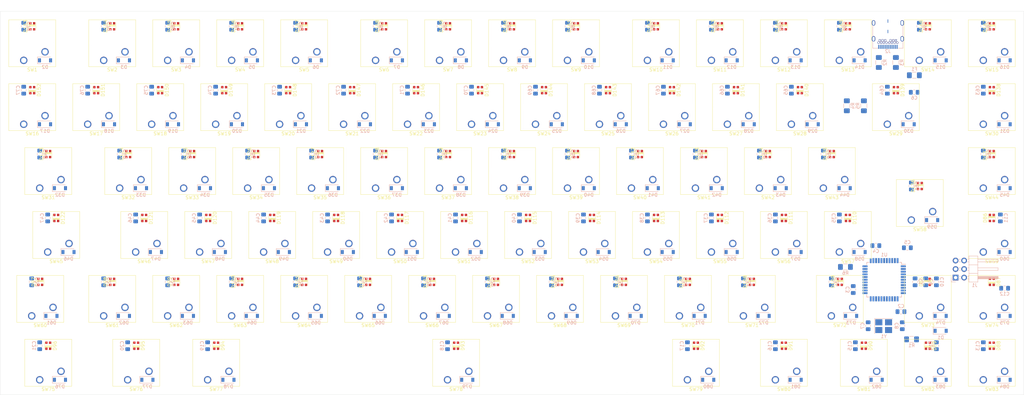
<source format=kicad_pcb>
(kicad_pcb (version 20171130) (host pcbnew 5.1.5+dfsg1-2build2)

  (general
    (thickness 1.6)
    (drawings 4)
    (tracks 0)
    (zones 0)
    (modules 353)
    (nets 215)
  )

  (page A3)
  (layers
    (0 F.Cu signal)
    (31 B.Cu signal)
    (32 B.Adhes user)
    (33 F.Adhes user)
    (34 B.Paste user)
    (35 F.Paste user)
    (36 B.SilkS user)
    (37 F.SilkS user)
    (38 B.Mask user)
    (39 F.Mask user)
    (40 Dwgs.User user)
    (41 Cmts.User user)
    (42 Eco1.User user)
    (43 Eco2.User user)
    (44 Edge.Cuts user)
    (45 Margin user)
    (46 B.CrtYd user)
    (47 F.CrtYd user)
    (48 B.Fab user)
    (49 F.Fab user)
  )

  (setup
    (last_trace_width 0.25)
    (trace_clearance 0.2)
    (zone_clearance 0.508)
    (zone_45_only no)
    (trace_min 0.2)
    (via_size 0.8)
    (via_drill 0.4)
    (via_min_size 0.6)
    (via_min_drill 0.3)
    (uvia_size 0.3)
    (uvia_drill 0.1)
    (uvias_allowed no)
    (uvia_min_size 0.2)
    (uvia_min_drill 0.1)
    (edge_width 0.05)
    (segment_width 0.2)
    (pcb_text_width 0.3)
    (pcb_text_size 1.5 1.5)
    (mod_edge_width 0.12)
    (mod_text_size 1 1)
    (mod_text_width 0.15)
    (pad_size 1.524 1.524)
    (pad_drill 0.762)
    (pad_to_mask_clearance 0.051)
    (solder_mask_min_width 0.25)
    (aux_axis_origin 0 0)
    (visible_elements FFFFF77F)
    (pcbplotparams
      (layerselection 0x010fc_ffffffff)
      (usegerberextensions false)
      (usegerberattributes false)
      (usegerberadvancedattributes false)
      (creategerberjobfile false)
      (excludeedgelayer true)
      (linewidth 0.100000)
      (plotframeref false)
      (viasonmask false)
      (mode 1)
      (useauxorigin false)
      (hpglpennumber 1)
      (hpglpenspeed 20)
      (hpglpendiameter 15.000000)
      (psnegative false)
      (psa4output false)
      (plotreference true)
      (plotvalue true)
      (plotinvisibletext false)
      (padsonsilk false)
      (subtractmaskfromsilk false)
      (outputformat 1)
      (mirror false)
      (drillshape 1)
      (scaleselection 1)
      (outputdirectory ""))
  )

  (net 0 "")
  (net 1 GND)
  (net 2 +5V)
  (net 3 "Net-(C7-Pad1)")
  (net 4 "Net-(C8-Pad2)")
  (net 5 "Net-(C9-Pad1)")
  (net 6 RST)
  (net 7 ROW0)
  (net 8 "Net-(D2-Pad2)")
  (net 9 "Net-(D3-Pad2)")
  (net 10 "Net-(D4-Pad2)")
  (net 11 "Net-(D5-Pad2)")
  (net 12 "Net-(D6-Pad2)")
  (net 13 "Net-(D7-Pad2)")
  (net 14 "Net-(D8-Pad2)")
  (net 15 "Net-(D9-Pad2)")
  (net 16 "Net-(D10-Pad2)")
  (net 17 "Net-(D11-Pad2)")
  (net 18 "Net-(D12-Pad2)")
  (net 19 "Net-(D13-Pad2)")
  (net 20 "Net-(D14-Pad2)")
  (net 21 "Net-(D15-Pad2)")
  (net 22 "Net-(D16-Pad2)")
  (net 23 ROW1)
  (net 24 "Net-(D17-Pad2)")
  (net 25 "Net-(D18-Pad2)")
  (net 26 "Net-(D19-Pad2)")
  (net 27 "Net-(D20-Pad2)")
  (net 28 "Net-(D21-Pad2)")
  (net 29 "Net-(D22-Pad2)")
  (net 30 "Net-(D23-Pad2)")
  (net 31 "Net-(D24-Pad2)")
  (net 32 "Net-(D25-Pad2)")
  (net 33 "Net-(D26-Pad2)")
  (net 34 "Net-(D27-Pad2)")
  (net 35 "Net-(D28-Pad2)")
  (net 36 "Net-(D29-Pad2)")
  (net 37 "Net-(D30-Pad2)")
  (net 38 "Net-(D31-Pad2)")
  (net 39 "Net-(D32-Pad2)")
  (net 40 ROW2)
  (net 41 "Net-(D33-Pad2)")
  (net 42 "Net-(D34-Pad2)")
  (net 43 "Net-(D35-Pad2)")
  (net 44 "Net-(D36-Pad2)")
  (net 45 "Net-(D37-Pad2)")
  (net 46 "Net-(D38-Pad2)")
  (net 47 "Net-(D39-Pad2)")
  (net 48 "Net-(D40-Pad2)")
  (net 49 "Net-(D41-Pad2)")
  (net 50 "Net-(D42-Pad2)")
  (net 51 "Net-(D43-Pad2)")
  (net 52 "Net-(D44-Pad2)")
  (net 53 "Net-(D45-Pad2)")
  (net 54 "Net-(D46-Pad2)")
  (net 55 ROW3)
  (net 56 "Net-(D47-Pad2)")
  (net 57 "Net-(D48-Pad2)")
  (net 58 "Net-(D49-Pad2)")
  (net 59 "Net-(D50-Pad2)")
  (net 60 "Net-(D51-Pad2)")
  (net 61 "Net-(D52-Pad2)")
  (net 62 "Net-(D53-Pad2)")
  (net 63 "Net-(D54-Pad2)")
  (net 64 "Net-(D55-Pad2)")
  (net 65 "Net-(D56-Pad2)")
  (net 66 "Net-(D57-Pad2)")
  (net 67 "Net-(D58-Pad2)")
  (net 68 "Net-(D59-Pad2)")
  (net 69 "Net-(D60-Pad2)")
  (net 70 ROW4)
  (net 71 "Net-(D61-Pad2)")
  (net 72 "Net-(D62-Pad2)")
  (net 73 "Net-(D63-Pad2)")
  (net 74 "Net-(D64-Pad2)")
  (net 75 "Net-(D65-Pad2)")
  (net 76 "Net-(D66-Pad2)")
  (net 77 "Net-(D67-Pad2)")
  (net 78 "Net-(D68-Pad2)")
  (net 79 "Net-(D69-Pad2)")
  (net 80 "Net-(D70-Pad2)")
  (net 81 "Net-(D71-Pad2)")
  (net 82 "Net-(D72-Pad2)")
  (net 83 "Net-(D73-Pad2)")
  (net 84 "Net-(D74-Pad2)")
  (net 85 "Net-(D75-Pad2)")
  (net 86 ROW5)
  (net 87 "Net-(D76-Pad2)")
  (net 88 "Net-(D77-Pad2)")
  (net 89 "Net-(D78-Pad2)")
  (net 90 "Net-(D79-Pad2)")
  (net 91 "Net-(D80-Pad2)")
  (net 92 "Net-(D81-Pad2)")
  (net 93 "Net-(D82-Pad2)")
  (net 94 "Net-(D83-Pad2)")
  (net 95 "Net-(D84-Pad2)")
  (net 96 "Net-(D85-Pad2)")
  (net 97 DIN)
  (net 98 "Net-(D86-Pad2)")
  (net 99 "Net-(D87-Pad2)")
  (net 100 "Net-(D88-Pad2)")
  (net 101 "Net-(D89-Pad2)")
  (net 102 "Net-(D90-Pad2)")
  (net 103 "Net-(D91-Pad2)")
  (net 104 "Net-(D92-Pad2)")
  (net 105 "Net-(D93-Pad2)")
  (net 106 "Net-(D94-Pad2)")
  (net 107 "Net-(D95-Pad2)")
  (net 108 "Net-(D96-Pad2)")
  (net 109 "Net-(D97-Pad2)")
  (net 110 "Net-(D98-Pad2)")
  (net 111 "Net-(D100-Pad4)")
  (net 112 "Net-(D100-Pad2)")
  (net 113 "Net-(D101-Pad2)")
  (net 114 "Net-(D102-Pad2)")
  (net 115 "Net-(D103-Pad2)")
  (net 116 "Net-(D104-Pad2)")
  (net 117 "Net-(D105-Pad2)")
  (net 118 "Net-(D106-Pad2)")
  (net 119 "Net-(D107-Pad2)")
  (net 120 "Net-(D108-Pad2)")
  (net 121 "Net-(D109-Pad2)")
  (net 122 "Net-(D110-Pad2)")
  (net 123 "Net-(D111-Pad2)")
  (net 124 "Net-(D112-Pad2)")
  (net 125 "Net-(D113-Pad2)")
  (net 126 "Net-(D114-Pad2)")
  (net 127 "Net-(D115-Pad2)")
  (net 128 "Net-(D116-Pad2)")
  (net 129 "Net-(D117-Pad2)")
  (net 130 "Net-(D118-Pad2)")
  (net 131 "Net-(D119-Pad2)")
  (net 132 "Net-(D120-Pad2)")
  (net 133 "Net-(D121-Pad2)")
  (net 134 "Net-(D122-Pad2)")
  (net 135 "Net-(D123-Pad2)")
  (net 136 "Net-(D124-Pad2)")
  (net 137 "Net-(D125-Pad2)")
  (net 138 "Net-(D126-Pad2)")
  (net 139 "Net-(D127-Pad2)")
  (net 140 "Net-(D128-Pad2)")
  (net 141 "Net-(D129-Pad2)")
  (net 142 "Net-(D130-Pad2)")
  (net 143 "Net-(D131-Pad2)")
  (net 144 "Net-(D132-Pad2)")
  (net 145 "Net-(D133-Pad2)")
  (net 146 "Net-(D134-Pad2)")
  (net 147 "Net-(D135-Pad2)")
  (net 148 "Net-(D136-Pad2)")
  (net 149 "Net-(D137-Pad2)")
  (net 150 "Net-(D138-Pad2)")
  (net 151 "Net-(D139-Pad2)")
  (net 152 "Net-(D140-Pad2)")
  (net 153 "Net-(D141-Pad2)")
  (net 154 "Net-(D142-Pad2)")
  (net 155 "Net-(D143-Pad2)")
  (net 156 "Net-(D144-Pad2)")
  (net 157 "Net-(D145-Pad2)")
  (net 158 "Net-(D146-Pad2)")
  (net 159 "Net-(D147-Pad2)")
  (net 160 "Net-(D148-Pad2)")
  (net 161 "Net-(D149-Pad2)")
  (net 162 "Net-(D150-Pad2)")
  (net 163 "Net-(D151-Pad2)")
  (net 164 "Net-(D152-Pad2)")
  (net 165 "Net-(D153-Pad2)")
  (net 166 "Net-(D154-Pad2)")
  (net 167 "Net-(D155-Pad2)")
  (net 168 "Net-(D156-Pad2)")
  (net 169 "Net-(D157-Pad2)")
  (net 170 "Net-(D158-Pad2)")
  (net 171 "Net-(D159-Pad2)")
  (net 172 "Net-(D160-Pad2)")
  (net 173 "Net-(D161-Pad2)")
  (net 174 "Net-(D162-Pad2)")
  (net 175 "Net-(D163-Pad2)")
  (net 176 "Net-(D164-Pad2)")
  (net 177 "Net-(D165-Pad2)")
  (net 178 "Net-(D166-Pad2)")
  (net 179 "Net-(D167-Pad2)")
  (net 180 "Net-(F1-Pad2)")
  (net 181 COL02)
  (net 182 COL00)
  (net 183 COL01)
  (net 184 "Net-(J2-PadA11)")
  (net 185 "Net-(J2-PadA10)")
  (net 186 "Net-(J2-PadA8)")
  (net 187 D-)
  (net 188 D+)
  (net 189 "Net-(J2-PadA5)")
  (net 190 "Net-(J2-PadA3)")
  (net 191 "Net-(J2-PadA2)")
  (net 192 "Net-(J2-PadB10)")
  (net 193 "Net-(J2-PadB3)")
  (net 194 "Net-(J2-PadB8)")
  (net 195 "Net-(J2-PadB5)")
  (net 196 "Net-(J2-PadB2)")
  (net 197 "Net-(J2-PadB11)")
  (net 198 "Net-(R6-Pad2)")
  (net 199 COL03)
  (net 200 COL04)
  (net 201 COL06)
  (net 202 COL07)
  (net 203 COL08)
  (net 204 COL09)
  (net 205 COL10)
  (net 206 COL11)
  (net 207 COL12)
  (net 208 COL13)
  (net 209 COL14)
  (net 210 COL15)
  (net 211 COL05)
  (net 212 "Net-(U1-Pad1)")
  (net 213 "Net-(U1-Pad8)")
  (net 214 "Net-(U1-Pad42)")

  (net_class Default "Dies ist die voreingestellte Netzklasse."
    (clearance 0.2)
    (trace_width 0.25)
    (via_dia 0.8)
    (via_drill 0.4)
    (uvia_dia 0.3)
    (uvia_drill 0.1)
    (add_net +5V)
    (add_net COL00)
    (add_net COL01)
    (add_net COL02)
    (add_net COL03)
    (add_net COL04)
    (add_net COL05)
    (add_net COL06)
    (add_net COL07)
    (add_net COL08)
    (add_net COL09)
    (add_net COL10)
    (add_net COL11)
    (add_net COL12)
    (add_net COL13)
    (add_net COL14)
    (add_net COL15)
    (add_net D+)
    (add_net D-)
    (add_net DIN)
    (add_net GND)
    (add_net "Net-(C7-Pad1)")
    (add_net "Net-(C8-Pad2)")
    (add_net "Net-(C9-Pad1)")
    (add_net "Net-(D10-Pad2)")
    (add_net "Net-(D100-Pad2)")
    (add_net "Net-(D100-Pad4)")
    (add_net "Net-(D101-Pad2)")
    (add_net "Net-(D102-Pad2)")
    (add_net "Net-(D103-Pad2)")
    (add_net "Net-(D104-Pad2)")
    (add_net "Net-(D105-Pad2)")
    (add_net "Net-(D106-Pad2)")
    (add_net "Net-(D107-Pad2)")
    (add_net "Net-(D108-Pad2)")
    (add_net "Net-(D109-Pad2)")
    (add_net "Net-(D11-Pad2)")
    (add_net "Net-(D110-Pad2)")
    (add_net "Net-(D111-Pad2)")
    (add_net "Net-(D112-Pad2)")
    (add_net "Net-(D113-Pad2)")
    (add_net "Net-(D114-Pad2)")
    (add_net "Net-(D115-Pad2)")
    (add_net "Net-(D116-Pad2)")
    (add_net "Net-(D117-Pad2)")
    (add_net "Net-(D118-Pad2)")
    (add_net "Net-(D119-Pad2)")
    (add_net "Net-(D12-Pad2)")
    (add_net "Net-(D120-Pad2)")
    (add_net "Net-(D121-Pad2)")
    (add_net "Net-(D122-Pad2)")
    (add_net "Net-(D123-Pad2)")
    (add_net "Net-(D124-Pad2)")
    (add_net "Net-(D125-Pad2)")
    (add_net "Net-(D126-Pad2)")
    (add_net "Net-(D127-Pad2)")
    (add_net "Net-(D128-Pad2)")
    (add_net "Net-(D129-Pad2)")
    (add_net "Net-(D13-Pad2)")
    (add_net "Net-(D130-Pad2)")
    (add_net "Net-(D131-Pad2)")
    (add_net "Net-(D132-Pad2)")
    (add_net "Net-(D133-Pad2)")
    (add_net "Net-(D134-Pad2)")
    (add_net "Net-(D135-Pad2)")
    (add_net "Net-(D136-Pad2)")
    (add_net "Net-(D137-Pad2)")
    (add_net "Net-(D138-Pad2)")
    (add_net "Net-(D139-Pad2)")
    (add_net "Net-(D14-Pad2)")
    (add_net "Net-(D140-Pad2)")
    (add_net "Net-(D141-Pad2)")
    (add_net "Net-(D142-Pad2)")
    (add_net "Net-(D143-Pad2)")
    (add_net "Net-(D144-Pad2)")
    (add_net "Net-(D145-Pad2)")
    (add_net "Net-(D146-Pad2)")
    (add_net "Net-(D147-Pad2)")
    (add_net "Net-(D148-Pad2)")
    (add_net "Net-(D149-Pad2)")
    (add_net "Net-(D15-Pad2)")
    (add_net "Net-(D150-Pad2)")
    (add_net "Net-(D151-Pad2)")
    (add_net "Net-(D152-Pad2)")
    (add_net "Net-(D153-Pad2)")
    (add_net "Net-(D154-Pad2)")
    (add_net "Net-(D155-Pad2)")
    (add_net "Net-(D156-Pad2)")
    (add_net "Net-(D157-Pad2)")
    (add_net "Net-(D158-Pad2)")
    (add_net "Net-(D159-Pad2)")
    (add_net "Net-(D16-Pad2)")
    (add_net "Net-(D160-Pad2)")
    (add_net "Net-(D161-Pad2)")
    (add_net "Net-(D162-Pad2)")
    (add_net "Net-(D163-Pad2)")
    (add_net "Net-(D164-Pad2)")
    (add_net "Net-(D165-Pad2)")
    (add_net "Net-(D166-Pad2)")
    (add_net "Net-(D167-Pad2)")
    (add_net "Net-(D17-Pad2)")
    (add_net "Net-(D18-Pad2)")
    (add_net "Net-(D19-Pad2)")
    (add_net "Net-(D2-Pad2)")
    (add_net "Net-(D20-Pad2)")
    (add_net "Net-(D21-Pad2)")
    (add_net "Net-(D22-Pad2)")
    (add_net "Net-(D23-Pad2)")
    (add_net "Net-(D24-Pad2)")
    (add_net "Net-(D25-Pad2)")
    (add_net "Net-(D26-Pad2)")
    (add_net "Net-(D27-Pad2)")
    (add_net "Net-(D28-Pad2)")
    (add_net "Net-(D29-Pad2)")
    (add_net "Net-(D3-Pad2)")
    (add_net "Net-(D30-Pad2)")
    (add_net "Net-(D31-Pad2)")
    (add_net "Net-(D32-Pad2)")
    (add_net "Net-(D33-Pad2)")
    (add_net "Net-(D34-Pad2)")
    (add_net "Net-(D35-Pad2)")
    (add_net "Net-(D36-Pad2)")
    (add_net "Net-(D37-Pad2)")
    (add_net "Net-(D38-Pad2)")
    (add_net "Net-(D39-Pad2)")
    (add_net "Net-(D4-Pad2)")
    (add_net "Net-(D40-Pad2)")
    (add_net "Net-(D41-Pad2)")
    (add_net "Net-(D42-Pad2)")
    (add_net "Net-(D43-Pad2)")
    (add_net "Net-(D44-Pad2)")
    (add_net "Net-(D45-Pad2)")
    (add_net "Net-(D46-Pad2)")
    (add_net "Net-(D47-Pad2)")
    (add_net "Net-(D48-Pad2)")
    (add_net "Net-(D49-Pad2)")
    (add_net "Net-(D5-Pad2)")
    (add_net "Net-(D50-Pad2)")
    (add_net "Net-(D51-Pad2)")
    (add_net "Net-(D52-Pad2)")
    (add_net "Net-(D53-Pad2)")
    (add_net "Net-(D54-Pad2)")
    (add_net "Net-(D55-Pad2)")
    (add_net "Net-(D56-Pad2)")
    (add_net "Net-(D57-Pad2)")
    (add_net "Net-(D58-Pad2)")
    (add_net "Net-(D59-Pad2)")
    (add_net "Net-(D6-Pad2)")
    (add_net "Net-(D60-Pad2)")
    (add_net "Net-(D61-Pad2)")
    (add_net "Net-(D62-Pad2)")
    (add_net "Net-(D63-Pad2)")
    (add_net "Net-(D64-Pad2)")
    (add_net "Net-(D65-Pad2)")
    (add_net "Net-(D66-Pad2)")
    (add_net "Net-(D67-Pad2)")
    (add_net "Net-(D68-Pad2)")
    (add_net "Net-(D69-Pad2)")
    (add_net "Net-(D7-Pad2)")
    (add_net "Net-(D70-Pad2)")
    (add_net "Net-(D71-Pad2)")
    (add_net "Net-(D72-Pad2)")
    (add_net "Net-(D73-Pad2)")
    (add_net "Net-(D74-Pad2)")
    (add_net "Net-(D75-Pad2)")
    (add_net "Net-(D76-Pad2)")
    (add_net "Net-(D77-Pad2)")
    (add_net "Net-(D78-Pad2)")
    (add_net "Net-(D79-Pad2)")
    (add_net "Net-(D8-Pad2)")
    (add_net "Net-(D80-Pad2)")
    (add_net "Net-(D81-Pad2)")
    (add_net "Net-(D82-Pad2)")
    (add_net "Net-(D83-Pad2)")
    (add_net "Net-(D84-Pad2)")
    (add_net "Net-(D85-Pad2)")
    (add_net "Net-(D86-Pad2)")
    (add_net "Net-(D87-Pad2)")
    (add_net "Net-(D88-Pad2)")
    (add_net "Net-(D89-Pad2)")
    (add_net "Net-(D9-Pad2)")
    (add_net "Net-(D90-Pad2)")
    (add_net "Net-(D91-Pad2)")
    (add_net "Net-(D92-Pad2)")
    (add_net "Net-(D93-Pad2)")
    (add_net "Net-(D94-Pad2)")
    (add_net "Net-(D95-Pad2)")
    (add_net "Net-(D96-Pad2)")
    (add_net "Net-(D97-Pad2)")
    (add_net "Net-(D98-Pad2)")
    (add_net "Net-(F1-Pad2)")
    (add_net "Net-(J2-PadA10)")
    (add_net "Net-(J2-PadA11)")
    (add_net "Net-(J2-PadA2)")
    (add_net "Net-(J2-PadA3)")
    (add_net "Net-(J2-PadA5)")
    (add_net "Net-(J2-PadA8)")
    (add_net "Net-(J2-PadB10)")
    (add_net "Net-(J2-PadB11)")
    (add_net "Net-(J2-PadB2)")
    (add_net "Net-(J2-PadB3)")
    (add_net "Net-(J2-PadB5)")
    (add_net "Net-(J2-PadB8)")
    (add_net "Net-(R6-Pad2)")
    (add_net "Net-(U1-Pad1)")
    (add_net "Net-(U1-Pad42)")
    (add_net "Net-(U1-Pad8)")
    (add_net ROW0)
    (add_net ROW1)
    (add_net ROW2)
    (add_net ROW3)
    (add_net ROW4)
    (add_net ROW5)
    (add_net RST)
  )

  (module kezboard-pcb:LED_WS2812_2020 (layer F.Cu) (tedit 5F1C4B34) (tstamp 5F1B709E)
    (at 314.325 118.745 90)
    (descr https://www.peace-corp.co.jp/data/WS2812-2020_V1.0_EN.pdf)
    (path /5F949B9C/5F9E7A8D)
    (fp_text reference D85 (at 0 -2 90) (layer F.SilkS)
      (effects (font (size 1 1) (thickness 0.15)))
    )
    (fp_text value WS2812B (at 0 2 90) (layer F.Fab)
      (effects (font (size 1 1) (thickness 0.15)))
    )
    (fp_poly (pts (xy 0.45 0.9) (xy 0.05 0.9) (xy 0.05 -0.9) (xy 0.45 -0.9)) (layer F.SilkS) (width 0.1))
    (fp_line (start 1.1 1.11) (end -1.1 1.11) (layer F.SilkS) (width 0.12))
    (fp_line (start -1.1 -1.11) (end 1.1 -1.11) (layer F.SilkS) (width 0.12))
    (fp_text user %R (at 0 0 90) (layer F.Fab)
      (effects (font (size 0.5 0.5) (thickness 0.1)))
    )
    (fp_line (start -1.1 1) (end -1.1 -1) (layer F.Fab) (width 0.1))
    (fp_line (start 1.1 1) (end -1.1 1) (layer F.Fab) (width 0.1))
    (fp_line (start 1.1 -1) (end 1.1 1) (layer F.Fab) (width 0.1))
    (fp_line (start -1.1 -1) (end 1.1 -1) (layer F.Fab) (width 0.1))
    (pad 1 smd rect (at -0.9015 0.55 90) (size 0.7 0.7) (layers F.Cu F.Paste F.Mask)
      (net 2 +5V))
    (pad 4 smd rect (at -0.9015 -0.55 90) (size 0.7 0.7) (layers F.Cu F.Paste F.Mask)
      (net 97 DIN))
    (pad 3 smd rect (at 0.9015 -0.55 90) (size 0.7 0.7) (layers F.Cu F.Paste F.Mask)
      (net 1 GND))
    (pad 2 smd rect (at 0.9015 0.55 90) (size 0.7 0.7) (layers F.Cu F.Paste F.Mask)
      (net 96 "Net-(D85-Pad2)"))
  )

  (module kezboard-pcb:LED_WS2812_2020 (layer F.Cu) (tedit 5F1C4B34) (tstamp 5F15F975)
    (at 333.375 99.695 90)
    (descr https://www.peace-corp.co.jp/data/WS2812-2020_V1.0_EN.pdf)
    (path /5F949B9C/5FD3F1F5)
    (fp_text reference D86 (at 0 -2 90) (layer F.SilkS)
      (effects (font (size 1 1) (thickness 0.15)))
    )
    (fp_text value WS2812B (at 0 2 90) (layer F.Fab)
      (effects (font (size 1 1) (thickness 0.15)))
    )
    (fp_poly (pts (xy 0.45 0.9) (xy 0.05 0.9) (xy 0.05 -0.9) (xy 0.45 -0.9)) (layer F.SilkS) (width 0.1))
    (fp_line (start 1.1 1.11) (end -1.1 1.11) (layer F.SilkS) (width 0.12))
    (fp_line (start -1.1 -1.11) (end 1.1 -1.11) (layer F.SilkS) (width 0.12))
    (fp_text user %R (at 0 0 90) (layer F.Fab)
      (effects (font (size 0.5 0.5) (thickness 0.1)))
    )
    (fp_line (start -1.1 1) (end -1.1 -1) (layer F.Fab) (width 0.1))
    (fp_line (start 1.1 1) (end -1.1 1) (layer F.Fab) (width 0.1))
    (fp_line (start 1.1 -1) (end 1.1 1) (layer F.Fab) (width 0.1))
    (fp_line (start -1.1 -1) (end 1.1 -1) (layer F.Fab) (width 0.1))
    (pad 1 smd rect (at -0.9015 0.55 90) (size 0.7 0.7) (layers F.Cu F.Paste F.Mask)
      (net 2 +5V))
    (pad 4 smd rect (at -0.9015 -0.55 90) (size 0.7 0.7) (layers F.Cu F.Paste F.Mask)
      (net 96 "Net-(D85-Pad2)"))
    (pad 3 smd rect (at 0.9015 -0.55 90) (size 0.7 0.7) (layers F.Cu F.Paste F.Mask)
      (net 1 GND))
    (pad 2 smd rect (at 0.9015 0.55 90) (size 0.7 0.7) (layers F.Cu F.Paste F.Mask)
      (net 98 "Net-(D86-Pad2)"))
  )

  (module kezboard-pcb:LED_WS2812_2020 (layer F.Cu) (tedit 5F1C4B34) (tstamp 5F1B738A)
    (at 333.375 118.745 270)
    (descr https://www.peace-corp.co.jp/data/WS2812-2020_V1.0_EN.pdf)
    (path /5F949B9C/5FD40FA8)
    (fp_text reference D87 (at 0 -2 90) (layer F.SilkS)
      (effects (font (size 1 1) (thickness 0.15)))
    )
    (fp_text value WS2812B (at 0 2 90) (layer F.Fab)
      (effects (font (size 1 1) (thickness 0.15)))
    )
    (fp_poly (pts (xy 0.45 0.9) (xy 0.05 0.9) (xy 0.05 -0.9) (xy 0.45 -0.9)) (layer F.SilkS) (width 0.1))
    (fp_line (start 1.1 1.11) (end -1.1 1.11) (layer F.SilkS) (width 0.12))
    (fp_line (start -1.1 -1.11) (end 1.1 -1.11) (layer F.SilkS) (width 0.12))
    (fp_text user %R (at 0 0 90) (layer F.Fab)
      (effects (font (size 0.5 0.5) (thickness 0.1)))
    )
    (fp_line (start -1.1 1) (end -1.1 -1) (layer F.Fab) (width 0.1))
    (fp_line (start 1.1 1) (end -1.1 1) (layer F.Fab) (width 0.1))
    (fp_line (start 1.1 -1) (end 1.1 1) (layer F.Fab) (width 0.1))
    (fp_line (start -1.1 -1) (end 1.1 -1) (layer F.Fab) (width 0.1))
    (pad 1 smd rect (at -0.9015 0.55 270) (size 0.7 0.7) (layers F.Cu F.Paste F.Mask)
      (net 2 +5V))
    (pad 4 smd rect (at -0.9015 -0.55 270) (size 0.7 0.7) (layers F.Cu F.Paste F.Mask)
      (net 98 "Net-(D86-Pad2)"))
    (pad 3 smd rect (at 0.9015 -0.55 270) (size 0.7 0.7) (layers F.Cu F.Paste F.Mask)
      (net 1 GND))
    (pad 2 smd rect (at 0.9015 0.55 270) (size 0.7 0.7) (layers F.Cu F.Paste F.Mask)
      (net 99 "Net-(D87-Pad2)"))
  )

  (module kezboard-pcb:LED_WS2812_2020 (layer F.Cu) (tedit 5F1C4B34) (tstamp 5F15F993)
    (at 333.375 137.795 270)
    (descr https://www.peace-corp.co.jp/data/WS2812-2020_V1.0_EN.pdf)
    (path /5F949B9C/5FD423CF)
    (fp_text reference D88 (at 0 -2 90) (layer F.SilkS)
      (effects (font (size 1 1) (thickness 0.15)))
    )
    (fp_text value WS2812B (at 0 2 90) (layer F.Fab)
      (effects (font (size 1 1) (thickness 0.15)))
    )
    (fp_poly (pts (xy 0.45 0.9) (xy 0.05 0.9) (xy 0.05 -0.9) (xy 0.45 -0.9)) (layer F.SilkS) (width 0.1))
    (fp_line (start 1.1 1.11) (end -1.1 1.11) (layer F.SilkS) (width 0.12))
    (fp_line (start -1.1 -1.11) (end 1.1 -1.11) (layer F.SilkS) (width 0.12))
    (fp_text user %R (at 0 0 90) (layer F.Fab)
      (effects (font (size 0.5 0.5) (thickness 0.1)))
    )
    (fp_line (start -1.1 1) (end -1.1 -1) (layer F.Fab) (width 0.1))
    (fp_line (start 1.1 1) (end -1.1 1) (layer F.Fab) (width 0.1))
    (fp_line (start 1.1 -1) (end 1.1 1) (layer F.Fab) (width 0.1))
    (fp_line (start -1.1 -1) (end 1.1 -1) (layer F.Fab) (width 0.1))
    (pad 1 smd rect (at -0.9015 0.55 270) (size 0.7 0.7) (layers F.Cu F.Paste F.Mask)
      (net 2 +5V))
    (pad 4 smd rect (at -0.9015 -0.55 270) (size 0.7 0.7) (layers F.Cu F.Paste F.Mask)
      (net 99 "Net-(D87-Pad2)"))
    (pad 3 smd rect (at 0.9015 -0.55 270) (size 0.7 0.7) (layers F.Cu F.Paste F.Mask)
      (net 1 GND))
    (pad 2 smd rect (at 0.9015 0.55 270) (size 0.7 0.7) (layers F.Cu F.Paste F.Mask)
      (net 100 "Net-(D88-Pad2)"))
  )

  (module kezboard-pcb:LED_WS2812_2020 (layer F.Cu) (tedit 5F1C4B34) (tstamp 5F15F9A2)
    (at 314.325 137.795 270)
    (descr https://www.peace-corp.co.jp/data/WS2812-2020_V1.0_EN.pdf)
    (path /5F949B9C/5FD43994)
    (fp_text reference D89 (at 0 -2 90) (layer F.SilkS)
      (effects (font (size 1 1) (thickness 0.15)))
    )
    (fp_text value WS2812B (at 0 2 90) (layer F.Fab)
      (effects (font (size 1 1) (thickness 0.15)))
    )
    (fp_poly (pts (xy 0.45 0.9) (xy 0.05 0.9) (xy 0.05 -0.9) (xy 0.45 -0.9)) (layer F.SilkS) (width 0.1))
    (fp_line (start 1.1 1.11) (end -1.1 1.11) (layer F.SilkS) (width 0.12))
    (fp_line (start -1.1 -1.11) (end 1.1 -1.11) (layer F.SilkS) (width 0.12))
    (fp_text user %R (at 0 0 90) (layer F.Fab)
      (effects (font (size 0.5 0.5) (thickness 0.1)))
    )
    (fp_line (start -1.1 1) (end -1.1 -1) (layer F.Fab) (width 0.1))
    (fp_line (start 1.1 1) (end -1.1 1) (layer F.Fab) (width 0.1))
    (fp_line (start 1.1 -1) (end 1.1 1) (layer F.Fab) (width 0.1))
    (fp_line (start -1.1 -1) (end 1.1 -1) (layer F.Fab) (width 0.1))
    (pad 1 smd rect (at -0.9015 0.55 270) (size 0.7 0.7) (layers F.Cu F.Paste F.Mask)
      (net 2 +5V))
    (pad 4 smd rect (at -0.9015 -0.55 270) (size 0.7 0.7) (layers F.Cu F.Paste F.Mask)
      (net 100 "Net-(D88-Pad2)"))
    (pad 3 smd rect (at 0.9015 -0.55 270) (size 0.7 0.7) (layers F.Cu F.Paste F.Mask)
      (net 1 GND))
    (pad 2 smd rect (at 0.9015 0.55 270) (size 0.7 0.7) (layers F.Cu F.Paste F.Mask)
      (net 101 "Net-(D89-Pad2)"))
  )

  (module kezboard-pcb:LED_WS2812_2020 (layer F.Cu) (tedit 5F1C4B34) (tstamp 5F15F9B1)
    (at 295.275 137.795 270)
    (descr https://www.peace-corp.co.jp/data/WS2812-2020_V1.0_EN.pdf)
    (path /5F949B9C/5F62CAD6)
    (fp_text reference D90 (at 0 -2 90) (layer F.SilkS)
      (effects (font (size 1 1) (thickness 0.15)))
    )
    (fp_text value WS2812B (at 0 2 90) (layer F.Fab)
      (effects (font (size 1 1) (thickness 0.15)))
    )
    (fp_poly (pts (xy 0.45 0.9) (xy 0.05 0.9) (xy 0.05 -0.9) (xy 0.45 -0.9)) (layer F.SilkS) (width 0.1))
    (fp_line (start 1.1 1.11) (end -1.1 1.11) (layer F.SilkS) (width 0.12))
    (fp_line (start -1.1 -1.11) (end 1.1 -1.11) (layer F.SilkS) (width 0.12))
    (fp_text user %R (at 0 0 90) (layer F.Fab)
      (effects (font (size 0.5 0.5) (thickness 0.1)))
    )
    (fp_line (start -1.1 1) (end -1.1 -1) (layer F.Fab) (width 0.1))
    (fp_line (start 1.1 1) (end -1.1 1) (layer F.Fab) (width 0.1))
    (fp_line (start 1.1 -1) (end 1.1 1) (layer F.Fab) (width 0.1))
    (fp_line (start -1.1 -1) (end 1.1 -1) (layer F.Fab) (width 0.1))
    (pad 1 smd rect (at -0.9015 0.55 270) (size 0.7 0.7) (layers F.Cu F.Paste F.Mask)
      (net 2 +5V))
    (pad 4 smd rect (at -0.9015 -0.55 270) (size 0.7 0.7) (layers F.Cu F.Paste F.Mask)
      (net 101 "Net-(D89-Pad2)"))
    (pad 3 smd rect (at 0.9015 -0.55 270) (size 0.7 0.7) (layers F.Cu F.Paste F.Mask)
      (net 1 GND))
    (pad 2 smd rect (at 0.9015 0.55 270) (size 0.7 0.7) (layers F.Cu F.Paste F.Mask)
      (net 102 "Net-(D90-Pad2)"))
  )

  (module kezboard-pcb:LED_WS2812_2020 (layer F.Cu) (tedit 5F1C4B34) (tstamp 5F15F9C0)
    (at 271.4625 137.795 270)
    (descr https://www.peace-corp.co.jp/data/WS2812-2020_V1.0_EN.pdf)
    (path /5F949B9C/5F62CAF9)
    (fp_text reference D91 (at 0 -2 90) (layer F.SilkS)
      (effects (font (size 1 1) (thickness 0.15)))
    )
    (fp_text value WS2812B (at 0 2 90) (layer F.Fab)
      (effects (font (size 1 1) (thickness 0.15)))
    )
    (fp_poly (pts (xy 0.45 0.9) (xy 0.05 0.9) (xy 0.05 -0.9) (xy 0.45 -0.9)) (layer F.SilkS) (width 0.1))
    (fp_line (start 1.1 1.11) (end -1.1 1.11) (layer F.SilkS) (width 0.12))
    (fp_line (start -1.1 -1.11) (end 1.1 -1.11) (layer F.SilkS) (width 0.12))
    (fp_text user %R (at 0 0 90) (layer F.Fab)
      (effects (font (size 0.5 0.5) (thickness 0.1)))
    )
    (fp_line (start -1.1 1) (end -1.1 -1) (layer F.Fab) (width 0.1))
    (fp_line (start 1.1 1) (end -1.1 1) (layer F.Fab) (width 0.1))
    (fp_line (start 1.1 -1) (end 1.1 1) (layer F.Fab) (width 0.1))
    (fp_line (start -1.1 -1) (end 1.1 -1) (layer F.Fab) (width 0.1))
    (pad 1 smd rect (at -0.9015 0.55 270) (size 0.7 0.7) (layers F.Cu F.Paste F.Mask)
      (net 2 +5V))
    (pad 4 smd rect (at -0.9015 -0.55 270) (size 0.7 0.7) (layers F.Cu F.Paste F.Mask)
      (net 102 "Net-(D90-Pad2)"))
    (pad 3 smd rect (at 0.9015 -0.55 270) (size 0.7 0.7) (layers F.Cu F.Paste F.Mask)
      (net 1 GND))
    (pad 2 smd rect (at 0.9015 0.55 270) (size 0.7 0.7) (layers F.Cu F.Paste F.Mask)
      (net 103 "Net-(D91-Pad2)"))
  )

  (module kezboard-pcb:LED_WS2812_2020 (layer F.Cu) (tedit 5F1C4B34) (tstamp 5F15F9CF)
    (at 245.26875 137.795 270)
    (descr https://www.peace-corp.co.jp/data/WS2812-2020_V1.0_EN.pdf)
    (path /5F949B9C/5F62CB1C)
    (fp_text reference D92 (at 0 -2 90) (layer F.SilkS)
      (effects (font (size 1 1) (thickness 0.15)))
    )
    (fp_text value WS2812B (at 0 2 90) (layer F.Fab)
      (effects (font (size 1 1) (thickness 0.15)))
    )
    (fp_poly (pts (xy 0.45 0.9) (xy 0.05 0.9) (xy 0.05 -0.9) (xy 0.45 -0.9)) (layer F.SilkS) (width 0.1))
    (fp_line (start 1.1 1.11) (end -1.1 1.11) (layer F.SilkS) (width 0.12))
    (fp_line (start -1.1 -1.11) (end 1.1 -1.11) (layer F.SilkS) (width 0.12))
    (fp_text user %R (at 0 0 90) (layer F.Fab)
      (effects (font (size 0.5 0.5) (thickness 0.1)))
    )
    (fp_line (start -1.1 1) (end -1.1 -1) (layer F.Fab) (width 0.1))
    (fp_line (start 1.1 1) (end -1.1 1) (layer F.Fab) (width 0.1))
    (fp_line (start 1.1 -1) (end 1.1 1) (layer F.Fab) (width 0.1))
    (fp_line (start -1.1 -1) (end 1.1 -1) (layer F.Fab) (width 0.1))
    (pad 1 smd rect (at -0.9015 0.55 270) (size 0.7 0.7) (layers F.Cu F.Paste F.Mask)
      (net 2 +5V))
    (pad 4 smd rect (at -0.9015 -0.55 270) (size 0.7 0.7) (layers F.Cu F.Paste F.Mask)
      (net 103 "Net-(D91-Pad2)"))
    (pad 3 smd rect (at 0.9015 -0.55 270) (size 0.7 0.7) (layers F.Cu F.Paste F.Mask)
      (net 1 GND))
    (pad 2 smd rect (at 0.9015 0.55 270) (size 0.7 0.7) (layers F.Cu F.Paste F.Mask)
      (net 104 "Net-(D92-Pad2)"))
  )

  (module kezboard-pcb:LED_WS2812_2020 (layer F.Cu) (tedit 5F1C4B34) (tstamp 5F15F9DE)
    (at 173.83125 137.795 270)
    (descr https://www.peace-corp.co.jp/data/WS2812-2020_V1.0_EN.pdf)
    (path /5F949B9C/5F62CB3F)
    (fp_text reference D93 (at 0 -2 90) (layer F.SilkS)
      (effects (font (size 1 1) (thickness 0.15)))
    )
    (fp_text value WS2812B (at 0 2 90) (layer F.Fab)
      (effects (font (size 1 1) (thickness 0.15)))
    )
    (fp_poly (pts (xy 0.45 0.9) (xy 0.05 0.9) (xy 0.05 -0.9) (xy 0.45 -0.9)) (layer F.SilkS) (width 0.1))
    (fp_line (start 1.1 1.11) (end -1.1 1.11) (layer F.SilkS) (width 0.12))
    (fp_line (start -1.1 -1.11) (end 1.1 -1.11) (layer F.SilkS) (width 0.12))
    (fp_text user %R (at 0 0 90) (layer F.Fab)
      (effects (font (size 0.5 0.5) (thickness 0.1)))
    )
    (fp_line (start -1.1 1) (end -1.1 -1) (layer F.Fab) (width 0.1))
    (fp_line (start 1.1 1) (end -1.1 1) (layer F.Fab) (width 0.1))
    (fp_line (start 1.1 -1) (end 1.1 1) (layer F.Fab) (width 0.1))
    (fp_line (start -1.1 -1) (end 1.1 -1) (layer F.Fab) (width 0.1))
    (pad 1 smd rect (at -0.9015 0.55 270) (size 0.7 0.7) (layers F.Cu F.Paste F.Mask)
      (net 2 +5V))
    (pad 4 smd rect (at -0.9015 -0.55 270) (size 0.7 0.7) (layers F.Cu F.Paste F.Mask)
      (net 104 "Net-(D92-Pad2)"))
    (pad 3 smd rect (at 0.9015 -0.55 270) (size 0.7 0.7) (layers F.Cu F.Paste F.Mask)
      (net 1 GND))
    (pad 2 smd rect (at 0.9015 0.55 270) (size 0.7 0.7) (layers F.Cu F.Paste F.Mask)
      (net 105 "Net-(D93-Pad2)"))
  )

  (module kezboard-pcb:LED_WS2812_2020 (layer F.Cu) (tedit 5F1C4B34) (tstamp 5F15F9ED)
    (at 102.39375 137.795 270)
    (descr https://www.peace-corp.co.jp/data/WS2812-2020_V1.0_EN.pdf)
    (path /5F949B9C/5F62CB61)
    (fp_text reference D94 (at 0 -2 90) (layer F.SilkS)
      (effects (font (size 1 1) (thickness 0.15)))
    )
    (fp_text value WS2812B (at 0 2 90) (layer F.Fab)
      (effects (font (size 1 1) (thickness 0.15)))
    )
    (fp_poly (pts (xy 0.45 0.9) (xy 0.05 0.9) (xy 0.05 -0.9) (xy 0.45 -0.9)) (layer F.SilkS) (width 0.1))
    (fp_line (start 1.1 1.11) (end -1.1 1.11) (layer F.SilkS) (width 0.12))
    (fp_line (start -1.1 -1.11) (end 1.1 -1.11) (layer F.SilkS) (width 0.12))
    (fp_text user %R (at 0 0 90) (layer F.Fab)
      (effects (font (size 0.5 0.5) (thickness 0.1)))
    )
    (fp_line (start -1.1 1) (end -1.1 -1) (layer F.Fab) (width 0.1))
    (fp_line (start 1.1 1) (end -1.1 1) (layer F.Fab) (width 0.1))
    (fp_line (start 1.1 -1) (end 1.1 1) (layer F.Fab) (width 0.1))
    (fp_line (start -1.1 -1) (end 1.1 -1) (layer F.Fab) (width 0.1))
    (pad 1 smd rect (at -0.9015 0.55 270) (size 0.7 0.7) (layers F.Cu F.Paste F.Mask)
      (net 2 +5V))
    (pad 4 smd rect (at -0.9015 -0.55 270) (size 0.7 0.7) (layers F.Cu F.Paste F.Mask)
      (net 105 "Net-(D93-Pad2)"))
    (pad 3 smd rect (at 0.9015 -0.55 270) (size 0.7 0.7) (layers F.Cu F.Paste F.Mask)
      (net 1 GND))
    (pad 2 smd rect (at 0.9015 0.55 270) (size 0.7 0.7) (layers F.Cu F.Paste F.Mask)
      (net 106 "Net-(D94-Pad2)"))
  )

  (module kezboard-pcb:LED_WS2812_2020 (layer F.Cu) (tedit 5F1C4B34) (tstamp 5F15F9FC)
    (at 78.58125 137.795 270)
    (descr https://www.peace-corp.co.jp/data/WS2812-2020_V1.0_EN.pdf)
    (path /5F949B9C/5F6A6266)
    (fp_text reference D95 (at 0 -2 90) (layer F.SilkS)
      (effects (font (size 1 1) (thickness 0.15)))
    )
    (fp_text value WS2812B (at 0 2 90) (layer F.Fab)
      (effects (font (size 1 1) (thickness 0.15)))
    )
    (fp_poly (pts (xy 0.45 0.9) (xy 0.05 0.9) (xy 0.05 -0.9) (xy 0.45 -0.9)) (layer F.SilkS) (width 0.1))
    (fp_line (start 1.1 1.11) (end -1.1 1.11) (layer F.SilkS) (width 0.12))
    (fp_line (start -1.1 -1.11) (end 1.1 -1.11) (layer F.SilkS) (width 0.12))
    (fp_text user %R (at 0 0 90) (layer F.Fab)
      (effects (font (size 0.5 0.5) (thickness 0.1)))
    )
    (fp_line (start -1.1 1) (end -1.1 -1) (layer F.Fab) (width 0.1))
    (fp_line (start 1.1 1) (end -1.1 1) (layer F.Fab) (width 0.1))
    (fp_line (start 1.1 -1) (end 1.1 1) (layer F.Fab) (width 0.1))
    (fp_line (start -1.1 -1) (end 1.1 -1) (layer F.Fab) (width 0.1))
    (pad 1 smd rect (at -0.9015 0.55 270) (size 0.7 0.7) (layers F.Cu F.Paste F.Mask)
      (net 2 +5V))
    (pad 4 smd rect (at -0.9015 -0.55 270) (size 0.7 0.7) (layers F.Cu F.Paste F.Mask)
      (net 106 "Net-(D94-Pad2)"))
    (pad 3 smd rect (at 0.9015 -0.55 270) (size 0.7 0.7) (layers F.Cu F.Paste F.Mask)
      (net 1 GND))
    (pad 2 smd rect (at 0.9015 0.55 270) (size 0.7 0.7) (layers F.Cu F.Paste F.Mask)
      (net 107 "Net-(D95-Pad2)"))
  )

  (module kezboard-pcb:LED_WS2812_2020 (layer F.Cu) (tedit 5F1C4B34) (tstamp 5F15FA0B)
    (at 52.3875 137.795 270)
    (descr https://www.peace-corp.co.jp/data/WS2812-2020_V1.0_EN.pdf)
    (path /5F949B9C/5F6A6289)
    (fp_text reference D96 (at 0 -2 90) (layer F.SilkS)
      (effects (font (size 1 1) (thickness 0.15)))
    )
    (fp_text value WS2812B (at 0 2 90) (layer F.Fab)
      (effects (font (size 1 1) (thickness 0.15)))
    )
    (fp_poly (pts (xy 0.45 0.9) (xy 0.05 0.9) (xy 0.05 -0.9) (xy 0.45 -0.9)) (layer F.SilkS) (width 0.1))
    (fp_line (start 1.1 1.11) (end -1.1 1.11) (layer F.SilkS) (width 0.12))
    (fp_line (start -1.1 -1.11) (end 1.1 -1.11) (layer F.SilkS) (width 0.12))
    (fp_text user %R (at 0 0 90) (layer F.Fab)
      (effects (font (size 0.5 0.5) (thickness 0.1)))
    )
    (fp_line (start -1.1 1) (end -1.1 -1) (layer F.Fab) (width 0.1))
    (fp_line (start 1.1 1) (end -1.1 1) (layer F.Fab) (width 0.1))
    (fp_line (start 1.1 -1) (end 1.1 1) (layer F.Fab) (width 0.1))
    (fp_line (start -1.1 -1) (end 1.1 -1) (layer F.Fab) (width 0.1))
    (pad 1 smd rect (at -0.9015 0.55 270) (size 0.7 0.7) (layers F.Cu F.Paste F.Mask)
      (net 2 +5V))
    (pad 4 smd rect (at -0.9015 -0.55 270) (size 0.7 0.7) (layers F.Cu F.Paste F.Mask)
      (net 107 "Net-(D95-Pad2)"))
    (pad 3 smd rect (at 0.9015 -0.55 270) (size 0.7 0.7) (layers F.Cu F.Paste F.Mask)
      (net 1 GND))
    (pad 2 smd rect (at 0.9015 0.55 270) (size 0.7 0.7) (layers F.Cu F.Paste F.Mask)
      (net 108 "Net-(D96-Pad2)"))
  )

  (module kezboard-pcb:LED_WS2812_2020 (layer F.Cu) (tedit 5F1C4B34) (tstamp 5F15FA1A)
    (at 50.00625 118.745 90)
    (descr https://www.peace-corp.co.jp/data/WS2812-2020_V1.0_EN.pdf)
    (path /5F949B9C/5F6A62AC)
    (fp_text reference D97 (at 0 -2 90) (layer F.SilkS)
      (effects (font (size 1 1) (thickness 0.15)))
    )
    (fp_text value WS2812B (at 0 2 90) (layer F.Fab)
      (effects (font (size 1 1) (thickness 0.15)))
    )
    (fp_poly (pts (xy 0.45 0.9) (xy 0.05 0.9) (xy 0.05 -0.9) (xy 0.45 -0.9)) (layer F.SilkS) (width 0.1))
    (fp_line (start 1.1 1.11) (end -1.1 1.11) (layer F.SilkS) (width 0.12))
    (fp_line (start -1.1 -1.11) (end 1.1 -1.11) (layer F.SilkS) (width 0.12))
    (fp_text user %R (at 0 0 90) (layer F.Fab)
      (effects (font (size 0.5 0.5) (thickness 0.1)))
    )
    (fp_line (start -1.1 1) (end -1.1 -1) (layer F.Fab) (width 0.1))
    (fp_line (start 1.1 1) (end -1.1 1) (layer F.Fab) (width 0.1))
    (fp_line (start 1.1 -1) (end 1.1 1) (layer F.Fab) (width 0.1))
    (fp_line (start -1.1 -1) (end 1.1 -1) (layer F.Fab) (width 0.1))
    (pad 1 smd rect (at -0.9015 0.55 90) (size 0.7 0.7) (layers F.Cu F.Paste F.Mask)
      (net 2 +5V))
    (pad 4 smd rect (at -0.9015 -0.55 90) (size 0.7 0.7) (layers F.Cu F.Paste F.Mask)
      (net 108 "Net-(D96-Pad2)"))
    (pad 3 smd rect (at 0.9015 -0.55 90) (size 0.7 0.7) (layers F.Cu F.Paste F.Mask)
      (net 1 GND))
    (pad 2 smd rect (at 0.9015 0.55 90) (size 0.7 0.7) (layers F.Cu F.Paste F.Mask)
      (net 109 "Net-(D97-Pad2)"))
  )

  (module kezboard-pcb:LED_WS2812_2020 (layer F.Cu) (tedit 5F1C4B34) (tstamp 5F15FA29)
    (at 71.4375 118.745 90)
    (descr https://www.peace-corp.co.jp/data/WS2812-2020_V1.0_EN.pdf)
    (path /5F949B9C/5F6A62CF)
    (fp_text reference D98 (at 0 -2 90) (layer F.SilkS)
      (effects (font (size 1 1) (thickness 0.15)))
    )
    (fp_text value WS2812B (at 0 2 90) (layer F.Fab)
      (effects (font (size 1 1) (thickness 0.15)))
    )
    (fp_poly (pts (xy 0.45 0.9) (xy 0.05 0.9) (xy 0.05 -0.9) (xy 0.45 -0.9)) (layer F.SilkS) (width 0.1))
    (fp_line (start 1.1 1.11) (end -1.1 1.11) (layer F.SilkS) (width 0.12))
    (fp_line (start -1.1 -1.11) (end 1.1 -1.11) (layer F.SilkS) (width 0.12))
    (fp_text user %R (at 0 0 90) (layer F.Fab)
      (effects (font (size 0.5 0.5) (thickness 0.1)))
    )
    (fp_line (start -1.1 1) (end -1.1 -1) (layer F.Fab) (width 0.1))
    (fp_line (start 1.1 1) (end -1.1 1) (layer F.Fab) (width 0.1))
    (fp_line (start 1.1 -1) (end 1.1 1) (layer F.Fab) (width 0.1))
    (fp_line (start -1.1 -1) (end 1.1 -1) (layer F.Fab) (width 0.1))
    (pad 1 smd rect (at -0.9015 0.55 90) (size 0.7 0.7) (layers F.Cu F.Paste F.Mask)
      (net 2 +5V))
    (pad 4 smd rect (at -0.9015 -0.55 90) (size 0.7 0.7) (layers F.Cu F.Paste F.Mask)
      (net 109 "Net-(D97-Pad2)"))
    (pad 3 smd rect (at 0.9015 -0.55 90) (size 0.7 0.7) (layers F.Cu F.Paste F.Mask)
      (net 1 GND))
    (pad 2 smd rect (at 0.9015 0.55 90) (size 0.7 0.7) (layers F.Cu F.Paste F.Mask)
      (net 110 "Net-(D98-Pad2)"))
  )

  (module kezboard-pcb:LED_WS2812_2020 (layer F.Cu) (tedit 5F1C4B34) (tstamp 5F15FA38)
    (at 90.4875 118.745 90)
    (descr https://www.peace-corp.co.jp/data/WS2812-2020_V1.0_EN.pdf)
    (path /5F949B9C/5F6A62F2)
    (fp_text reference D99 (at 0 -2 90) (layer F.SilkS)
      (effects (font (size 1 1) (thickness 0.15)))
    )
    (fp_text value WS2812B (at 0 2 90) (layer F.Fab)
      (effects (font (size 1 1) (thickness 0.15)))
    )
    (fp_poly (pts (xy 0.45 0.9) (xy 0.05 0.9) (xy 0.05 -0.9) (xy 0.45 -0.9)) (layer F.SilkS) (width 0.1))
    (fp_line (start 1.1 1.11) (end -1.1 1.11) (layer F.SilkS) (width 0.12))
    (fp_line (start -1.1 -1.11) (end 1.1 -1.11) (layer F.SilkS) (width 0.12))
    (fp_text user %R (at 0 0 90) (layer F.Fab)
      (effects (font (size 0.5 0.5) (thickness 0.1)))
    )
    (fp_line (start -1.1 1) (end -1.1 -1) (layer F.Fab) (width 0.1))
    (fp_line (start 1.1 1) (end -1.1 1) (layer F.Fab) (width 0.1))
    (fp_line (start 1.1 -1) (end 1.1 1) (layer F.Fab) (width 0.1))
    (fp_line (start -1.1 -1) (end 1.1 -1) (layer F.Fab) (width 0.1))
    (pad 1 smd rect (at -0.9015 0.55 90) (size 0.7 0.7) (layers F.Cu F.Paste F.Mask)
      (net 2 +5V))
    (pad 4 smd rect (at -0.9015 -0.55 90) (size 0.7 0.7) (layers F.Cu F.Paste F.Mask)
      (net 110 "Net-(D98-Pad2)"))
    (pad 3 smd rect (at 0.9015 -0.55 90) (size 0.7 0.7) (layers F.Cu F.Paste F.Mask)
      (net 1 GND))
    (pad 2 smd rect (at 0.9015 0.55 90) (size 0.7 0.7) (layers F.Cu F.Paste F.Mask)
      (net 111 "Net-(D100-Pad4)"))
  )

  (module kezboard-pcb:LED_WS2812_2020 (layer F.Cu) (tedit 5F1C4B34) (tstamp 5F15FA47)
    (at 109.5375 118.745 90)
    (descr https://www.peace-corp.co.jp/data/WS2812-2020_V1.0_EN.pdf)
    (path /5F949B9C/5F6A6315)
    (fp_text reference D100 (at 0 -2 90) (layer F.SilkS)
      (effects (font (size 1 1) (thickness 0.15)))
    )
    (fp_text value WS2812B (at 0 2 90) (layer F.Fab)
      (effects (font (size 1 1) (thickness 0.15)))
    )
    (fp_poly (pts (xy 0.45 0.9) (xy 0.05 0.9) (xy 0.05 -0.9) (xy 0.45 -0.9)) (layer F.SilkS) (width 0.1))
    (fp_line (start 1.1 1.11) (end -1.1 1.11) (layer F.SilkS) (width 0.12))
    (fp_line (start -1.1 -1.11) (end 1.1 -1.11) (layer F.SilkS) (width 0.12))
    (fp_text user %R (at 0 0 90) (layer F.Fab)
      (effects (font (size 0.5 0.5) (thickness 0.1)))
    )
    (fp_line (start -1.1 1) (end -1.1 -1) (layer F.Fab) (width 0.1))
    (fp_line (start 1.1 1) (end -1.1 1) (layer F.Fab) (width 0.1))
    (fp_line (start 1.1 -1) (end 1.1 1) (layer F.Fab) (width 0.1))
    (fp_line (start -1.1 -1) (end 1.1 -1) (layer F.Fab) (width 0.1))
    (pad 1 smd rect (at -0.9015 0.55 90) (size 0.7 0.7) (layers F.Cu F.Paste F.Mask)
      (net 2 +5V))
    (pad 4 smd rect (at -0.9015 -0.55 90) (size 0.7 0.7) (layers F.Cu F.Paste F.Mask)
      (net 111 "Net-(D100-Pad4)"))
    (pad 3 smd rect (at 0.9015 -0.55 90) (size 0.7 0.7) (layers F.Cu F.Paste F.Mask)
      (net 1 GND))
    (pad 2 smd rect (at 0.9015 0.55 90) (size 0.7 0.7) (layers F.Cu F.Paste F.Mask)
      (net 112 "Net-(D100-Pad2)"))
  )

  (module kezboard-pcb:LED_WS2812_2020 (layer F.Cu) (tedit 5F1C4B34) (tstamp 5F15FA56)
    (at 128.5875 118.745 90)
    (descr https://www.peace-corp.co.jp/data/WS2812-2020_V1.0_EN.pdf)
    (path /5F949B9C/5F6A6338)
    (fp_text reference D101 (at 0 -2 90) (layer F.SilkS)
      (effects (font (size 1 1) (thickness 0.15)))
    )
    (fp_text value WS2812B (at 0 2 90) (layer F.Fab)
      (effects (font (size 1 1) (thickness 0.15)))
    )
    (fp_poly (pts (xy 0.45 0.9) (xy 0.05 0.9) (xy 0.05 -0.9) (xy 0.45 -0.9)) (layer F.SilkS) (width 0.1))
    (fp_line (start 1.1 1.11) (end -1.1 1.11) (layer F.SilkS) (width 0.12))
    (fp_line (start -1.1 -1.11) (end 1.1 -1.11) (layer F.SilkS) (width 0.12))
    (fp_text user %R (at 0 0 90) (layer F.Fab)
      (effects (font (size 0.5 0.5) (thickness 0.1)))
    )
    (fp_line (start -1.1 1) (end -1.1 -1) (layer F.Fab) (width 0.1))
    (fp_line (start 1.1 1) (end -1.1 1) (layer F.Fab) (width 0.1))
    (fp_line (start 1.1 -1) (end 1.1 1) (layer F.Fab) (width 0.1))
    (fp_line (start -1.1 -1) (end 1.1 -1) (layer F.Fab) (width 0.1))
    (pad 1 smd rect (at -0.9015 0.55 90) (size 0.7 0.7) (layers F.Cu F.Paste F.Mask)
      (net 2 +5V))
    (pad 4 smd rect (at -0.9015 -0.55 90) (size 0.7 0.7) (layers F.Cu F.Paste F.Mask)
      (net 112 "Net-(D100-Pad2)"))
    (pad 3 smd rect (at 0.9015 -0.55 90) (size 0.7 0.7) (layers F.Cu F.Paste F.Mask)
      (net 1 GND))
    (pad 2 smd rect (at 0.9015 0.55 90) (size 0.7 0.7) (layers F.Cu F.Paste F.Mask)
      (net 113 "Net-(D101-Pad2)"))
  )

  (module kezboard-pcb:LED_WS2812_2020 (layer F.Cu) (tedit 5F1C4B34) (tstamp 5F15FA65)
    (at 147.6375 118.745 90)
    (descr https://www.peace-corp.co.jp/data/WS2812-2020_V1.0_EN.pdf)
    (path /5F949B9C/5F6A635B)
    (fp_text reference D102 (at 0 -2 90) (layer F.SilkS)
      (effects (font (size 1 1) (thickness 0.15)))
    )
    (fp_text value WS2812B (at 0 2 90) (layer F.Fab)
      (effects (font (size 1 1) (thickness 0.15)))
    )
    (fp_poly (pts (xy 0.45 0.9) (xy 0.05 0.9) (xy 0.05 -0.9) (xy 0.45 -0.9)) (layer F.SilkS) (width 0.1))
    (fp_line (start 1.1 1.11) (end -1.1 1.11) (layer F.SilkS) (width 0.12))
    (fp_line (start -1.1 -1.11) (end 1.1 -1.11) (layer F.SilkS) (width 0.12))
    (fp_text user %R (at 0 0 90) (layer F.Fab)
      (effects (font (size 0.5 0.5) (thickness 0.1)))
    )
    (fp_line (start -1.1 1) (end -1.1 -1) (layer F.Fab) (width 0.1))
    (fp_line (start 1.1 1) (end -1.1 1) (layer F.Fab) (width 0.1))
    (fp_line (start 1.1 -1) (end 1.1 1) (layer F.Fab) (width 0.1))
    (fp_line (start -1.1 -1) (end 1.1 -1) (layer F.Fab) (width 0.1))
    (pad 1 smd rect (at -0.9015 0.55 90) (size 0.7 0.7) (layers F.Cu F.Paste F.Mask)
      (net 2 +5V))
    (pad 4 smd rect (at -0.9015 -0.55 90) (size 0.7 0.7) (layers F.Cu F.Paste F.Mask)
      (net 113 "Net-(D101-Pad2)"))
    (pad 3 smd rect (at 0.9015 -0.55 90) (size 0.7 0.7) (layers F.Cu F.Paste F.Mask)
      (net 1 GND))
    (pad 2 smd rect (at 0.9015 0.55 90) (size 0.7 0.7) (layers F.Cu F.Paste F.Mask)
      (net 114 "Net-(D102-Pad2)"))
  )

  (module kezboard-pcb:LED_WS2812_2020 (layer F.Cu) (tedit 5F1C4B34) (tstamp 5F15FA74)
    (at 166.6875 118.745 90)
    (descr https://www.peace-corp.co.jp/data/WS2812-2020_V1.0_EN.pdf)
    (path /5F949B9C/5F6A637E)
    (fp_text reference D103 (at 0 -2 90) (layer F.SilkS)
      (effects (font (size 1 1) (thickness 0.15)))
    )
    (fp_text value WS2812B (at 0 2 90) (layer F.Fab)
      (effects (font (size 1 1) (thickness 0.15)))
    )
    (fp_poly (pts (xy 0.45 0.9) (xy 0.05 0.9) (xy 0.05 -0.9) (xy 0.45 -0.9)) (layer F.SilkS) (width 0.1))
    (fp_line (start 1.1 1.11) (end -1.1 1.11) (layer F.SilkS) (width 0.12))
    (fp_line (start -1.1 -1.11) (end 1.1 -1.11) (layer F.SilkS) (width 0.12))
    (fp_text user %R (at 0 0 90) (layer F.Fab)
      (effects (font (size 0.5 0.5) (thickness 0.1)))
    )
    (fp_line (start -1.1 1) (end -1.1 -1) (layer F.Fab) (width 0.1))
    (fp_line (start 1.1 1) (end -1.1 1) (layer F.Fab) (width 0.1))
    (fp_line (start 1.1 -1) (end 1.1 1) (layer F.Fab) (width 0.1))
    (fp_line (start -1.1 -1) (end 1.1 -1) (layer F.Fab) (width 0.1))
    (pad 1 smd rect (at -0.9015 0.55 90) (size 0.7 0.7) (layers F.Cu F.Paste F.Mask)
      (net 2 +5V))
    (pad 4 smd rect (at -0.9015 -0.55 90) (size 0.7 0.7) (layers F.Cu F.Paste F.Mask)
      (net 114 "Net-(D102-Pad2)"))
    (pad 3 smd rect (at 0.9015 -0.55 90) (size 0.7 0.7) (layers F.Cu F.Paste F.Mask)
      (net 1 GND))
    (pad 2 smd rect (at 0.9015 0.55 90) (size 0.7 0.7) (layers F.Cu F.Paste F.Mask)
      (net 115 "Net-(D103-Pad2)"))
  )

  (module kezboard-pcb:LED_WS2812_2020 (layer F.Cu) (tedit 5F1C4B34) (tstamp 5F15FA83)
    (at 185.7375 118.745 90)
    (descr https://www.peace-corp.co.jp/data/WS2812-2020_V1.0_EN.pdf)
    (path /5F949B9C/5F6A63A0)
    (fp_text reference D104 (at 0 -2 90) (layer F.SilkS)
      (effects (font (size 1 1) (thickness 0.15)))
    )
    (fp_text value WS2812B (at 0 2 90) (layer F.Fab)
      (effects (font (size 1 1) (thickness 0.15)))
    )
    (fp_poly (pts (xy 0.45 0.9) (xy 0.05 0.9) (xy 0.05 -0.9) (xy 0.45 -0.9)) (layer F.SilkS) (width 0.1))
    (fp_line (start 1.1 1.11) (end -1.1 1.11) (layer F.SilkS) (width 0.12))
    (fp_line (start -1.1 -1.11) (end 1.1 -1.11) (layer F.SilkS) (width 0.12))
    (fp_text user %R (at 0 0 90) (layer F.Fab)
      (effects (font (size 0.5 0.5) (thickness 0.1)))
    )
    (fp_line (start -1.1 1) (end -1.1 -1) (layer F.Fab) (width 0.1))
    (fp_line (start 1.1 1) (end -1.1 1) (layer F.Fab) (width 0.1))
    (fp_line (start 1.1 -1) (end 1.1 1) (layer F.Fab) (width 0.1))
    (fp_line (start -1.1 -1) (end 1.1 -1) (layer F.Fab) (width 0.1))
    (pad 1 smd rect (at -0.9015 0.55 90) (size 0.7 0.7) (layers F.Cu F.Paste F.Mask)
      (net 2 +5V))
    (pad 4 smd rect (at -0.9015 -0.55 90) (size 0.7 0.7) (layers F.Cu F.Paste F.Mask)
      (net 115 "Net-(D103-Pad2)"))
    (pad 3 smd rect (at 0.9015 -0.55 90) (size 0.7 0.7) (layers F.Cu F.Paste F.Mask)
      (net 1 GND))
    (pad 2 smd rect (at 0.9015 0.55 90) (size 0.7 0.7) (layers F.Cu F.Paste F.Mask)
      (net 116 "Net-(D104-Pad2)"))
  )

  (module kezboard-pcb:LED_WS2812_2020 (layer F.Cu) (tedit 5F1C4B34) (tstamp 5F15FA92)
    (at 204.7875 118.745 90)
    (descr https://www.peace-corp.co.jp/data/WS2812-2020_V1.0_EN.pdf)
    (path /5F949B9C/5F6DAEAD)
    (fp_text reference D105 (at 0 -2 90) (layer F.SilkS)
      (effects (font (size 1 1) (thickness 0.15)))
    )
    (fp_text value WS2812B (at 0 2 90) (layer F.Fab)
      (effects (font (size 1 1) (thickness 0.15)))
    )
    (fp_poly (pts (xy 0.45 0.9) (xy 0.05 0.9) (xy 0.05 -0.9) (xy 0.45 -0.9)) (layer F.SilkS) (width 0.1))
    (fp_line (start 1.1 1.11) (end -1.1 1.11) (layer F.SilkS) (width 0.12))
    (fp_line (start -1.1 -1.11) (end 1.1 -1.11) (layer F.SilkS) (width 0.12))
    (fp_text user %R (at 0 0 90) (layer F.Fab)
      (effects (font (size 0.5 0.5) (thickness 0.1)))
    )
    (fp_line (start -1.1 1) (end -1.1 -1) (layer F.Fab) (width 0.1))
    (fp_line (start 1.1 1) (end -1.1 1) (layer F.Fab) (width 0.1))
    (fp_line (start 1.1 -1) (end 1.1 1) (layer F.Fab) (width 0.1))
    (fp_line (start -1.1 -1) (end 1.1 -1) (layer F.Fab) (width 0.1))
    (pad 1 smd rect (at -0.9015 0.55 90) (size 0.7 0.7) (layers F.Cu F.Paste F.Mask)
      (net 2 +5V))
    (pad 4 smd rect (at -0.9015 -0.55 90) (size 0.7 0.7) (layers F.Cu F.Paste F.Mask)
      (net 116 "Net-(D104-Pad2)"))
    (pad 3 smd rect (at 0.9015 -0.55 90) (size 0.7 0.7) (layers F.Cu F.Paste F.Mask)
      (net 1 GND))
    (pad 2 smd rect (at 0.9015 0.55 90) (size 0.7 0.7) (layers F.Cu F.Paste F.Mask)
      (net 117 "Net-(D105-Pad2)"))
  )

  (module kezboard-pcb:LED_WS2812_2020 (layer F.Cu) (tedit 5F1C4B34) (tstamp 5F15FAA1)
    (at 223.8375 118.745 90)
    (descr https://www.peace-corp.co.jp/data/WS2812-2020_V1.0_EN.pdf)
    (path /5F949B9C/5F6DAED0)
    (fp_text reference D106 (at 0 -2 90) (layer F.SilkS)
      (effects (font (size 1 1) (thickness 0.15)))
    )
    (fp_text value WS2812B (at 0 2 90) (layer F.Fab)
      (effects (font (size 1 1) (thickness 0.15)))
    )
    (fp_poly (pts (xy 0.45 0.9) (xy 0.05 0.9) (xy 0.05 -0.9) (xy 0.45 -0.9)) (layer F.SilkS) (width 0.1))
    (fp_line (start 1.1 1.11) (end -1.1 1.11) (layer F.SilkS) (width 0.12))
    (fp_line (start -1.1 -1.11) (end 1.1 -1.11) (layer F.SilkS) (width 0.12))
    (fp_text user %R (at 0 0 90) (layer F.Fab)
      (effects (font (size 0.5 0.5) (thickness 0.1)))
    )
    (fp_line (start -1.1 1) (end -1.1 -1) (layer F.Fab) (width 0.1))
    (fp_line (start 1.1 1) (end -1.1 1) (layer F.Fab) (width 0.1))
    (fp_line (start 1.1 -1) (end 1.1 1) (layer F.Fab) (width 0.1))
    (fp_line (start -1.1 -1) (end 1.1 -1) (layer F.Fab) (width 0.1))
    (pad 1 smd rect (at -0.9015 0.55 90) (size 0.7 0.7) (layers F.Cu F.Paste F.Mask)
      (net 2 +5V))
    (pad 4 smd rect (at -0.9015 -0.55 90) (size 0.7 0.7) (layers F.Cu F.Paste F.Mask)
      (net 117 "Net-(D105-Pad2)"))
    (pad 3 smd rect (at 0.9015 -0.55 90) (size 0.7 0.7) (layers F.Cu F.Paste F.Mask)
      (net 1 GND))
    (pad 2 smd rect (at 0.9015 0.55 90) (size 0.7 0.7) (layers F.Cu F.Paste F.Mask)
      (net 118 "Net-(D106-Pad2)"))
  )

  (module kezboard-pcb:LED_WS2812_2020 (layer F.Cu) (tedit 5F1C4B34) (tstamp 5F15FAB0)
    (at 242.8875 118.745 90)
    (descr https://www.peace-corp.co.jp/data/WS2812-2020_V1.0_EN.pdf)
    (path /5F949B9C/5F6DAEF3)
    (fp_text reference D107 (at 0 -2 90) (layer F.SilkS)
      (effects (font (size 1 1) (thickness 0.15)))
    )
    (fp_text value WS2812B (at 0 2 90) (layer F.Fab)
      (effects (font (size 1 1) (thickness 0.15)))
    )
    (fp_poly (pts (xy 0.45 0.9) (xy 0.05 0.9) (xy 0.05 -0.9) (xy 0.45 -0.9)) (layer F.SilkS) (width 0.1))
    (fp_line (start 1.1 1.11) (end -1.1 1.11) (layer F.SilkS) (width 0.12))
    (fp_line (start -1.1 -1.11) (end 1.1 -1.11) (layer F.SilkS) (width 0.12))
    (fp_text user %R (at 0 0 90) (layer F.Fab)
      (effects (font (size 0.5 0.5) (thickness 0.1)))
    )
    (fp_line (start -1.1 1) (end -1.1 -1) (layer F.Fab) (width 0.1))
    (fp_line (start 1.1 1) (end -1.1 1) (layer F.Fab) (width 0.1))
    (fp_line (start 1.1 -1) (end 1.1 1) (layer F.Fab) (width 0.1))
    (fp_line (start -1.1 -1) (end 1.1 -1) (layer F.Fab) (width 0.1))
    (pad 1 smd rect (at -0.9015 0.55 90) (size 0.7 0.7) (layers F.Cu F.Paste F.Mask)
      (net 2 +5V))
    (pad 4 smd rect (at -0.9015 -0.55 90) (size 0.7 0.7) (layers F.Cu F.Paste F.Mask)
      (net 118 "Net-(D106-Pad2)"))
    (pad 3 smd rect (at 0.9015 -0.55 90) (size 0.7 0.7) (layers F.Cu F.Paste F.Mask)
      (net 1 GND))
    (pad 2 smd rect (at 0.9015 0.55 90) (size 0.7 0.7) (layers F.Cu F.Paste F.Mask)
      (net 119 "Net-(D107-Pad2)"))
  )

  (module kezboard-pcb:LED_WS2812_2020 (layer F.Cu) (tedit 5F1C4B34) (tstamp 5F15FABF)
    (at 261.9375 118.745 90)
    (descr https://www.peace-corp.co.jp/data/WS2812-2020_V1.0_EN.pdf)
    (path /5F949B9C/5F6DAF16)
    (fp_text reference D108 (at 0 -2 90) (layer F.SilkS)
      (effects (font (size 1 1) (thickness 0.15)))
    )
    (fp_text value WS2812B (at 0 2 90) (layer F.Fab)
      (effects (font (size 1 1) (thickness 0.15)))
    )
    (fp_poly (pts (xy 0.45 0.9) (xy 0.05 0.9) (xy 0.05 -0.9) (xy 0.45 -0.9)) (layer F.SilkS) (width 0.1))
    (fp_line (start 1.1 1.11) (end -1.1 1.11) (layer F.SilkS) (width 0.12))
    (fp_line (start -1.1 -1.11) (end 1.1 -1.11) (layer F.SilkS) (width 0.12))
    (fp_text user %R (at 0 0 90) (layer F.Fab)
      (effects (font (size 0.5 0.5) (thickness 0.1)))
    )
    (fp_line (start -1.1 1) (end -1.1 -1) (layer F.Fab) (width 0.1))
    (fp_line (start 1.1 1) (end -1.1 1) (layer F.Fab) (width 0.1))
    (fp_line (start 1.1 -1) (end 1.1 1) (layer F.Fab) (width 0.1))
    (fp_line (start -1.1 -1) (end 1.1 -1) (layer F.Fab) (width 0.1))
    (pad 1 smd rect (at -0.9015 0.55 90) (size 0.7 0.7) (layers F.Cu F.Paste F.Mask)
      (net 2 +5V))
    (pad 4 smd rect (at -0.9015 -0.55 90) (size 0.7 0.7) (layers F.Cu F.Paste F.Mask)
      (net 119 "Net-(D107-Pad2)"))
    (pad 3 smd rect (at 0.9015 -0.55 90) (size 0.7 0.7) (layers F.Cu F.Paste F.Mask)
      (net 1 GND))
    (pad 2 smd rect (at 0.9015 0.55 90) (size 0.7 0.7) (layers F.Cu F.Paste F.Mask)
      (net 120 "Net-(D108-Pad2)"))
  )

  (module kezboard-pcb:LED_WS2812_2020 (layer F.Cu) (tedit 5F1C4B34) (tstamp 5F1B7DEF)
    (at 288.13125 118.745 90)
    (descr https://www.peace-corp.co.jp/data/WS2812-2020_V1.0_EN.pdf)
    (path /5F949B9C/5F6DAF39)
    (fp_text reference D109 (at 0 -2 90) (layer F.SilkS)
      (effects (font (size 1 1) (thickness 0.15)))
    )
    (fp_text value WS2812B (at 0 2 90) (layer F.Fab)
      (effects (font (size 1 1) (thickness 0.15)))
    )
    (fp_poly (pts (xy 0.45 0.9) (xy 0.05 0.9) (xy 0.05 -0.9) (xy 0.45 -0.9)) (layer F.SilkS) (width 0.1))
    (fp_line (start 1.1 1.11) (end -1.1 1.11) (layer F.SilkS) (width 0.12))
    (fp_line (start -1.1 -1.11) (end 1.1 -1.11) (layer F.SilkS) (width 0.12))
    (fp_text user %R (at 0 0 90) (layer F.Fab)
      (effects (font (size 0.5 0.5) (thickness 0.1)))
    )
    (fp_line (start -1.1 1) (end -1.1 -1) (layer F.Fab) (width 0.1))
    (fp_line (start 1.1 1) (end -1.1 1) (layer F.Fab) (width 0.1))
    (fp_line (start 1.1 -1) (end 1.1 1) (layer F.Fab) (width 0.1))
    (fp_line (start -1.1 -1) (end 1.1 -1) (layer F.Fab) (width 0.1))
    (pad 1 smd rect (at -0.9015 0.55 90) (size 0.7 0.7) (layers F.Cu F.Paste F.Mask)
      (net 2 +5V))
    (pad 4 smd rect (at -0.9015 -0.55 90) (size 0.7 0.7) (layers F.Cu F.Paste F.Mask)
      (net 120 "Net-(D108-Pad2)"))
    (pad 3 smd rect (at 0.9015 -0.55 90) (size 0.7 0.7) (layers F.Cu F.Paste F.Mask)
      (net 1 GND))
    (pad 2 smd rect (at 0.9015 0.55 90) (size 0.7 0.7) (layers F.Cu F.Paste F.Mask)
      (net 121 "Net-(D109-Pad2)"))
  )

  (module kezboard-pcb:LED_WS2812_2020 (layer F.Cu) (tedit 5F1C4B34) (tstamp 5F15FADD)
    (at 290.5125 99.695 270)
    (descr https://www.peace-corp.co.jp/data/WS2812-2020_V1.0_EN.pdf)
    (path /5F949B9C/5F6DAF5C)
    (fp_text reference D110 (at 0 -2 90) (layer F.SilkS)
      (effects (font (size 1 1) (thickness 0.15)))
    )
    (fp_text value WS2812B (at 0 2 90) (layer F.Fab)
      (effects (font (size 1 1) (thickness 0.15)))
    )
    (fp_poly (pts (xy 0.45 0.9) (xy 0.05 0.9) (xy 0.05 -0.9) (xy 0.45 -0.9)) (layer F.SilkS) (width 0.1))
    (fp_line (start 1.1 1.11) (end -1.1 1.11) (layer F.SilkS) (width 0.12))
    (fp_line (start -1.1 -1.11) (end 1.1 -1.11) (layer F.SilkS) (width 0.12))
    (fp_text user %R (at 0 0 90) (layer F.Fab)
      (effects (font (size 0.5 0.5) (thickness 0.1)))
    )
    (fp_line (start -1.1 1) (end -1.1 -1) (layer F.Fab) (width 0.1))
    (fp_line (start 1.1 1) (end -1.1 1) (layer F.Fab) (width 0.1))
    (fp_line (start 1.1 -1) (end 1.1 1) (layer F.Fab) (width 0.1))
    (fp_line (start -1.1 -1) (end 1.1 -1) (layer F.Fab) (width 0.1))
    (pad 1 smd rect (at -0.9015 0.55 270) (size 0.7 0.7) (layers F.Cu F.Paste F.Mask)
      (net 2 +5V))
    (pad 4 smd rect (at -0.9015 -0.55 270) (size 0.7 0.7) (layers F.Cu F.Paste F.Mask)
      (net 121 "Net-(D109-Pad2)"))
    (pad 3 smd rect (at 0.9015 -0.55 270) (size 0.7 0.7) (layers F.Cu F.Paste F.Mask)
      (net 1 GND))
    (pad 2 smd rect (at 0.9015 0.55 270) (size 0.7 0.7) (layers F.Cu F.Paste F.Mask)
      (net 122 "Net-(D110-Pad2)"))
  )

  (module kezboard-pcb:LED_WS2812_2020 (layer F.Cu) (tedit 5F1C4B34) (tstamp 5F15FAEC)
    (at 271.4625 99.695 270)
    (descr https://www.peace-corp.co.jp/data/WS2812-2020_V1.0_EN.pdf)
    (path /5F949B9C/5F6DAF7F)
    (fp_text reference D111 (at 0 -2 90) (layer F.SilkS)
      (effects (font (size 1 1) (thickness 0.15)))
    )
    (fp_text value WS2812B (at 0 2 90) (layer F.Fab)
      (effects (font (size 1 1) (thickness 0.15)))
    )
    (fp_poly (pts (xy 0.45 0.9) (xy 0.05 0.9) (xy 0.05 -0.9) (xy 0.45 -0.9)) (layer F.SilkS) (width 0.1))
    (fp_line (start 1.1 1.11) (end -1.1 1.11) (layer F.SilkS) (width 0.12))
    (fp_line (start -1.1 -1.11) (end 1.1 -1.11) (layer F.SilkS) (width 0.12))
    (fp_text user %R (at 0 0 90) (layer F.Fab)
      (effects (font (size 0.5 0.5) (thickness 0.1)))
    )
    (fp_line (start -1.1 1) (end -1.1 -1) (layer F.Fab) (width 0.1))
    (fp_line (start 1.1 1) (end -1.1 1) (layer F.Fab) (width 0.1))
    (fp_line (start 1.1 -1) (end 1.1 1) (layer F.Fab) (width 0.1))
    (fp_line (start -1.1 -1) (end 1.1 -1) (layer F.Fab) (width 0.1))
    (pad 1 smd rect (at -0.9015 0.55 270) (size 0.7 0.7) (layers F.Cu F.Paste F.Mask)
      (net 2 +5V))
    (pad 4 smd rect (at -0.9015 -0.55 270) (size 0.7 0.7) (layers F.Cu F.Paste F.Mask)
      (net 122 "Net-(D110-Pad2)"))
    (pad 3 smd rect (at 0.9015 -0.55 270) (size 0.7 0.7) (layers F.Cu F.Paste F.Mask)
      (net 1 GND))
    (pad 2 smd rect (at 0.9015 0.55 270) (size 0.7 0.7) (layers F.Cu F.Paste F.Mask)
      (net 123 "Net-(D111-Pad2)"))
  )

  (module kezboard-pcb:LED_WS2812_2020 (layer F.Cu) (tedit 5F1C4B34) (tstamp 5F15FAFB)
    (at 252.4125 99.695 270)
    (descr https://www.peace-corp.co.jp/data/WS2812-2020_V1.0_EN.pdf)
    (path /5F949B9C/5F6DAFA2)
    (fp_text reference D112 (at 0 -2 90) (layer F.SilkS)
      (effects (font (size 1 1) (thickness 0.15)))
    )
    (fp_text value WS2812B (at 0 2 90) (layer F.Fab)
      (effects (font (size 1 1) (thickness 0.15)))
    )
    (fp_poly (pts (xy 0.45 0.9) (xy 0.05 0.9) (xy 0.05 -0.9) (xy 0.45 -0.9)) (layer F.SilkS) (width 0.1))
    (fp_line (start 1.1 1.11) (end -1.1 1.11) (layer F.SilkS) (width 0.12))
    (fp_line (start -1.1 -1.11) (end 1.1 -1.11) (layer F.SilkS) (width 0.12))
    (fp_text user %R (at 0 0 90) (layer F.Fab)
      (effects (font (size 0.5 0.5) (thickness 0.1)))
    )
    (fp_line (start -1.1 1) (end -1.1 -1) (layer F.Fab) (width 0.1))
    (fp_line (start 1.1 1) (end -1.1 1) (layer F.Fab) (width 0.1))
    (fp_line (start 1.1 -1) (end 1.1 1) (layer F.Fab) (width 0.1))
    (fp_line (start -1.1 -1) (end 1.1 -1) (layer F.Fab) (width 0.1))
    (pad 1 smd rect (at -0.9015 0.55 270) (size 0.7 0.7) (layers F.Cu F.Paste F.Mask)
      (net 2 +5V))
    (pad 4 smd rect (at -0.9015 -0.55 270) (size 0.7 0.7) (layers F.Cu F.Paste F.Mask)
      (net 123 "Net-(D111-Pad2)"))
    (pad 3 smd rect (at 0.9015 -0.55 270) (size 0.7 0.7) (layers F.Cu F.Paste F.Mask)
      (net 1 GND))
    (pad 2 smd rect (at 0.9015 0.55 270) (size 0.7 0.7) (layers F.Cu F.Paste F.Mask)
      (net 124 "Net-(D112-Pad2)"))
  )

  (module kezboard-pcb:LED_WS2812_2020 (layer F.Cu) (tedit 5F1C4B34) (tstamp 5F15FB0A)
    (at 233.3625 99.695 270)
    (descr https://www.peace-corp.co.jp/data/WS2812-2020_V1.0_EN.pdf)
    (path /5F949B9C/5F6DAFC5)
    (fp_text reference D113 (at 0 -2 90) (layer F.SilkS)
      (effects (font (size 1 1) (thickness 0.15)))
    )
    (fp_text value WS2812B (at 0 2 90) (layer F.Fab)
      (effects (font (size 1 1) (thickness 0.15)))
    )
    (fp_poly (pts (xy 0.45 0.9) (xy 0.05 0.9) (xy 0.05 -0.9) (xy 0.45 -0.9)) (layer F.SilkS) (width 0.1))
    (fp_line (start 1.1 1.11) (end -1.1 1.11) (layer F.SilkS) (width 0.12))
    (fp_line (start -1.1 -1.11) (end 1.1 -1.11) (layer F.SilkS) (width 0.12))
    (fp_text user %R (at 0 0 90) (layer F.Fab)
      (effects (font (size 0.5 0.5) (thickness 0.1)))
    )
    (fp_line (start -1.1 1) (end -1.1 -1) (layer F.Fab) (width 0.1))
    (fp_line (start 1.1 1) (end -1.1 1) (layer F.Fab) (width 0.1))
    (fp_line (start 1.1 -1) (end 1.1 1) (layer F.Fab) (width 0.1))
    (fp_line (start -1.1 -1) (end 1.1 -1) (layer F.Fab) (width 0.1))
    (pad 1 smd rect (at -0.9015 0.55 270) (size 0.7 0.7) (layers F.Cu F.Paste F.Mask)
      (net 2 +5V))
    (pad 4 smd rect (at -0.9015 -0.55 270) (size 0.7 0.7) (layers F.Cu F.Paste F.Mask)
      (net 124 "Net-(D112-Pad2)"))
    (pad 3 smd rect (at 0.9015 -0.55 270) (size 0.7 0.7) (layers F.Cu F.Paste F.Mask)
      (net 1 GND))
    (pad 2 smd rect (at 0.9015 0.55 270) (size 0.7 0.7) (layers F.Cu F.Paste F.Mask)
      (net 125 "Net-(D113-Pad2)"))
  )

  (module kezboard-pcb:LED_WS2812_2020 (layer F.Cu) (tedit 5F1C4B34) (tstamp 5F15FB19)
    (at 214.3125 99.695 270)
    (descr https://www.peace-corp.co.jp/data/WS2812-2020_V1.0_EN.pdf)
    (path /5F949B9C/5F6DAFE7)
    (fp_text reference D114 (at 0 -2 90) (layer F.SilkS)
      (effects (font (size 1 1) (thickness 0.15)))
    )
    (fp_text value WS2812B (at 0 2 90) (layer F.Fab)
      (effects (font (size 1 1) (thickness 0.15)))
    )
    (fp_poly (pts (xy 0.45 0.9) (xy 0.05 0.9) (xy 0.05 -0.9) (xy 0.45 -0.9)) (layer F.SilkS) (width 0.1))
    (fp_line (start 1.1 1.11) (end -1.1 1.11) (layer F.SilkS) (width 0.12))
    (fp_line (start -1.1 -1.11) (end 1.1 -1.11) (layer F.SilkS) (width 0.12))
    (fp_text user %R (at 0 0 90) (layer F.Fab)
      (effects (font (size 0.5 0.5) (thickness 0.1)))
    )
    (fp_line (start -1.1 1) (end -1.1 -1) (layer F.Fab) (width 0.1))
    (fp_line (start 1.1 1) (end -1.1 1) (layer F.Fab) (width 0.1))
    (fp_line (start 1.1 -1) (end 1.1 1) (layer F.Fab) (width 0.1))
    (fp_line (start -1.1 -1) (end 1.1 -1) (layer F.Fab) (width 0.1))
    (pad 1 smd rect (at -0.9015 0.55 270) (size 0.7 0.7) (layers F.Cu F.Paste F.Mask)
      (net 2 +5V))
    (pad 4 smd rect (at -0.9015 -0.55 270) (size 0.7 0.7) (layers F.Cu F.Paste F.Mask)
      (net 125 "Net-(D113-Pad2)"))
    (pad 3 smd rect (at 0.9015 -0.55 270) (size 0.7 0.7) (layers F.Cu F.Paste F.Mask)
      (net 1 GND))
    (pad 2 smd rect (at 0.9015 0.55 270) (size 0.7 0.7) (layers F.Cu F.Paste F.Mask)
      (net 126 "Net-(D114-Pad2)"))
  )

  (module kezboard-pcb:LED_WS2812_2020 (layer F.Cu) (tedit 5F1C4B34) (tstamp 5F15FB28)
    (at 195.2625 99.695 270)
    (descr https://www.peace-corp.co.jp/data/WS2812-2020_V1.0_EN.pdf)
    (path /5F949B9C/5F6FB8F1)
    (fp_text reference D115 (at 0 -2 90) (layer F.SilkS)
      (effects (font (size 1 1) (thickness 0.15)))
    )
    (fp_text value WS2812B (at 0 2 90) (layer F.Fab)
      (effects (font (size 1 1) (thickness 0.15)))
    )
    (fp_poly (pts (xy 0.45 0.9) (xy 0.05 0.9) (xy 0.05 -0.9) (xy 0.45 -0.9)) (layer F.SilkS) (width 0.1))
    (fp_line (start 1.1 1.11) (end -1.1 1.11) (layer F.SilkS) (width 0.12))
    (fp_line (start -1.1 -1.11) (end 1.1 -1.11) (layer F.SilkS) (width 0.12))
    (fp_text user %R (at 0 0 90) (layer F.Fab)
      (effects (font (size 0.5 0.5) (thickness 0.1)))
    )
    (fp_line (start -1.1 1) (end -1.1 -1) (layer F.Fab) (width 0.1))
    (fp_line (start 1.1 1) (end -1.1 1) (layer F.Fab) (width 0.1))
    (fp_line (start 1.1 -1) (end 1.1 1) (layer F.Fab) (width 0.1))
    (fp_line (start -1.1 -1) (end 1.1 -1) (layer F.Fab) (width 0.1))
    (pad 1 smd rect (at -0.9015 0.55 270) (size 0.7 0.7) (layers F.Cu F.Paste F.Mask)
      (net 2 +5V))
    (pad 4 smd rect (at -0.9015 -0.55 270) (size 0.7 0.7) (layers F.Cu F.Paste F.Mask)
      (net 126 "Net-(D114-Pad2)"))
    (pad 3 smd rect (at 0.9015 -0.55 270) (size 0.7 0.7) (layers F.Cu F.Paste F.Mask)
      (net 1 GND))
    (pad 2 smd rect (at 0.9015 0.55 270) (size 0.7 0.7) (layers F.Cu F.Paste F.Mask)
      (net 127 "Net-(D115-Pad2)"))
  )

  (module kezboard-pcb:LED_WS2812_2020 (layer F.Cu) (tedit 5F1C4B34) (tstamp 5F15FB37)
    (at 176.2125 99.695 270)
    (descr https://www.peace-corp.co.jp/data/WS2812-2020_V1.0_EN.pdf)
    (path /5F949B9C/5F6FB914)
    (fp_text reference D116 (at 0 -2 90) (layer F.SilkS)
      (effects (font (size 1 1) (thickness 0.15)))
    )
    (fp_text value WS2812B (at 0 2 90) (layer F.Fab)
      (effects (font (size 1 1) (thickness 0.15)))
    )
    (fp_poly (pts (xy 0.45 0.9) (xy 0.05 0.9) (xy 0.05 -0.9) (xy 0.45 -0.9)) (layer F.SilkS) (width 0.1))
    (fp_line (start 1.1 1.11) (end -1.1 1.11) (layer F.SilkS) (width 0.12))
    (fp_line (start -1.1 -1.11) (end 1.1 -1.11) (layer F.SilkS) (width 0.12))
    (fp_text user %R (at 0 0 90) (layer F.Fab)
      (effects (font (size 0.5 0.5) (thickness 0.1)))
    )
    (fp_line (start -1.1 1) (end -1.1 -1) (layer F.Fab) (width 0.1))
    (fp_line (start 1.1 1) (end -1.1 1) (layer F.Fab) (width 0.1))
    (fp_line (start 1.1 -1) (end 1.1 1) (layer F.Fab) (width 0.1))
    (fp_line (start -1.1 -1) (end 1.1 -1) (layer F.Fab) (width 0.1))
    (pad 1 smd rect (at -0.9015 0.55 270) (size 0.7 0.7) (layers F.Cu F.Paste F.Mask)
      (net 2 +5V))
    (pad 4 smd rect (at -0.9015 -0.55 270) (size 0.7 0.7) (layers F.Cu F.Paste F.Mask)
      (net 127 "Net-(D115-Pad2)"))
    (pad 3 smd rect (at 0.9015 -0.55 270) (size 0.7 0.7) (layers F.Cu F.Paste F.Mask)
      (net 1 GND))
    (pad 2 smd rect (at 0.9015 0.55 270) (size 0.7 0.7) (layers F.Cu F.Paste F.Mask)
      (net 128 "Net-(D116-Pad2)"))
  )

  (module kezboard-pcb:LED_WS2812_2020 (layer F.Cu) (tedit 5F1C4B34) (tstamp 5F15FB46)
    (at 157.1625 99.695 270)
    (descr https://www.peace-corp.co.jp/data/WS2812-2020_V1.0_EN.pdf)
    (path /5F949B9C/5F6FB937)
    (fp_text reference D117 (at 0 -2 90) (layer F.SilkS)
      (effects (font (size 1 1) (thickness 0.15)))
    )
    (fp_text value WS2812B (at 0 2 90) (layer F.Fab)
      (effects (font (size 1 1) (thickness 0.15)))
    )
    (fp_poly (pts (xy 0.45 0.9) (xy 0.05 0.9) (xy 0.05 -0.9) (xy 0.45 -0.9)) (layer F.SilkS) (width 0.1))
    (fp_line (start 1.1 1.11) (end -1.1 1.11) (layer F.SilkS) (width 0.12))
    (fp_line (start -1.1 -1.11) (end 1.1 -1.11) (layer F.SilkS) (width 0.12))
    (fp_text user %R (at 0 0 90) (layer F.Fab)
      (effects (font (size 0.5 0.5) (thickness 0.1)))
    )
    (fp_line (start -1.1 1) (end -1.1 -1) (layer F.Fab) (width 0.1))
    (fp_line (start 1.1 1) (end -1.1 1) (layer F.Fab) (width 0.1))
    (fp_line (start 1.1 -1) (end 1.1 1) (layer F.Fab) (width 0.1))
    (fp_line (start -1.1 -1) (end 1.1 -1) (layer F.Fab) (width 0.1))
    (pad 1 smd rect (at -0.9015 0.55 270) (size 0.7 0.7) (layers F.Cu F.Paste F.Mask)
      (net 2 +5V))
    (pad 4 smd rect (at -0.9015 -0.55 270) (size 0.7 0.7) (layers F.Cu F.Paste F.Mask)
      (net 128 "Net-(D116-Pad2)"))
    (pad 3 smd rect (at 0.9015 -0.55 270) (size 0.7 0.7) (layers F.Cu F.Paste F.Mask)
      (net 1 GND))
    (pad 2 smd rect (at 0.9015 0.55 270) (size 0.7 0.7) (layers F.Cu F.Paste F.Mask)
      (net 129 "Net-(D117-Pad2)"))
  )

  (module kezboard-pcb:LED_WS2812_2020 (layer F.Cu) (tedit 5F1C4B34) (tstamp 5F15FB55)
    (at 138.1125 99.695 270)
    (descr https://www.peace-corp.co.jp/data/WS2812-2020_V1.0_EN.pdf)
    (path /5F949B9C/5F6FB95A)
    (fp_text reference D118 (at 0 -2 90) (layer F.SilkS)
      (effects (font (size 1 1) (thickness 0.15)))
    )
    (fp_text value WS2812B (at 0 2 90) (layer F.Fab)
      (effects (font (size 1 1) (thickness 0.15)))
    )
    (fp_poly (pts (xy 0.45 0.9) (xy 0.05 0.9) (xy 0.05 -0.9) (xy 0.45 -0.9)) (layer F.SilkS) (width 0.1))
    (fp_line (start 1.1 1.11) (end -1.1 1.11) (layer F.SilkS) (width 0.12))
    (fp_line (start -1.1 -1.11) (end 1.1 -1.11) (layer F.SilkS) (width 0.12))
    (fp_text user %R (at 0 0 90) (layer F.Fab)
      (effects (font (size 0.5 0.5) (thickness 0.1)))
    )
    (fp_line (start -1.1 1) (end -1.1 -1) (layer F.Fab) (width 0.1))
    (fp_line (start 1.1 1) (end -1.1 1) (layer F.Fab) (width 0.1))
    (fp_line (start 1.1 -1) (end 1.1 1) (layer F.Fab) (width 0.1))
    (fp_line (start -1.1 -1) (end 1.1 -1) (layer F.Fab) (width 0.1))
    (pad 1 smd rect (at -0.9015 0.55 270) (size 0.7 0.7) (layers F.Cu F.Paste F.Mask)
      (net 2 +5V))
    (pad 4 smd rect (at -0.9015 -0.55 270) (size 0.7 0.7) (layers F.Cu F.Paste F.Mask)
      (net 129 "Net-(D117-Pad2)"))
    (pad 3 smd rect (at 0.9015 -0.55 270) (size 0.7 0.7) (layers F.Cu F.Paste F.Mask)
      (net 1 GND))
    (pad 2 smd rect (at 0.9015 0.55 270) (size 0.7 0.7) (layers F.Cu F.Paste F.Mask)
      (net 130 "Net-(D118-Pad2)"))
  )

  (module kezboard-pcb:LED_WS2812_2020 (layer F.Cu) (tedit 5F1C4B34) (tstamp 5F15FB64)
    (at 119.0625 99.695 270)
    (descr https://www.peace-corp.co.jp/data/WS2812-2020_V1.0_EN.pdf)
    (path /5F949B9C/5F6FB97D)
    (fp_text reference D119 (at 0 -2 90) (layer F.SilkS)
      (effects (font (size 1 1) (thickness 0.15)))
    )
    (fp_text value WS2812B (at 0 2 90) (layer F.Fab)
      (effects (font (size 1 1) (thickness 0.15)))
    )
    (fp_poly (pts (xy 0.45 0.9) (xy 0.05 0.9) (xy 0.05 -0.9) (xy 0.45 -0.9)) (layer F.SilkS) (width 0.1))
    (fp_line (start 1.1 1.11) (end -1.1 1.11) (layer F.SilkS) (width 0.12))
    (fp_line (start -1.1 -1.11) (end 1.1 -1.11) (layer F.SilkS) (width 0.12))
    (fp_text user %R (at 0 0 90) (layer F.Fab)
      (effects (font (size 0.5 0.5) (thickness 0.1)))
    )
    (fp_line (start -1.1 1) (end -1.1 -1) (layer F.Fab) (width 0.1))
    (fp_line (start 1.1 1) (end -1.1 1) (layer F.Fab) (width 0.1))
    (fp_line (start 1.1 -1) (end 1.1 1) (layer F.Fab) (width 0.1))
    (fp_line (start -1.1 -1) (end 1.1 -1) (layer F.Fab) (width 0.1))
    (pad 1 smd rect (at -0.9015 0.55 270) (size 0.7 0.7) (layers F.Cu F.Paste F.Mask)
      (net 2 +5V))
    (pad 4 smd rect (at -0.9015 -0.55 270) (size 0.7 0.7) (layers F.Cu F.Paste F.Mask)
      (net 130 "Net-(D118-Pad2)"))
    (pad 3 smd rect (at 0.9015 -0.55 270) (size 0.7 0.7) (layers F.Cu F.Paste F.Mask)
      (net 1 GND))
    (pad 2 smd rect (at 0.9015 0.55 270) (size 0.7 0.7) (layers F.Cu F.Paste F.Mask)
      (net 131 "Net-(D119-Pad2)"))
  )

  (module kezboard-pcb:LED_WS2812_2020 (layer F.Cu) (tedit 5F1C4B34) (tstamp 5F16A15F)
    (at 100.0125 99.695 270)
    (descr https://www.peace-corp.co.jp/data/WS2812-2020_V1.0_EN.pdf)
    (path /5F949B9C/5F6FB9A0)
    (fp_text reference D120 (at 0 -2 90) (layer F.SilkS)
      (effects (font (size 1 1) (thickness 0.15)))
    )
    (fp_text value WS2812B (at 0 2 90) (layer F.Fab)
      (effects (font (size 1 1) (thickness 0.15)))
    )
    (fp_poly (pts (xy 0.45 0.9) (xy 0.05 0.9) (xy 0.05 -0.9) (xy 0.45 -0.9)) (layer F.SilkS) (width 0.1))
    (fp_line (start 1.1 1.11) (end -1.1 1.11) (layer F.SilkS) (width 0.12))
    (fp_line (start -1.1 -1.11) (end 1.1 -1.11) (layer F.SilkS) (width 0.12))
    (fp_text user %R (at 0 0 90) (layer F.Fab)
      (effects (font (size 0.5 0.5) (thickness 0.1)))
    )
    (fp_line (start -1.1 1) (end -1.1 -1) (layer F.Fab) (width 0.1))
    (fp_line (start 1.1 1) (end -1.1 1) (layer F.Fab) (width 0.1))
    (fp_line (start 1.1 -1) (end 1.1 1) (layer F.Fab) (width 0.1))
    (fp_line (start -1.1 -1) (end 1.1 -1) (layer F.Fab) (width 0.1))
    (pad 1 smd rect (at -0.9015 0.55 270) (size 0.7 0.7) (layers F.Cu F.Paste F.Mask)
      (net 2 +5V))
    (pad 4 smd rect (at -0.9015 -0.55 270) (size 0.7 0.7) (layers F.Cu F.Paste F.Mask)
      (net 131 "Net-(D119-Pad2)"))
    (pad 3 smd rect (at 0.9015 -0.55 270) (size 0.7 0.7) (layers F.Cu F.Paste F.Mask)
      (net 1 GND))
    (pad 2 smd rect (at 0.9015 0.55 270) (size 0.7 0.7) (layers F.Cu F.Paste F.Mask)
      (net 132 "Net-(D120-Pad2)"))
  )

  (module kezboard-pcb:LED_WS2812_2020 (layer F.Cu) (tedit 5F1C4B34) (tstamp 5F15FB82)
    (at 80.9625 99.695 270)
    (descr https://www.peace-corp.co.jp/data/WS2812-2020_V1.0_EN.pdf)
    (path /5F949B9C/5F6FB9C3)
    (fp_text reference D121 (at 0 -2 90) (layer F.SilkS)
      (effects (font (size 1 1) (thickness 0.15)))
    )
    (fp_text value WS2812B (at 0 2 90) (layer F.Fab)
      (effects (font (size 1 1) (thickness 0.15)))
    )
    (fp_poly (pts (xy 0.45 0.9) (xy 0.05 0.9) (xy 0.05 -0.9) (xy 0.45 -0.9)) (layer F.SilkS) (width 0.1))
    (fp_line (start 1.1 1.11) (end -1.1 1.11) (layer F.SilkS) (width 0.12))
    (fp_line (start -1.1 -1.11) (end 1.1 -1.11) (layer F.SilkS) (width 0.12))
    (fp_text user %R (at 0 0 90) (layer F.Fab)
      (effects (font (size 0.5 0.5) (thickness 0.1)))
    )
    (fp_line (start -1.1 1) (end -1.1 -1) (layer F.Fab) (width 0.1))
    (fp_line (start 1.1 1) (end -1.1 1) (layer F.Fab) (width 0.1))
    (fp_line (start 1.1 -1) (end 1.1 1) (layer F.Fab) (width 0.1))
    (fp_line (start -1.1 -1) (end 1.1 -1) (layer F.Fab) (width 0.1))
    (pad 1 smd rect (at -0.9015 0.55 270) (size 0.7 0.7) (layers F.Cu F.Paste F.Mask)
      (net 2 +5V))
    (pad 4 smd rect (at -0.9015 -0.55 270) (size 0.7 0.7) (layers F.Cu F.Paste F.Mask)
      (net 132 "Net-(D120-Pad2)"))
    (pad 3 smd rect (at 0.9015 -0.55 270) (size 0.7 0.7) (layers F.Cu F.Paste F.Mask)
      (net 1 GND))
    (pad 2 smd rect (at 0.9015 0.55 270) (size 0.7 0.7) (layers F.Cu F.Paste F.Mask)
      (net 133 "Net-(D121-Pad2)"))
  )

  (module kezboard-pcb:LED_WS2812_2020 (layer F.Cu) (tedit 5F1C4B34) (tstamp 5F15FB91)
    (at 54.76875 99.695 270)
    (descr https://www.peace-corp.co.jp/data/WS2812-2020_V1.0_EN.pdf)
    (path /5F949B9C/5F6FB9E6)
    (fp_text reference D122 (at 0 -2 90) (layer F.SilkS)
      (effects (font (size 1 1) (thickness 0.15)))
    )
    (fp_text value WS2812B (at 0 2 90) (layer F.Fab)
      (effects (font (size 1 1) (thickness 0.15)))
    )
    (fp_poly (pts (xy 0.45 0.9) (xy 0.05 0.9) (xy 0.05 -0.9) (xy 0.45 -0.9)) (layer F.SilkS) (width 0.1))
    (fp_line (start 1.1 1.11) (end -1.1 1.11) (layer F.SilkS) (width 0.12))
    (fp_line (start -1.1 -1.11) (end 1.1 -1.11) (layer F.SilkS) (width 0.12))
    (fp_text user %R (at 0 0 90) (layer F.Fab)
      (effects (font (size 0.5 0.5) (thickness 0.1)))
    )
    (fp_line (start -1.1 1) (end -1.1 -1) (layer F.Fab) (width 0.1))
    (fp_line (start 1.1 1) (end -1.1 1) (layer F.Fab) (width 0.1))
    (fp_line (start 1.1 -1) (end 1.1 1) (layer F.Fab) (width 0.1))
    (fp_line (start -1.1 -1) (end 1.1 -1) (layer F.Fab) (width 0.1))
    (pad 1 smd rect (at -0.9015 0.55 270) (size 0.7 0.7) (layers F.Cu F.Paste F.Mask)
      (net 2 +5V))
    (pad 4 smd rect (at -0.9015 -0.55 270) (size 0.7 0.7) (layers F.Cu F.Paste F.Mask)
      (net 133 "Net-(D121-Pad2)"))
    (pad 3 smd rect (at 0.9015 -0.55 270) (size 0.7 0.7) (layers F.Cu F.Paste F.Mask)
      (net 1 GND))
    (pad 2 smd rect (at 0.9015 0.55 270) (size 0.7 0.7) (layers F.Cu F.Paste F.Mask)
      (net 134 "Net-(D122-Pad2)"))
  )

  (module kezboard-pcb:LED_WS2812_2020 (layer F.Cu) (tedit 5F1C4B34) (tstamp 5F1B8598)
    (at 52.3875 80.645 90)
    (descr https://www.peace-corp.co.jp/data/WS2812-2020_V1.0_EN.pdf)
    (path /5F949B9C/5F6FBA09)
    (fp_text reference D123 (at 0 -2 90) (layer F.SilkS)
      (effects (font (size 1 1) (thickness 0.15)))
    )
    (fp_text value WS2812B (at 0 2 90) (layer F.Fab)
      (effects (font (size 1 1) (thickness 0.15)))
    )
    (fp_poly (pts (xy 0.45 0.9) (xy 0.05 0.9) (xy 0.05 -0.9) (xy 0.45 -0.9)) (layer F.SilkS) (width 0.1))
    (fp_line (start 1.1 1.11) (end -1.1 1.11) (layer F.SilkS) (width 0.12))
    (fp_line (start -1.1 -1.11) (end 1.1 -1.11) (layer F.SilkS) (width 0.12))
    (fp_text user %R (at 0 0 90) (layer F.Fab)
      (effects (font (size 0.5 0.5) (thickness 0.1)))
    )
    (fp_line (start -1.1 1) (end -1.1 -1) (layer F.Fab) (width 0.1))
    (fp_line (start 1.1 1) (end -1.1 1) (layer F.Fab) (width 0.1))
    (fp_line (start 1.1 -1) (end 1.1 1) (layer F.Fab) (width 0.1))
    (fp_line (start -1.1 -1) (end 1.1 -1) (layer F.Fab) (width 0.1))
    (pad 1 smd rect (at -0.9015 0.55 90) (size 0.7 0.7) (layers F.Cu F.Paste F.Mask)
      (net 2 +5V))
    (pad 4 smd rect (at -0.9015 -0.55 90) (size 0.7 0.7) (layers F.Cu F.Paste F.Mask)
      (net 134 "Net-(D122-Pad2)"))
    (pad 3 smd rect (at 0.9015 -0.55 90) (size 0.7 0.7) (layers F.Cu F.Paste F.Mask)
      (net 1 GND))
    (pad 2 smd rect (at 0.9015 0.55 90) (size 0.7 0.7) (layers F.Cu F.Paste F.Mask)
      (net 135 "Net-(D123-Pad2)"))
  )

  (module kezboard-pcb:LED_WS2812_2020 (layer F.Cu) (tedit 5F1C4B34) (tstamp 5F15FBAF)
    (at 76.2 80.645 90)
    (descr https://www.peace-corp.co.jp/data/WS2812-2020_V1.0_EN.pdf)
    (path /5F949B9C/5F6FBA2B)
    (fp_text reference D124 (at 0 -2 90) (layer F.SilkS)
      (effects (font (size 1 1) (thickness 0.15)))
    )
    (fp_text value WS2812B (at 0 2 90) (layer F.Fab)
      (effects (font (size 1 1) (thickness 0.15)))
    )
    (fp_poly (pts (xy 0.45 0.9) (xy 0.05 0.9) (xy 0.05 -0.9) (xy 0.45 -0.9)) (layer F.SilkS) (width 0.1))
    (fp_line (start 1.1 1.11) (end -1.1 1.11) (layer F.SilkS) (width 0.12))
    (fp_line (start -1.1 -1.11) (end 1.1 -1.11) (layer F.SilkS) (width 0.12))
    (fp_text user %R (at 0 0 90) (layer F.Fab)
      (effects (font (size 0.5 0.5) (thickness 0.1)))
    )
    (fp_line (start -1.1 1) (end -1.1 -1) (layer F.Fab) (width 0.1))
    (fp_line (start 1.1 1) (end -1.1 1) (layer F.Fab) (width 0.1))
    (fp_line (start 1.1 -1) (end 1.1 1) (layer F.Fab) (width 0.1))
    (fp_line (start -1.1 -1) (end 1.1 -1) (layer F.Fab) (width 0.1))
    (pad 1 smd rect (at -0.9015 0.55 90) (size 0.7 0.7) (layers F.Cu F.Paste F.Mask)
      (net 2 +5V))
    (pad 4 smd rect (at -0.9015 -0.55 90) (size 0.7 0.7) (layers F.Cu F.Paste F.Mask)
      (net 135 "Net-(D123-Pad2)"))
    (pad 3 smd rect (at 0.9015 -0.55 90) (size 0.7 0.7) (layers F.Cu F.Paste F.Mask)
      (net 1 GND))
    (pad 2 smd rect (at 0.9015 0.55 90) (size 0.7 0.7) (layers F.Cu F.Paste F.Mask)
      (net 136 "Net-(D124-Pad2)"))
  )

  (module kezboard-pcb:LED_WS2812_2020 (layer F.Cu) (tedit 5F1C4B34) (tstamp 5F16A327)
    (at 95.25 80.645 90)
    (descr https://www.peace-corp.co.jp/data/WS2812-2020_V1.0_EN.pdf)
    (path /5F949B9C/5F72C199)
    (fp_text reference D125 (at 0 -2 90) (layer F.SilkS)
      (effects (font (size 1 1) (thickness 0.15)))
    )
    (fp_text value WS2812B (at 0 2 90) (layer F.Fab)
      (effects (font (size 1 1) (thickness 0.15)))
    )
    (fp_poly (pts (xy 0.45 0.9) (xy 0.05 0.9) (xy 0.05 -0.9) (xy 0.45 -0.9)) (layer F.SilkS) (width 0.1))
    (fp_line (start 1.1 1.11) (end -1.1 1.11) (layer F.SilkS) (width 0.12))
    (fp_line (start -1.1 -1.11) (end 1.1 -1.11) (layer F.SilkS) (width 0.12))
    (fp_text user %R (at 0 0 90) (layer F.Fab)
      (effects (font (size 0.5 0.5) (thickness 0.1)))
    )
    (fp_line (start -1.1 1) (end -1.1 -1) (layer F.Fab) (width 0.1))
    (fp_line (start 1.1 1) (end -1.1 1) (layer F.Fab) (width 0.1))
    (fp_line (start 1.1 -1) (end 1.1 1) (layer F.Fab) (width 0.1))
    (fp_line (start -1.1 -1) (end 1.1 -1) (layer F.Fab) (width 0.1))
    (pad 1 smd rect (at -0.9015 0.55 90) (size 0.7 0.7) (layers F.Cu F.Paste F.Mask)
      (net 2 +5V))
    (pad 4 smd rect (at -0.9015 -0.55 90) (size 0.7 0.7) (layers F.Cu F.Paste F.Mask)
      (net 136 "Net-(D124-Pad2)"))
    (pad 3 smd rect (at 0.9015 -0.55 90) (size 0.7 0.7) (layers F.Cu F.Paste F.Mask)
      (net 1 GND))
    (pad 2 smd rect (at 0.9015 0.55 90) (size 0.7 0.7) (layers F.Cu F.Paste F.Mask)
      (net 137 "Net-(D125-Pad2)"))
  )

  (module kezboard-pcb:LED_WS2812_2020 (layer F.Cu) (tedit 5F1C4B34) (tstamp 5F15FBCD)
    (at 114.3 80.645 90)
    (descr https://www.peace-corp.co.jp/data/WS2812-2020_V1.0_EN.pdf)
    (path /5F949B9C/5F72C1BC)
    (fp_text reference D126 (at 0 -2 90) (layer F.SilkS)
      (effects (font (size 1 1) (thickness 0.15)))
    )
    (fp_text value WS2812B (at 0 2 90) (layer F.Fab)
      (effects (font (size 1 1) (thickness 0.15)))
    )
    (fp_poly (pts (xy 0.45 0.9) (xy 0.05 0.9) (xy 0.05 -0.9) (xy 0.45 -0.9)) (layer F.SilkS) (width 0.1))
    (fp_line (start 1.1 1.11) (end -1.1 1.11) (layer F.SilkS) (width 0.12))
    (fp_line (start -1.1 -1.11) (end 1.1 -1.11) (layer F.SilkS) (width 0.12))
    (fp_text user %R (at 0 0 90) (layer F.Fab)
      (effects (font (size 0.5 0.5) (thickness 0.1)))
    )
    (fp_line (start -1.1 1) (end -1.1 -1) (layer F.Fab) (width 0.1))
    (fp_line (start 1.1 1) (end -1.1 1) (layer F.Fab) (width 0.1))
    (fp_line (start 1.1 -1) (end 1.1 1) (layer F.Fab) (width 0.1))
    (fp_line (start -1.1 -1) (end 1.1 -1) (layer F.Fab) (width 0.1))
    (pad 1 smd rect (at -0.9015 0.55 90) (size 0.7 0.7) (layers F.Cu F.Paste F.Mask)
      (net 2 +5V))
    (pad 4 smd rect (at -0.9015 -0.55 90) (size 0.7 0.7) (layers F.Cu F.Paste F.Mask)
      (net 137 "Net-(D125-Pad2)"))
    (pad 3 smd rect (at 0.9015 -0.55 90) (size 0.7 0.7) (layers F.Cu F.Paste F.Mask)
      (net 1 GND))
    (pad 2 smd rect (at 0.9015 0.55 90) (size 0.7 0.7) (layers F.Cu F.Paste F.Mask)
      (net 138 "Net-(D126-Pad2)"))
  )

  (module kezboard-pcb:LED_WS2812_2020 (layer F.Cu) (tedit 5F1C4B34) (tstamp 5F15FBDC)
    (at 133.35 80.645 90)
    (descr https://www.peace-corp.co.jp/data/WS2812-2020_V1.0_EN.pdf)
    (path /5F949B9C/5F72C1DF)
    (fp_text reference D127 (at 0 -2 90) (layer F.SilkS)
      (effects (font (size 1 1) (thickness 0.15)))
    )
    (fp_text value WS2812B (at 0 2 90) (layer F.Fab)
      (effects (font (size 1 1) (thickness 0.15)))
    )
    (fp_poly (pts (xy 0.45 0.9) (xy 0.05 0.9) (xy 0.05 -0.9) (xy 0.45 -0.9)) (layer F.SilkS) (width 0.1))
    (fp_line (start 1.1 1.11) (end -1.1 1.11) (layer F.SilkS) (width 0.12))
    (fp_line (start -1.1 -1.11) (end 1.1 -1.11) (layer F.SilkS) (width 0.12))
    (fp_text user %R (at 0 0 90) (layer F.Fab)
      (effects (font (size 0.5 0.5) (thickness 0.1)))
    )
    (fp_line (start -1.1 1) (end -1.1 -1) (layer F.Fab) (width 0.1))
    (fp_line (start 1.1 1) (end -1.1 1) (layer F.Fab) (width 0.1))
    (fp_line (start 1.1 -1) (end 1.1 1) (layer F.Fab) (width 0.1))
    (fp_line (start -1.1 -1) (end 1.1 -1) (layer F.Fab) (width 0.1))
    (pad 1 smd rect (at -0.9015 0.55 90) (size 0.7 0.7) (layers F.Cu F.Paste F.Mask)
      (net 2 +5V))
    (pad 4 smd rect (at -0.9015 -0.55 90) (size 0.7 0.7) (layers F.Cu F.Paste F.Mask)
      (net 138 "Net-(D126-Pad2)"))
    (pad 3 smd rect (at 0.9015 -0.55 90) (size 0.7 0.7) (layers F.Cu F.Paste F.Mask)
      (net 1 GND))
    (pad 2 smd rect (at 0.9015 0.55 90) (size 0.7 0.7) (layers F.Cu F.Paste F.Mask)
      (net 139 "Net-(D127-Pad2)"))
  )

  (module kezboard-pcb:LED_WS2812_2020 (layer F.Cu) (tedit 5F1C4B34) (tstamp 5F15FBEB)
    (at 152.4 80.645 90)
    (descr https://www.peace-corp.co.jp/data/WS2812-2020_V1.0_EN.pdf)
    (path /5F949B9C/5F72C202)
    (fp_text reference D128 (at 0 -2 90) (layer F.SilkS)
      (effects (font (size 1 1) (thickness 0.15)))
    )
    (fp_text value WS2812B (at 0 2 90) (layer F.Fab)
      (effects (font (size 1 1) (thickness 0.15)))
    )
    (fp_poly (pts (xy 0.45 0.9) (xy 0.05 0.9) (xy 0.05 -0.9) (xy 0.45 -0.9)) (layer F.SilkS) (width 0.1))
    (fp_line (start 1.1 1.11) (end -1.1 1.11) (layer F.SilkS) (width 0.12))
    (fp_line (start -1.1 -1.11) (end 1.1 -1.11) (layer F.SilkS) (width 0.12))
    (fp_text user %R (at 0 0 90) (layer F.Fab)
      (effects (font (size 0.5 0.5) (thickness 0.1)))
    )
    (fp_line (start -1.1 1) (end -1.1 -1) (layer F.Fab) (width 0.1))
    (fp_line (start 1.1 1) (end -1.1 1) (layer F.Fab) (width 0.1))
    (fp_line (start 1.1 -1) (end 1.1 1) (layer F.Fab) (width 0.1))
    (fp_line (start -1.1 -1) (end 1.1 -1) (layer F.Fab) (width 0.1))
    (pad 1 smd rect (at -0.9015 0.55 90) (size 0.7 0.7) (layers F.Cu F.Paste F.Mask)
      (net 2 +5V))
    (pad 4 smd rect (at -0.9015 -0.55 90) (size 0.7 0.7) (layers F.Cu F.Paste F.Mask)
      (net 139 "Net-(D127-Pad2)"))
    (pad 3 smd rect (at 0.9015 -0.55 90) (size 0.7 0.7) (layers F.Cu F.Paste F.Mask)
      (net 1 GND))
    (pad 2 smd rect (at 0.9015 0.55 90) (size 0.7 0.7) (layers F.Cu F.Paste F.Mask)
      (net 140 "Net-(D128-Pad2)"))
  )

  (module kezboard-pcb:LED_WS2812_2020 (layer F.Cu) (tedit 5F1C4B34) (tstamp 5F16A2A6)
    (at 171.45 80.645 90)
    (descr https://www.peace-corp.co.jp/data/WS2812-2020_V1.0_EN.pdf)
    (path /5F949B9C/5F72C225)
    (fp_text reference D129 (at 0 -2 90) (layer F.SilkS)
      (effects (font (size 1 1) (thickness 0.15)))
    )
    (fp_text value WS2812B (at 0 2 90) (layer F.Fab)
      (effects (font (size 1 1) (thickness 0.15)))
    )
    (fp_poly (pts (xy 0.45 0.9) (xy 0.05 0.9) (xy 0.05 -0.9) (xy 0.45 -0.9)) (layer F.SilkS) (width 0.1))
    (fp_line (start 1.1 1.11) (end -1.1 1.11) (layer F.SilkS) (width 0.12))
    (fp_line (start -1.1 -1.11) (end 1.1 -1.11) (layer F.SilkS) (width 0.12))
    (fp_text user %R (at 0 0 90) (layer F.Fab)
      (effects (font (size 0.5 0.5) (thickness 0.1)))
    )
    (fp_line (start -1.1 1) (end -1.1 -1) (layer F.Fab) (width 0.1))
    (fp_line (start 1.1 1) (end -1.1 1) (layer F.Fab) (width 0.1))
    (fp_line (start 1.1 -1) (end 1.1 1) (layer F.Fab) (width 0.1))
    (fp_line (start -1.1 -1) (end 1.1 -1) (layer F.Fab) (width 0.1))
    (pad 1 smd rect (at -0.9015 0.55 90) (size 0.7 0.7) (layers F.Cu F.Paste F.Mask)
      (net 2 +5V))
    (pad 4 smd rect (at -0.9015 -0.55 90) (size 0.7 0.7) (layers F.Cu F.Paste F.Mask)
      (net 140 "Net-(D128-Pad2)"))
    (pad 3 smd rect (at 0.9015 -0.55 90) (size 0.7 0.7) (layers F.Cu F.Paste F.Mask)
      (net 1 GND))
    (pad 2 smd rect (at 0.9015 0.55 90) (size 0.7 0.7) (layers F.Cu F.Paste F.Mask)
      (net 141 "Net-(D129-Pad2)"))
  )

  (module kezboard-pcb:LED_WS2812_2020 (layer F.Cu) (tedit 5F1C4B34) (tstamp 5F15FC09)
    (at 190.5 80.645 90)
    (descr https://www.peace-corp.co.jp/data/WS2812-2020_V1.0_EN.pdf)
    (path /5F949B9C/5F72C248)
    (fp_text reference D130 (at 0 -2 90) (layer F.SilkS)
      (effects (font (size 1 1) (thickness 0.15)))
    )
    (fp_text value WS2812B (at 0 2 90) (layer F.Fab)
      (effects (font (size 1 1) (thickness 0.15)))
    )
    (fp_poly (pts (xy 0.45 0.9) (xy 0.05 0.9) (xy 0.05 -0.9) (xy 0.45 -0.9)) (layer F.SilkS) (width 0.1))
    (fp_line (start 1.1 1.11) (end -1.1 1.11) (layer F.SilkS) (width 0.12))
    (fp_line (start -1.1 -1.11) (end 1.1 -1.11) (layer F.SilkS) (width 0.12))
    (fp_text user %R (at 0 0 90) (layer F.Fab)
      (effects (font (size 0.5 0.5) (thickness 0.1)))
    )
    (fp_line (start -1.1 1) (end -1.1 -1) (layer F.Fab) (width 0.1))
    (fp_line (start 1.1 1) (end -1.1 1) (layer F.Fab) (width 0.1))
    (fp_line (start 1.1 -1) (end 1.1 1) (layer F.Fab) (width 0.1))
    (fp_line (start -1.1 -1) (end 1.1 -1) (layer F.Fab) (width 0.1))
    (pad 1 smd rect (at -0.9015 0.55 90) (size 0.7 0.7) (layers F.Cu F.Paste F.Mask)
      (net 2 +5V))
    (pad 4 smd rect (at -0.9015 -0.55 90) (size 0.7 0.7) (layers F.Cu F.Paste F.Mask)
      (net 141 "Net-(D129-Pad2)"))
    (pad 3 smd rect (at 0.9015 -0.55 90) (size 0.7 0.7) (layers F.Cu F.Paste F.Mask)
      (net 1 GND))
    (pad 2 smd rect (at 0.9015 0.55 90) (size 0.7 0.7) (layers F.Cu F.Paste F.Mask)
      (net 142 "Net-(D130-Pad2)"))
  )

  (module kezboard-pcb:LED_WS2812_2020 (layer F.Cu) (tedit 5F1C4B34) (tstamp 5F15FC18)
    (at 209.55 80.645 90)
    (descr https://www.peace-corp.co.jp/data/WS2812-2020_V1.0_EN.pdf)
    (path /5F949B9C/5F72C26B)
    (fp_text reference D131 (at 0 -2 90) (layer F.SilkS)
      (effects (font (size 1 1) (thickness 0.15)))
    )
    (fp_text value WS2812B (at 0 2 90) (layer F.Fab)
      (effects (font (size 1 1) (thickness 0.15)))
    )
    (fp_poly (pts (xy 0.45 0.9) (xy 0.05 0.9) (xy 0.05 -0.9) (xy 0.45 -0.9)) (layer F.SilkS) (width 0.1))
    (fp_line (start 1.1 1.11) (end -1.1 1.11) (layer F.SilkS) (width 0.12))
    (fp_line (start -1.1 -1.11) (end 1.1 -1.11) (layer F.SilkS) (width 0.12))
    (fp_text user %R (at 0 0 90) (layer F.Fab)
      (effects (font (size 0.5 0.5) (thickness 0.1)))
    )
    (fp_line (start -1.1 1) (end -1.1 -1) (layer F.Fab) (width 0.1))
    (fp_line (start 1.1 1) (end -1.1 1) (layer F.Fab) (width 0.1))
    (fp_line (start 1.1 -1) (end 1.1 1) (layer F.Fab) (width 0.1))
    (fp_line (start -1.1 -1) (end 1.1 -1) (layer F.Fab) (width 0.1))
    (pad 1 smd rect (at -0.9015 0.55 90) (size 0.7 0.7) (layers F.Cu F.Paste F.Mask)
      (net 2 +5V))
    (pad 4 smd rect (at -0.9015 -0.55 90) (size 0.7 0.7) (layers F.Cu F.Paste F.Mask)
      (net 142 "Net-(D130-Pad2)"))
    (pad 3 smd rect (at 0.9015 -0.55 90) (size 0.7 0.7) (layers F.Cu F.Paste F.Mask)
      (net 1 GND))
    (pad 2 smd rect (at 0.9015 0.55 90) (size 0.7 0.7) (layers F.Cu F.Paste F.Mask)
      (net 143 "Net-(D131-Pad2)"))
  )

  (module kezboard-pcb:LED_WS2812_2020 (layer F.Cu) (tedit 5F1C4B34) (tstamp 5F15FC27)
    (at 228.6 80.645 90)
    (descr https://www.peace-corp.co.jp/data/WS2812-2020_V1.0_EN.pdf)
    (path /5F949B9C/5F72C28E)
    (fp_text reference D132 (at 0 -2 90) (layer F.SilkS)
      (effects (font (size 1 1) (thickness 0.15)))
    )
    (fp_text value WS2812B (at 0 2 90) (layer F.Fab)
      (effects (font (size 1 1) (thickness 0.15)))
    )
    (fp_poly (pts (xy 0.45 0.9) (xy 0.05 0.9) (xy 0.05 -0.9) (xy 0.45 -0.9)) (layer F.SilkS) (width 0.1))
    (fp_line (start 1.1 1.11) (end -1.1 1.11) (layer F.SilkS) (width 0.12))
    (fp_line (start -1.1 -1.11) (end 1.1 -1.11) (layer F.SilkS) (width 0.12))
    (fp_text user %R (at 0 0 90) (layer F.Fab)
      (effects (font (size 0.5 0.5) (thickness 0.1)))
    )
    (fp_line (start -1.1 1) (end -1.1 -1) (layer F.Fab) (width 0.1))
    (fp_line (start 1.1 1) (end -1.1 1) (layer F.Fab) (width 0.1))
    (fp_line (start 1.1 -1) (end 1.1 1) (layer F.Fab) (width 0.1))
    (fp_line (start -1.1 -1) (end 1.1 -1) (layer F.Fab) (width 0.1))
    (pad 1 smd rect (at -0.9015 0.55 90) (size 0.7 0.7) (layers F.Cu F.Paste F.Mask)
      (net 2 +5V))
    (pad 4 smd rect (at -0.9015 -0.55 90) (size 0.7 0.7) (layers F.Cu F.Paste F.Mask)
      (net 143 "Net-(D131-Pad2)"))
    (pad 3 smd rect (at 0.9015 -0.55 90) (size 0.7 0.7) (layers F.Cu F.Paste F.Mask)
      (net 1 GND))
    (pad 2 smd rect (at 0.9015 0.55 90) (size 0.7 0.7) (layers F.Cu F.Paste F.Mask)
      (net 144 "Net-(D132-Pad2)"))
  )

  (module kezboard-pcb:LED_WS2812_2020 (layer F.Cu) (tedit 5F1C4B34) (tstamp 5F15FC36)
    (at 247.65 80.645 90)
    (descr https://www.peace-corp.co.jp/data/WS2812-2020_V1.0_EN.pdf)
    (path /5F949B9C/5F72C2B1)
    (fp_text reference D133 (at 0 -2 90) (layer F.SilkS)
      (effects (font (size 1 1) (thickness 0.15)))
    )
    (fp_text value WS2812B (at 0 2 90) (layer F.Fab)
      (effects (font (size 1 1) (thickness 0.15)))
    )
    (fp_poly (pts (xy 0.45 0.9) (xy 0.05 0.9) (xy 0.05 -0.9) (xy 0.45 -0.9)) (layer F.SilkS) (width 0.1))
    (fp_line (start 1.1 1.11) (end -1.1 1.11) (layer F.SilkS) (width 0.12))
    (fp_line (start -1.1 -1.11) (end 1.1 -1.11) (layer F.SilkS) (width 0.12))
    (fp_text user %R (at 0 0 90) (layer F.Fab)
      (effects (font (size 0.5 0.5) (thickness 0.1)))
    )
    (fp_line (start -1.1 1) (end -1.1 -1) (layer F.Fab) (width 0.1))
    (fp_line (start 1.1 1) (end -1.1 1) (layer F.Fab) (width 0.1))
    (fp_line (start 1.1 -1) (end 1.1 1) (layer F.Fab) (width 0.1))
    (fp_line (start -1.1 -1) (end 1.1 -1) (layer F.Fab) (width 0.1))
    (pad 1 smd rect (at -0.9015 0.55 90) (size 0.7 0.7) (layers F.Cu F.Paste F.Mask)
      (net 2 +5V))
    (pad 4 smd rect (at -0.9015 -0.55 90) (size 0.7 0.7) (layers F.Cu F.Paste F.Mask)
      (net 144 "Net-(D132-Pad2)"))
    (pad 3 smd rect (at 0.9015 -0.55 90) (size 0.7 0.7) (layers F.Cu F.Paste F.Mask)
      (net 1 GND))
    (pad 2 smd rect (at 0.9015 0.55 90) (size 0.7 0.7) (layers F.Cu F.Paste F.Mask)
      (net 145 "Net-(D133-Pad2)"))
  )

  (module kezboard-pcb:LED_WS2812_2020 (layer F.Cu) (tedit 5F1C4B34) (tstamp 5F15FC45)
    (at 266.7 80.645 90)
    (descr https://www.peace-corp.co.jp/data/WS2812-2020_V1.0_EN.pdf)
    (path /5F949B9C/5F72C2D3)
    (fp_text reference D134 (at 0 -2 90) (layer F.SilkS)
      (effects (font (size 1 1) (thickness 0.15)))
    )
    (fp_text value WS2812B (at 0 2 90) (layer F.Fab)
      (effects (font (size 1 1) (thickness 0.15)))
    )
    (fp_poly (pts (xy 0.45 0.9) (xy 0.05 0.9) (xy 0.05 -0.9) (xy 0.45 -0.9)) (layer F.SilkS) (width 0.1))
    (fp_line (start 1.1 1.11) (end -1.1 1.11) (layer F.SilkS) (width 0.12))
    (fp_line (start -1.1 -1.11) (end 1.1 -1.11) (layer F.SilkS) (width 0.12))
    (fp_text user %R (at 0 0 90) (layer F.Fab)
      (effects (font (size 0.5 0.5) (thickness 0.1)))
    )
    (fp_line (start -1.1 1) (end -1.1 -1) (layer F.Fab) (width 0.1))
    (fp_line (start 1.1 1) (end -1.1 1) (layer F.Fab) (width 0.1))
    (fp_line (start 1.1 -1) (end 1.1 1) (layer F.Fab) (width 0.1))
    (fp_line (start -1.1 -1) (end 1.1 -1) (layer F.Fab) (width 0.1))
    (pad 1 smd rect (at -0.9015 0.55 90) (size 0.7 0.7) (layers F.Cu F.Paste F.Mask)
      (net 2 +5V))
    (pad 4 smd rect (at -0.9015 -0.55 90) (size 0.7 0.7) (layers F.Cu F.Paste F.Mask)
      (net 145 "Net-(D133-Pad2)"))
    (pad 3 smd rect (at 0.9015 -0.55 90) (size 0.7 0.7) (layers F.Cu F.Paste F.Mask)
      (net 1 GND))
    (pad 2 smd rect (at 0.9015 0.55 90) (size 0.7 0.7) (layers F.Cu F.Paste F.Mask)
      (net 146 "Net-(D134-Pad2)"))
  )

  (module kezboard-pcb:LED_WS2812_2020 (layer F.Cu) (tedit 5F1C4B34) (tstamp 5F15FC54)
    (at 285.75 80.645 90)
    (descr https://www.peace-corp.co.jp/data/WS2812-2020_V1.0_EN.pdf)
    (path /5F949B9C/5F78DB79)
    (fp_text reference D135 (at 0 -2 90) (layer F.SilkS)
      (effects (font (size 1 1) (thickness 0.15)))
    )
    (fp_text value WS2812B (at 0 2 90) (layer F.Fab)
      (effects (font (size 1 1) (thickness 0.15)))
    )
    (fp_poly (pts (xy 0.45 0.9) (xy 0.05 0.9) (xy 0.05 -0.9) (xy 0.45 -0.9)) (layer F.SilkS) (width 0.1))
    (fp_line (start 1.1 1.11) (end -1.1 1.11) (layer F.SilkS) (width 0.12))
    (fp_line (start -1.1 -1.11) (end 1.1 -1.11) (layer F.SilkS) (width 0.12))
    (fp_text user %R (at 0 0 90) (layer F.Fab)
      (effects (font (size 0.5 0.5) (thickness 0.1)))
    )
    (fp_line (start -1.1 1) (end -1.1 -1) (layer F.Fab) (width 0.1))
    (fp_line (start 1.1 1) (end -1.1 1) (layer F.Fab) (width 0.1))
    (fp_line (start 1.1 -1) (end 1.1 1) (layer F.Fab) (width 0.1))
    (fp_line (start -1.1 -1) (end 1.1 -1) (layer F.Fab) (width 0.1))
    (pad 1 smd rect (at -0.9015 0.55 90) (size 0.7 0.7) (layers F.Cu F.Paste F.Mask)
      (net 2 +5V))
    (pad 4 smd rect (at -0.9015 -0.55 90) (size 0.7 0.7) (layers F.Cu F.Paste F.Mask)
      (net 146 "Net-(D134-Pad2)"))
    (pad 3 smd rect (at 0.9015 -0.55 90) (size 0.7 0.7) (layers F.Cu F.Paste F.Mask)
      (net 1 GND))
    (pad 2 smd rect (at 0.9015 0.55 90) (size 0.7 0.7) (layers F.Cu F.Paste F.Mask)
      (net 147 "Net-(D135-Pad2)"))
  )

  (module kezboard-pcb:LED_WS2812_2020 (layer F.Cu) (tedit 5F1C4B34) (tstamp 5F15FC63)
    (at 311.94375 90.17 90)
    (descr https://www.peace-corp.co.jp/data/WS2812-2020_V1.0_EN.pdf)
    (path /5F949B9C/5F78DB9C)
    (fp_text reference D136 (at 0 -2 90) (layer F.SilkS)
      (effects (font (size 1 1) (thickness 0.15)))
    )
    (fp_text value WS2812B (at 0 2 90) (layer F.Fab)
      (effects (font (size 1 1) (thickness 0.15)))
    )
    (fp_poly (pts (xy 0.45 0.9) (xy 0.05 0.9) (xy 0.05 -0.9) (xy 0.45 -0.9)) (layer F.SilkS) (width 0.1))
    (fp_line (start 1.1 1.11) (end -1.1 1.11) (layer F.SilkS) (width 0.12))
    (fp_line (start -1.1 -1.11) (end 1.1 -1.11) (layer F.SilkS) (width 0.12))
    (fp_text user %R (at 0 0 90) (layer F.Fab)
      (effects (font (size 0.5 0.5) (thickness 0.1)))
    )
    (fp_line (start -1.1 1) (end -1.1 -1) (layer F.Fab) (width 0.1))
    (fp_line (start 1.1 1) (end -1.1 1) (layer F.Fab) (width 0.1))
    (fp_line (start 1.1 -1) (end 1.1 1) (layer F.Fab) (width 0.1))
    (fp_line (start -1.1 -1) (end 1.1 -1) (layer F.Fab) (width 0.1))
    (pad 1 smd rect (at -0.9015 0.55 90) (size 0.7 0.7) (layers F.Cu F.Paste F.Mask)
      (net 2 +5V))
    (pad 4 smd rect (at -0.9015 -0.55 90) (size 0.7 0.7) (layers F.Cu F.Paste F.Mask)
      (net 147 "Net-(D135-Pad2)"))
    (pad 3 smd rect (at 0.9015 -0.55 90) (size 0.7 0.7) (layers F.Cu F.Paste F.Mask)
      (net 1 GND))
    (pad 2 smd rect (at 0.9015 0.55 90) (size 0.7 0.7) (layers F.Cu F.Paste F.Mask)
      (net 148 "Net-(D136-Pad2)"))
  )

  (module kezboard-pcb:LED_WS2812_2020 (layer F.Cu) (tedit 5F1C4B34) (tstamp 5F1B88AB)
    (at 333.375 80.645 90)
    (descr https://www.peace-corp.co.jp/data/WS2812-2020_V1.0_EN.pdf)
    (path /5F949B9C/5F78DBBF)
    (fp_text reference D137 (at 0 -2 90) (layer F.SilkS)
      (effects (font (size 1 1) (thickness 0.15)))
    )
    (fp_text value WS2812B (at 0 2 90) (layer F.Fab)
      (effects (font (size 1 1) (thickness 0.15)))
    )
    (fp_poly (pts (xy 0.45 0.9) (xy 0.05 0.9) (xy 0.05 -0.9) (xy 0.45 -0.9)) (layer F.SilkS) (width 0.1))
    (fp_line (start 1.1 1.11) (end -1.1 1.11) (layer F.SilkS) (width 0.12))
    (fp_line (start -1.1 -1.11) (end 1.1 -1.11) (layer F.SilkS) (width 0.12))
    (fp_text user %R (at 0 0 90) (layer F.Fab)
      (effects (font (size 0.5 0.5) (thickness 0.1)))
    )
    (fp_line (start -1.1 1) (end -1.1 -1) (layer F.Fab) (width 0.1))
    (fp_line (start 1.1 1) (end -1.1 1) (layer F.Fab) (width 0.1))
    (fp_line (start 1.1 -1) (end 1.1 1) (layer F.Fab) (width 0.1))
    (fp_line (start -1.1 -1) (end 1.1 -1) (layer F.Fab) (width 0.1))
    (pad 1 smd rect (at -0.9015 0.55 90) (size 0.7 0.7) (layers F.Cu F.Paste F.Mask)
      (net 2 +5V))
    (pad 4 smd rect (at -0.9015 -0.55 90) (size 0.7 0.7) (layers F.Cu F.Paste F.Mask)
      (net 148 "Net-(D136-Pad2)"))
    (pad 3 smd rect (at 0.9015 -0.55 90) (size 0.7 0.7) (layers F.Cu F.Paste F.Mask)
      (net 1 GND))
    (pad 2 smd rect (at 0.9015 0.55 90) (size 0.7 0.7) (layers F.Cu F.Paste F.Mask)
      (net 149 "Net-(D137-Pad2)"))
  )

  (module kezboard-pcb:LED_WS2812_2020 (layer F.Cu) (tedit 5F1C4B34) (tstamp 5F15FC81)
    (at 333.375 61.595 270)
    (descr https://www.peace-corp.co.jp/data/WS2812-2020_V1.0_EN.pdf)
    (path /5F949B9C/5F78DBE2)
    (fp_text reference D138 (at 0 -2 90) (layer F.SilkS)
      (effects (font (size 1 1) (thickness 0.15)))
    )
    (fp_text value WS2812B (at 0 2 90) (layer F.Fab)
      (effects (font (size 1 1) (thickness 0.15)))
    )
    (fp_poly (pts (xy 0.45 0.9) (xy 0.05 0.9) (xy 0.05 -0.9) (xy 0.45 -0.9)) (layer F.SilkS) (width 0.1))
    (fp_line (start 1.1 1.11) (end -1.1 1.11) (layer F.SilkS) (width 0.12))
    (fp_line (start -1.1 -1.11) (end 1.1 -1.11) (layer F.SilkS) (width 0.12))
    (fp_text user %R (at 0 0 90) (layer F.Fab)
      (effects (font (size 0.5 0.5) (thickness 0.1)))
    )
    (fp_line (start -1.1 1) (end -1.1 -1) (layer F.Fab) (width 0.1))
    (fp_line (start 1.1 1) (end -1.1 1) (layer F.Fab) (width 0.1))
    (fp_line (start 1.1 -1) (end 1.1 1) (layer F.Fab) (width 0.1))
    (fp_line (start -1.1 -1) (end 1.1 -1) (layer F.Fab) (width 0.1))
    (pad 1 smd rect (at -0.9015 0.55 270) (size 0.7 0.7) (layers F.Cu F.Paste F.Mask)
      (net 2 +5V))
    (pad 4 smd rect (at -0.9015 -0.55 270) (size 0.7 0.7) (layers F.Cu F.Paste F.Mask)
      (net 149 "Net-(D137-Pad2)"))
    (pad 3 smd rect (at 0.9015 -0.55 270) (size 0.7 0.7) (layers F.Cu F.Paste F.Mask)
      (net 1 GND))
    (pad 2 smd rect (at 0.9015 0.55 270) (size 0.7 0.7) (layers F.Cu F.Paste F.Mask)
      (net 150 "Net-(D138-Pad2)"))
  )

  (module kezboard-pcb:LED_WS2812_2020 (layer F.Cu) (tedit 5F1C4B34) (tstamp 5F15FC90)
    (at 304.8 61.595 270)
    (descr https://www.peace-corp.co.jp/data/WS2812-2020_V1.0_EN.pdf)
    (path /5F949B9C/5F78DC05)
    (fp_text reference D139 (at 0 -2 90) (layer F.SilkS)
      (effects (font (size 1 1) (thickness 0.15)))
    )
    (fp_text value WS2812B (at 0 2 90) (layer F.Fab)
      (effects (font (size 1 1) (thickness 0.15)))
    )
    (fp_poly (pts (xy 0.45 0.9) (xy 0.05 0.9) (xy 0.05 -0.9) (xy 0.45 -0.9)) (layer F.SilkS) (width 0.1))
    (fp_line (start 1.1 1.11) (end -1.1 1.11) (layer F.SilkS) (width 0.12))
    (fp_line (start -1.1 -1.11) (end 1.1 -1.11) (layer F.SilkS) (width 0.12))
    (fp_text user %R (at 0 0 90) (layer F.Fab)
      (effects (font (size 0.5 0.5) (thickness 0.1)))
    )
    (fp_line (start -1.1 1) (end -1.1 -1) (layer F.Fab) (width 0.1))
    (fp_line (start 1.1 1) (end -1.1 1) (layer F.Fab) (width 0.1))
    (fp_line (start 1.1 -1) (end 1.1 1) (layer F.Fab) (width 0.1))
    (fp_line (start -1.1 -1) (end 1.1 -1) (layer F.Fab) (width 0.1))
    (pad 1 smd rect (at -0.9015 0.55 270) (size 0.7 0.7) (layers F.Cu F.Paste F.Mask)
      (net 2 +5V))
    (pad 4 smd rect (at -0.9015 -0.55 270) (size 0.7 0.7) (layers F.Cu F.Paste F.Mask)
      (net 150 "Net-(D138-Pad2)"))
    (pad 3 smd rect (at 0.9015 -0.55 270) (size 0.7 0.7) (layers F.Cu F.Paste F.Mask)
      (net 1 GND))
    (pad 2 smd rect (at 0.9015 0.55 270) (size 0.7 0.7) (layers F.Cu F.Paste F.Mask)
      (net 151 "Net-(D139-Pad2)"))
  )

  (module kezboard-pcb:LED_WS2812_2020 (layer F.Cu) (tedit 5F1C4B34) (tstamp 5F15FC9F)
    (at 276.225 61.595 270)
    (descr https://www.peace-corp.co.jp/data/WS2812-2020_V1.0_EN.pdf)
    (path /5F949B9C/5F78DC28)
    (fp_text reference D140 (at 0 -2 90) (layer F.SilkS)
      (effects (font (size 1 1) (thickness 0.15)))
    )
    (fp_text value WS2812B (at 0 2 90) (layer F.Fab)
      (effects (font (size 1 1) (thickness 0.15)))
    )
    (fp_poly (pts (xy 0.45 0.9) (xy 0.05 0.9) (xy 0.05 -0.9) (xy 0.45 -0.9)) (layer F.SilkS) (width 0.1))
    (fp_line (start 1.1 1.11) (end -1.1 1.11) (layer F.SilkS) (width 0.12))
    (fp_line (start -1.1 -1.11) (end 1.1 -1.11) (layer F.SilkS) (width 0.12))
    (fp_text user %R (at 0 0 90) (layer F.Fab)
      (effects (font (size 0.5 0.5) (thickness 0.1)))
    )
    (fp_line (start -1.1 1) (end -1.1 -1) (layer F.Fab) (width 0.1))
    (fp_line (start 1.1 1) (end -1.1 1) (layer F.Fab) (width 0.1))
    (fp_line (start 1.1 -1) (end 1.1 1) (layer F.Fab) (width 0.1))
    (fp_line (start -1.1 -1) (end 1.1 -1) (layer F.Fab) (width 0.1))
    (pad 1 smd rect (at -0.9015 0.55 270) (size 0.7 0.7) (layers F.Cu F.Paste F.Mask)
      (net 2 +5V))
    (pad 4 smd rect (at -0.9015 -0.55 270) (size 0.7 0.7) (layers F.Cu F.Paste F.Mask)
      (net 151 "Net-(D139-Pad2)"))
    (pad 3 smd rect (at 0.9015 -0.55 270) (size 0.7 0.7) (layers F.Cu F.Paste F.Mask)
      (net 1 GND))
    (pad 2 smd rect (at 0.9015 0.55 270) (size 0.7 0.7) (layers F.Cu F.Paste F.Mask)
      (net 152 "Net-(D140-Pad2)"))
  )

  (module kezboard-pcb:LED_WS2812_2020 (layer F.Cu) (tedit 5F1C4B34) (tstamp 5F15FCAE)
    (at 257.175 61.595 270)
    (descr https://www.peace-corp.co.jp/data/WS2812-2020_V1.0_EN.pdf)
    (path /5F949B9C/5F78DC4B)
    (fp_text reference D141 (at 0 -2 90) (layer F.SilkS)
      (effects (font (size 1 1) (thickness 0.15)))
    )
    (fp_text value WS2812B (at 0 2 90) (layer F.Fab)
      (effects (font (size 1 1) (thickness 0.15)))
    )
    (fp_poly (pts (xy 0.45 0.9) (xy 0.05 0.9) (xy 0.05 -0.9) (xy 0.45 -0.9)) (layer F.SilkS) (width 0.1))
    (fp_line (start 1.1 1.11) (end -1.1 1.11) (layer F.SilkS) (width 0.12))
    (fp_line (start -1.1 -1.11) (end 1.1 -1.11) (layer F.SilkS) (width 0.12))
    (fp_text user %R (at 0 0 90) (layer F.Fab)
      (effects (font (size 0.5 0.5) (thickness 0.1)))
    )
    (fp_line (start -1.1 1) (end -1.1 -1) (layer F.Fab) (width 0.1))
    (fp_line (start 1.1 1) (end -1.1 1) (layer F.Fab) (width 0.1))
    (fp_line (start 1.1 -1) (end 1.1 1) (layer F.Fab) (width 0.1))
    (fp_line (start -1.1 -1) (end 1.1 -1) (layer F.Fab) (width 0.1))
    (pad 1 smd rect (at -0.9015 0.55 270) (size 0.7 0.7) (layers F.Cu F.Paste F.Mask)
      (net 2 +5V))
    (pad 4 smd rect (at -0.9015 -0.55 270) (size 0.7 0.7) (layers F.Cu F.Paste F.Mask)
      (net 152 "Net-(D140-Pad2)"))
    (pad 3 smd rect (at 0.9015 -0.55 270) (size 0.7 0.7) (layers F.Cu F.Paste F.Mask)
      (net 1 GND))
    (pad 2 smd rect (at 0.9015 0.55 270) (size 0.7 0.7) (layers F.Cu F.Paste F.Mask)
      (net 153 "Net-(D141-Pad2)"))
  )

  (module kezboard-pcb:LED_WS2812_2020 (layer F.Cu) (tedit 5F1C4B34) (tstamp 5F15FCBD)
    (at 238.125 61.595 270)
    (descr https://www.peace-corp.co.jp/data/WS2812-2020_V1.0_EN.pdf)
    (path /5F949B9C/5F78DC6E)
    (fp_text reference D142 (at 0 -2 90) (layer F.SilkS)
      (effects (font (size 1 1) (thickness 0.15)))
    )
    (fp_text value WS2812B (at 0 2 90) (layer F.Fab)
      (effects (font (size 1 1) (thickness 0.15)))
    )
    (fp_poly (pts (xy 0.45 0.9) (xy 0.05 0.9) (xy 0.05 -0.9) (xy 0.45 -0.9)) (layer F.SilkS) (width 0.1))
    (fp_line (start 1.1 1.11) (end -1.1 1.11) (layer F.SilkS) (width 0.12))
    (fp_line (start -1.1 -1.11) (end 1.1 -1.11) (layer F.SilkS) (width 0.12))
    (fp_text user %R (at 0 0 90) (layer F.Fab)
      (effects (font (size 0.5 0.5) (thickness 0.1)))
    )
    (fp_line (start -1.1 1) (end -1.1 -1) (layer F.Fab) (width 0.1))
    (fp_line (start 1.1 1) (end -1.1 1) (layer F.Fab) (width 0.1))
    (fp_line (start 1.1 -1) (end 1.1 1) (layer F.Fab) (width 0.1))
    (fp_line (start -1.1 -1) (end 1.1 -1) (layer F.Fab) (width 0.1))
    (pad 1 smd rect (at -0.9015 0.55 270) (size 0.7 0.7) (layers F.Cu F.Paste F.Mask)
      (net 2 +5V))
    (pad 4 smd rect (at -0.9015 -0.55 270) (size 0.7 0.7) (layers F.Cu F.Paste F.Mask)
      (net 153 "Net-(D141-Pad2)"))
    (pad 3 smd rect (at 0.9015 -0.55 270) (size 0.7 0.7) (layers F.Cu F.Paste F.Mask)
      (net 1 GND))
    (pad 2 smd rect (at 0.9015 0.55 270) (size 0.7 0.7) (layers F.Cu F.Paste F.Mask)
      (net 154 "Net-(D142-Pad2)"))
  )

  (module kezboard-pcb:LED_WS2812_2020 (layer F.Cu) (tedit 5F1C4B34) (tstamp 5F15FCCC)
    (at 219.075 61.595 270)
    (descr https://www.peace-corp.co.jp/data/WS2812-2020_V1.0_EN.pdf)
    (path /5F949B9C/5F78DC91)
    (fp_text reference D143 (at 0 -2 90) (layer F.SilkS)
      (effects (font (size 1 1) (thickness 0.15)))
    )
    (fp_text value WS2812B (at 0 2 90) (layer F.Fab)
      (effects (font (size 1 1) (thickness 0.15)))
    )
    (fp_poly (pts (xy 0.45 0.9) (xy 0.05 0.9) (xy 0.05 -0.9) (xy 0.45 -0.9)) (layer F.SilkS) (width 0.1))
    (fp_line (start 1.1 1.11) (end -1.1 1.11) (layer F.SilkS) (width 0.12))
    (fp_line (start -1.1 -1.11) (end 1.1 -1.11) (layer F.SilkS) (width 0.12))
    (fp_text user %R (at 0 0 90) (layer F.Fab)
      (effects (font (size 0.5 0.5) (thickness 0.1)))
    )
    (fp_line (start -1.1 1) (end -1.1 -1) (layer F.Fab) (width 0.1))
    (fp_line (start 1.1 1) (end -1.1 1) (layer F.Fab) (width 0.1))
    (fp_line (start 1.1 -1) (end 1.1 1) (layer F.Fab) (width 0.1))
    (fp_line (start -1.1 -1) (end 1.1 -1) (layer F.Fab) (width 0.1))
    (pad 1 smd rect (at -0.9015 0.55 270) (size 0.7 0.7) (layers F.Cu F.Paste F.Mask)
      (net 2 +5V))
    (pad 4 smd rect (at -0.9015 -0.55 270) (size 0.7 0.7) (layers F.Cu F.Paste F.Mask)
      (net 154 "Net-(D142-Pad2)"))
    (pad 3 smd rect (at 0.9015 -0.55 270) (size 0.7 0.7) (layers F.Cu F.Paste F.Mask)
      (net 1 GND))
    (pad 2 smd rect (at 0.9015 0.55 270) (size 0.7 0.7) (layers F.Cu F.Paste F.Mask)
      (net 155 "Net-(D143-Pad2)"))
  )

  (module kezboard-pcb:LED_WS2812_2020 (layer F.Cu) (tedit 5F1C4B34) (tstamp 5F15FCDB)
    (at 200.025 61.595 270)
    (descr https://www.peace-corp.co.jp/data/WS2812-2020_V1.0_EN.pdf)
    (path /5F949B9C/5F78DCB3)
    (fp_text reference D144 (at 0 -2 90) (layer F.SilkS)
      (effects (font (size 1 1) (thickness 0.15)))
    )
    (fp_text value WS2812B (at 0 2 90) (layer F.Fab)
      (effects (font (size 1 1) (thickness 0.15)))
    )
    (fp_poly (pts (xy 0.45 0.9) (xy 0.05 0.9) (xy 0.05 -0.9) (xy 0.45 -0.9)) (layer F.SilkS) (width 0.1))
    (fp_line (start 1.1 1.11) (end -1.1 1.11) (layer F.SilkS) (width 0.12))
    (fp_line (start -1.1 -1.11) (end 1.1 -1.11) (layer F.SilkS) (width 0.12))
    (fp_text user %R (at 0 0 90) (layer F.Fab)
      (effects (font (size 0.5 0.5) (thickness 0.1)))
    )
    (fp_line (start -1.1 1) (end -1.1 -1) (layer F.Fab) (width 0.1))
    (fp_line (start 1.1 1) (end -1.1 1) (layer F.Fab) (width 0.1))
    (fp_line (start 1.1 -1) (end 1.1 1) (layer F.Fab) (width 0.1))
    (fp_line (start -1.1 -1) (end 1.1 -1) (layer F.Fab) (width 0.1))
    (pad 1 smd rect (at -0.9015 0.55 270) (size 0.7 0.7) (layers F.Cu F.Paste F.Mask)
      (net 2 +5V))
    (pad 4 smd rect (at -0.9015 -0.55 270) (size 0.7 0.7) (layers F.Cu F.Paste F.Mask)
      (net 155 "Net-(D143-Pad2)"))
    (pad 3 smd rect (at 0.9015 -0.55 270) (size 0.7 0.7) (layers F.Cu F.Paste F.Mask)
      (net 1 GND))
    (pad 2 smd rect (at 0.9015 0.55 270) (size 0.7 0.7) (layers F.Cu F.Paste F.Mask)
      (net 156 "Net-(D144-Pad2)"))
  )

  (module kezboard-pcb:LED_WS2812_2020 (layer F.Cu) (tedit 5F1C4B34) (tstamp 5F15FCEA)
    (at 180.975 61.595 270)
    (descr https://www.peace-corp.co.jp/data/WS2812-2020_V1.0_EN.pdf)
    (path /5F949B9C/5F7EFBFB)
    (fp_text reference D145 (at 0 -2 90) (layer F.SilkS)
      (effects (font (size 1 1) (thickness 0.15)))
    )
    (fp_text value WS2812B (at 0 2 90) (layer F.Fab)
      (effects (font (size 1 1) (thickness 0.15)))
    )
    (fp_poly (pts (xy 0.45 0.9) (xy 0.05 0.9) (xy 0.05 -0.9) (xy 0.45 -0.9)) (layer F.SilkS) (width 0.1))
    (fp_line (start 1.1 1.11) (end -1.1 1.11) (layer F.SilkS) (width 0.12))
    (fp_line (start -1.1 -1.11) (end 1.1 -1.11) (layer F.SilkS) (width 0.12))
    (fp_text user %R (at 0 0 90) (layer F.Fab)
      (effects (font (size 0.5 0.5) (thickness 0.1)))
    )
    (fp_line (start -1.1 1) (end -1.1 -1) (layer F.Fab) (width 0.1))
    (fp_line (start 1.1 1) (end -1.1 1) (layer F.Fab) (width 0.1))
    (fp_line (start 1.1 -1) (end 1.1 1) (layer F.Fab) (width 0.1))
    (fp_line (start -1.1 -1) (end 1.1 -1) (layer F.Fab) (width 0.1))
    (pad 1 smd rect (at -0.9015 0.55 270) (size 0.7 0.7) (layers F.Cu F.Paste F.Mask)
      (net 2 +5V))
    (pad 4 smd rect (at -0.9015 -0.55 270) (size 0.7 0.7) (layers F.Cu F.Paste F.Mask)
      (net 156 "Net-(D144-Pad2)"))
    (pad 3 smd rect (at 0.9015 -0.55 270) (size 0.7 0.7) (layers F.Cu F.Paste F.Mask)
      (net 1 GND))
    (pad 2 smd rect (at 0.9015 0.55 270) (size 0.7 0.7) (layers F.Cu F.Paste F.Mask)
      (net 157 "Net-(D145-Pad2)"))
  )

  (module kezboard-pcb:LED_WS2812_2020 (layer F.Cu) (tedit 5F1C4B34) (tstamp 5F1B8BA9)
    (at 161.925 61.595 270)
    (descr https://www.peace-corp.co.jp/data/WS2812-2020_V1.0_EN.pdf)
    (path /5F949B9C/5F7EFC1E)
    (fp_text reference D146 (at 0 -2 90) (layer F.SilkS)
      (effects (font (size 1 1) (thickness 0.15)))
    )
    (fp_text value WS2812B (at 0 2 90) (layer F.Fab)
      (effects (font (size 1 1) (thickness 0.15)))
    )
    (fp_poly (pts (xy 0.45 0.9) (xy 0.05 0.9) (xy 0.05 -0.9) (xy 0.45 -0.9)) (layer F.SilkS) (width 0.1))
    (fp_line (start 1.1 1.11) (end -1.1 1.11) (layer F.SilkS) (width 0.12))
    (fp_line (start -1.1 -1.11) (end 1.1 -1.11) (layer F.SilkS) (width 0.12))
    (fp_text user %R (at 0 0 90) (layer F.Fab)
      (effects (font (size 0.5 0.5) (thickness 0.1)))
    )
    (fp_line (start -1.1 1) (end -1.1 -1) (layer F.Fab) (width 0.1))
    (fp_line (start 1.1 1) (end -1.1 1) (layer F.Fab) (width 0.1))
    (fp_line (start 1.1 -1) (end 1.1 1) (layer F.Fab) (width 0.1))
    (fp_line (start -1.1 -1) (end 1.1 -1) (layer F.Fab) (width 0.1))
    (pad 1 smd rect (at -0.9015 0.55 270) (size 0.7 0.7) (layers F.Cu F.Paste F.Mask)
      (net 2 +5V))
    (pad 4 smd rect (at -0.9015 -0.55 270) (size 0.7 0.7) (layers F.Cu F.Paste F.Mask)
      (net 157 "Net-(D145-Pad2)"))
    (pad 3 smd rect (at 0.9015 -0.55 270) (size 0.7 0.7) (layers F.Cu F.Paste F.Mask)
      (net 1 GND))
    (pad 2 smd rect (at 0.9015 0.55 270) (size 0.7 0.7) (layers F.Cu F.Paste F.Mask)
      (net 158 "Net-(D146-Pad2)"))
  )

  (module kezboard-pcb:LED_WS2812_2020 (layer F.Cu) (tedit 5F1C4B34) (tstamp 5F15FD08)
    (at 142.875 61.595 270)
    (descr https://www.peace-corp.co.jp/data/WS2812-2020_V1.0_EN.pdf)
    (path /5F949B9C/5F7EFC41)
    (fp_text reference D147 (at 0 -2 90) (layer F.SilkS)
      (effects (font (size 1 1) (thickness 0.15)))
    )
    (fp_text value WS2812B (at 0 2 90) (layer F.Fab)
      (effects (font (size 1 1) (thickness 0.15)))
    )
    (fp_poly (pts (xy 0.45 0.9) (xy 0.05 0.9) (xy 0.05 -0.9) (xy 0.45 -0.9)) (layer F.SilkS) (width 0.1))
    (fp_line (start 1.1 1.11) (end -1.1 1.11) (layer F.SilkS) (width 0.12))
    (fp_line (start -1.1 -1.11) (end 1.1 -1.11) (layer F.SilkS) (width 0.12))
    (fp_text user %R (at 0 0 90) (layer F.Fab)
      (effects (font (size 0.5 0.5) (thickness 0.1)))
    )
    (fp_line (start -1.1 1) (end -1.1 -1) (layer F.Fab) (width 0.1))
    (fp_line (start 1.1 1) (end -1.1 1) (layer F.Fab) (width 0.1))
    (fp_line (start 1.1 -1) (end 1.1 1) (layer F.Fab) (width 0.1))
    (fp_line (start -1.1 -1) (end 1.1 -1) (layer F.Fab) (width 0.1))
    (pad 1 smd rect (at -0.9015 0.55 270) (size 0.7 0.7) (layers F.Cu F.Paste F.Mask)
      (net 2 +5V))
    (pad 4 smd rect (at -0.9015 -0.55 270) (size 0.7 0.7) (layers F.Cu F.Paste F.Mask)
      (net 158 "Net-(D146-Pad2)"))
    (pad 3 smd rect (at 0.9015 -0.55 270) (size 0.7 0.7) (layers F.Cu F.Paste F.Mask)
      (net 1 GND))
    (pad 2 smd rect (at 0.9015 0.55 270) (size 0.7 0.7) (layers F.Cu F.Paste F.Mask)
      (net 159 "Net-(D147-Pad2)"))
  )

  (module kezboard-pcb:LED_WS2812_2020 (layer F.Cu) (tedit 5F1C4B34) (tstamp 5F15FD17)
    (at 123.825 61.595 270)
    (descr https://www.peace-corp.co.jp/data/WS2812-2020_V1.0_EN.pdf)
    (path /5F949B9C/5F7EFC64)
    (fp_text reference D148 (at 0 -2 90) (layer F.SilkS)
      (effects (font (size 1 1) (thickness 0.15)))
    )
    (fp_text value WS2812B (at 0 2 90) (layer F.Fab)
      (effects (font (size 1 1) (thickness 0.15)))
    )
    (fp_poly (pts (xy 0.45 0.9) (xy 0.05 0.9) (xy 0.05 -0.9) (xy 0.45 -0.9)) (layer F.SilkS) (width 0.1))
    (fp_line (start 1.1 1.11) (end -1.1 1.11) (layer F.SilkS) (width 0.12))
    (fp_line (start -1.1 -1.11) (end 1.1 -1.11) (layer F.SilkS) (width 0.12))
    (fp_text user %R (at 0 0 90) (layer F.Fab)
      (effects (font (size 0.5 0.5) (thickness 0.1)))
    )
    (fp_line (start -1.1 1) (end -1.1 -1) (layer F.Fab) (width 0.1))
    (fp_line (start 1.1 1) (end -1.1 1) (layer F.Fab) (width 0.1))
    (fp_line (start 1.1 -1) (end 1.1 1) (layer F.Fab) (width 0.1))
    (fp_line (start -1.1 -1) (end 1.1 -1) (layer F.Fab) (width 0.1))
    (pad 1 smd rect (at -0.9015 0.55 270) (size 0.7 0.7) (layers F.Cu F.Paste F.Mask)
      (net 2 +5V))
    (pad 4 smd rect (at -0.9015 -0.55 270) (size 0.7 0.7) (layers F.Cu F.Paste F.Mask)
      (net 159 "Net-(D147-Pad2)"))
    (pad 3 smd rect (at 0.9015 -0.55 270) (size 0.7 0.7) (layers F.Cu F.Paste F.Mask)
      (net 1 GND))
    (pad 2 smd rect (at 0.9015 0.55 270) (size 0.7 0.7) (layers F.Cu F.Paste F.Mask)
      (net 160 "Net-(D148-Pad2)"))
  )

  (module kezboard-pcb:LED_WS2812_2020 (layer F.Cu) (tedit 5F1C4B34) (tstamp 5F15FD26)
    (at 104.775 61.595 270)
    (descr https://www.peace-corp.co.jp/data/WS2812-2020_V1.0_EN.pdf)
    (path /5F949B9C/5F7EFC87)
    (fp_text reference D149 (at 0 -2 90) (layer F.SilkS)
      (effects (font (size 1 1) (thickness 0.15)))
    )
    (fp_text value WS2812B (at 0 2 90) (layer F.Fab)
      (effects (font (size 1 1) (thickness 0.15)))
    )
    (fp_poly (pts (xy 0.45 0.9) (xy 0.05 0.9) (xy 0.05 -0.9) (xy 0.45 -0.9)) (layer F.SilkS) (width 0.1))
    (fp_line (start 1.1 1.11) (end -1.1 1.11) (layer F.SilkS) (width 0.12))
    (fp_line (start -1.1 -1.11) (end 1.1 -1.11) (layer F.SilkS) (width 0.12))
    (fp_text user %R (at 0 0 90) (layer F.Fab)
      (effects (font (size 0.5 0.5) (thickness 0.1)))
    )
    (fp_line (start -1.1 1) (end -1.1 -1) (layer F.Fab) (width 0.1))
    (fp_line (start 1.1 1) (end -1.1 1) (layer F.Fab) (width 0.1))
    (fp_line (start 1.1 -1) (end 1.1 1) (layer F.Fab) (width 0.1))
    (fp_line (start -1.1 -1) (end 1.1 -1) (layer F.Fab) (width 0.1))
    (pad 1 smd rect (at -0.9015 0.55 270) (size 0.7 0.7) (layers F.Cu F.Paste F.Mask)
      (net 2 +5V))
    (pad 4 smd rect (at -0.9015 -0.55 270) (size 0.7 0.7) (layers F.Cu F.Paste F.Mask)
      (net 160 "Net-(D148-Pad2)"))
    (pad 3 smd rect (at 0.9015 -0.55 270) (size 0.7 0.7) (layers F.Cu F.Paste F.Mask)
      (net 1 GND))
    (pad 2 smd rect (at 0.9015 0.55 270) (size 0.7 0.7) (layers F.Cu F.Paste F.Mask)
      (net 161 "Net-(D149-Pad2)"))
  )

  (module kezboard-pcb:LED_WS2812_2020 (layer F.Cu) (tedit 5F1C4B34) (tstamp 5F15FD35)
    (at 85.725 61.595 270)
    (descr https://www.peace-corp.co.jp/data/WS2812-2020_V1.0_EN.pdf)
    (path /5F949B9C/5F7EFCAA)
    (fp_text reference D150 (at 0 -2 90) (layer F.SilkS)
      (effects (font (size 1 1) (thickness 0.15)))
    )
    (fp_text value WS2812B (at 0 2 90) (layer F.Fab)
      (effects (font (size 1 1) (thickness 0.15)))
    )
    (fp_poly (pts (xy 0.45 0.9) (xy 0.05 0.9) (xy 0.05 -0.9) (xy 0.45 -0.9)) (layer F.SilkS) (width 0.1))
    (fp_line (start 1.1 1.11) (end -1.1 1.11) (layer F.SilkS) (width 0.12))
    (fp_line (start -1.1 -1.11) (end 1.1 -1.11) (layer F.SilkS) (width 0.12))
    (fp_text user %R (at 0 0 90) (layer F.Fab)
      (effects (font (size 0.5 0.5) (thickness 0.1)))
    )
    (fp_line (start -1.1 1) (end -1.1 -1) (layer F.Fab) (width 0.1))
    (fp_line (start 1.1 1) (end -1.1 1) (layer F.Fab) (width 0.1))
    (fp_line (start 1.1 -1) (end 1.1 1) (layer F.Fab) (width 0.1))
    (fp_line (start -1.1 -1) (end 1.1 -1) (layer F.Fab) (width 0.1))
    (pad 1 smd rect (at -0.9015 0.55 270) (size 0.7 0.7) (layers F.Cu F.Paste F.Mask)
      (net 2 +5V))
    (pad 4 smd rect (at -0.9015 -0.55 270) (size 0.7 0.7) (layers F.Cu F.Paste F.Mask)
      (net 161 "Net-(D149-Pad2)"))
    (pad 3 smd rect (at 0.9015 -0.55 270) (size 0.7 0.7) (layers F.Cu F.Paste F.Mask)
      (net 1 GND))
    (pad 2 smd rect (at 0.9015 0.55 270) (size 0.7 0.7) (layers F.Cu F.Paste F.Mask)
      (net 162 "Net-(D150-Pad2)"))
  )

  (module kezboard-pcb:LED_WS2812_2020 (layer F.Cu) (tedit 5F1C4B34) (tstamp 5F15FD44)
    (at 66.675 61.595 270)
    (descr https://www.peace-corp.co.jp/data/WS2812-2020_V1.0_EN.pdf)
    (path /5F949B9C/5F7EFCCD)
    (fp_text reference D151 (at 0 -2 90) (layer F.SilkS)
      (effects (font (size 1 1) (thickness 0.15)))
    )
    (fp_text value WS2812B (at 0 2 90) (layer F.Fab)
      (effects (font (size 1 1) (thickness 0.15)))
    )
    (fp_poly (pts (xy 0.45 0.9) (xy 0.05 0.9) (xy 0.05 -0.9) (xy 0.45 -0.9)) (layer F.SilkS) (width 0.1))
    (fp_line (start 1.1 1.11) (end -1.1 1.11) (layer F.SilkS) (width 0.12))
    (fp_line (start -1.1 -1.11) (end 1.1 -1.11) (layer F.SilkS) (width 0.12))
    (fp_text user %R (at 0 0 90) (layer F.Fab)
      (effects (font (size 0.5 0.5) (thickness 0.1)))
    )
    (fp_line (start -1.1 1) (end -1.1 -1) (layer F.Fab) (width 0.1))
    (fp_line (start 1.1 1) (end -1.1 1) (layer F.Fab) (width 0.1))
    (fp_line (start 1.1 -1) (end 1.1 1) (layer F.Fab) (width 0.1))
    (fp_line (start -1.1 -1) (end 1.1 -1) (layer F.Fab) (width 0.1))
    (pad 1 smd rect (at -0.9015 0.55 270) (size 0.7 0.7) (layers F.Cu F.Paste F.Mask)
      (net 2 +5V))
    (pad 4 smd rect (at -0.9015 -0.55 270) (size 0.7 0.7) (layers F.Cu F.Paste F.Mask)
      (net 162 "Net-(D150-Pad2)"))
    (pad 3 smd rect (at 0.9015 -0.55 270) (size 0.7 0.7) (layers F.Cu F.Paste F.Mask)
      (net 1 GND))
    (pad 2 smd rect (at 0.9015 0.55 270) (size 0.7 0.7) (layers F.Cu F.Paste F.Mask)
      (net 163 "Net-(D151-Pad2)"))
  )

  (module kezboard-pcb:LED_WS2812_2020 (layer F.Cu) (tedit 5F1C4B34) (tstamp 5F16A0FB)
    (at 47.625 61.595 270)
    (descr https://www.peace-corp.co.jp/data/WS2812-2020_V1.0_EN.pdf)
    (path /5F949B9C/5F7EFCF0)
    (fp_text reference D152 (at 0 -2 90) (layer F.SilkS)
      (effects (font (size 1 1) (thickness 0.15)))
    )
    (fp_text value WS2812B (at 0 2 90) (layer F.Fab)
      (effects (font (size 1 1) (thickness 0.15)))
    )
    (fp_poly (pts (xy 0.45 0.9) (xy 0.05 0.9) (xy 0.05 -0.9) (xy 0.45 -0.9)) (layer F.SilkS) (width 0.1))
    (fp_line (start 1.1 1.11) (end -1.1 1.11) (layer F.SilkS) (width 0.12))
    (fp_line (start -1.1 -1.11) (end 1.1 -1.11) (layer F.SilkS) (width 0.12))
    (fp_text user %R (at 0 0 90) (layer F.Fab)
      (effects (font (size 0.5 0.5) (thickness 0.1)))
    )
    (fp_line (start -1.1 1) (end -1.1 -1) (layer F.Fab) (width 0.1))
    (fp_line (start 1.1 1) (end -1.1 1) (layer F.Fab) (width 0.1))
    (fp_line (start 1.1 -1) (end 1.1 1) (layer F.Fab) (width 0.1))
    (fp_line (start -1.1 -1) (end 1.1 -1) (layer F.Fab) (width 0.1))
    (pad 1 smd rect (at -0.9015 0.55 270) (size 0.7 0.7) (layers F.Cu F.Paste F.Mask)
      (net 2 +5V))
    (pad 4 smd rect (at -0.9015 -0.55 270) (size 0.7 0.7) (layers F.Cu F.Paste F.Mask)
      (net 163 "Net-(D151-Pad2)"))
    (pad 3 smd rect (at 0.9015 -0.55 270) (size 0.7 0.7) (layers F.Cu F.Paste F.Mask)
      (net 1 GND))
    (pad 2 smd rect (at 0.9015 0.55 270) (size 0.7 0.7) (layers F.Cu F.Paste F.Mask)
      (net 164 "Net-(D152-Pad2)"))
  )

  (module kezboard-pcb:LED_WS2812_2020 (layer F.Cu) (tedit 5F1C4B34) (tstamp 5F15FD62)
    (at 47.625 42.545 90)
    (descr https://www.peace-corp.co.jp/data/WS2812-2020_V1.0_EN.pdf)
    (path /5F949B9C/5F7EFD13)
    (fp_text reference D153 (at 0 -2 90) (layer F.SilkS)
      (effects (font (size 1 1) (thickness 0.15)))
    )
    (fp_text value WS2812B (at 0 2 90) (layer F.Fab)
      (effects (font (size 1 1) (thickness 0.15)))
    )
    (fp_poly (pts (xy 0.45 0.9) (xy 0.05 0.9) (xy 0.05 -0.9) (xy 0.45 -0.9)) (layer F.SilkS) (width 0.1))
    (fp_line (start 1.1 1.11) (end -1.1 1.11) (layer F.SilkS) (width 0.12))
    (fp_line (start -1.1 -1.11) (end 1.1 -1.11) (layer F.SilkS) (width 0.12))
    (fp_text user %R (at 0 0 90) (layer F.Fab)
      (effects (font (size 0.5 0.5) (thickness 0.1)))
    )
    (fp_line (start -1.1 1) (end -1.1 -1) (layer F.Fab) (width 0.1))
    (fp_line (start 1.1 1) (end -1.1 1) (layer F.Fab) (width 0.1))
    (fp_line (start 1.1 -1) (end 1.1 1) (layer F.Fab) (width 0.1))
    (fp_line (start -1.1 -1) (end 1.1 -1) (layer F.Fab) (width 0.1))
    (pad 1 smd rect (at -0.9015 0.55 90) (size 0.7 0.7) (layers F.Cu F.Paste F.Mask)
      (net 2 +5V))
    (pad 4 smd rect (at -0.9015 -0.55 90) (size 0.7 0.7) (layers F.Cu F.Paste F.Mask)
      (net 164 "Net-(D152-Pad2)"))
    (pad 3 smd rect (at 0.9015 -0.55 90) (size 0.7 0.7) (layers F.Cu F.Paste F.Mask)
      (net 1 GND))
    (pad 2 smd rect (at 0.9015 0.55 90) (size 0.7 0.7) (layers F.Cu F.Paste F.Mask)
      (net 165 "Net-(D153-Pad2)"))
  )

  (module kezboard-pcb:LED_WS2812_2020 (layer F.Cu) (tedit 5F1C4B34) (tstamp 5F15FD71)
    (at 71.4375 42.545 90)
    (descr https://www.peace-corp.co.jp/data/WS2812-2020_V1.0_EN.pdf)
    (path /5F949B9C/5F7EFD35)
    (fp_text reference D154 (at 0 -2 90) (layer F.SilkS)
      (effects (font (size 1 1) (thickness 0.15)))
    )
    (fp_text value WS2812B (at 0 2 90) (layer F.Fab)
      (effects (font (size 1 1) (thickness 0.15)))
    )
    (fp_poly (pts (xy 0.45 0.9) (xy 0.05 0.9) (xy 0.05 -0.9) (xy 0.45 -0.9)) (layer F.SilkS) (width 0.1))
    (fp_line (start 1.1 1.11) (end -1.1 1.11) (layer F.SilkS) (width 0.12))
    (fp_line (start -1.1 -1.11) (end 1.1 -1.11) (layer F.SilkS) (width 0.12))
    (fp_text user %R (at 0 0 90) (layer F.Fab)
      (effects (font (size 0.5 0.5) (thickness 0.1)))
    )
    (fp_line (start -1.1 1) (end -1.1 -1) (layer F.Fab) (width 0.1))
    (fp_line (start 1.1 1) (end -1.1 1) (layer F.Fab) (width 0.1))
    (fp_line (start 1.1 -1) (end 1.1 1) (layer F.Fab) (width 0.1))
    (fp_line (start -1.1 -1) (end 1.1 -1) (layer F.Fab) (width 0.1))
    (pad 1 smd rect (at -0.9015 0.55 90) (size 0.7 0.7) (layers F.Cu F.Paste F.Mask)
      (net 2 +5V))
    (pad 4 smd rect (at -0.9015 -0.55 90) (size 0.7 0.7) (layers F.Cu F.Paste F.Mask)
      (net 165 "Net-(D153-Pad2)"))
    (pad 3 smd rect (at 0.9015 -0.55 90) (size 0.7 0.7) (layers F.Cu F.Paste F.Mask)
      (net 1 GND))
    (pad 2 smd rect (at 0.9015 0.55 90) (size 0.7 0.7) (layers F.Cu F.Paste F.Mask)
      (net 166 "Net-(D154-Pad2)"))
  )

  (module kezboard-pcb:LED_WS2812_2020 (layer F.Cu) (tedit 5F1C4B34) (tstamp 5F15FD80)
    (at 90.4875 42.545 90)
    (descr https://www.peace-corp.co.jp/data/WS2812-2020_V1.0_EN.pdf)
    (path /5F949B9C/5F944E5B)
    (fp_text reference D155 (at 0 -2 90) (layer F.SilkS)
      (effects (font (size 1 1) (thickness 0.15)))
    )
    (fp_text value WS2812B (at 0 2 90) (layer F.Fab)
      (effects (font (size 1 1) (thickness 0.15)))
    )
    (fp_poly (pts (xy 0.45 0.9) (xy 0.05 0.9) (xy 0.05 -0.9) (xy 0.45 -0.9)) (layer F.SilkS) (width 0.1))
    (fp_line (start 1.1 1.11) (end -1.1 1.11) (layer F.SilkS) (width 0.12))
    (fp_line (start -1.1 -1.11) (end 1.1 -1.11) (layer F.SilkS) (width 0.12))
    (fp_text user %R (at 0 0 90) (layer F.Fab)
      (effects (font (size 0.5 0.5) (thickness 0.1)))
    )
    (fp_line (start -1.1 1) (end -1.1 -1) (layer F.Fab) (width 0.1))
    (fp_line (start 1.1 1) (end -1.1 1) (layer F.Fab) (width 0.1))
    (fp_line (start 1.1 -1) (end 1.1 1) (layer F.Fab) (width 0.1))
    (fp_line (start -1.1 -1) (end 1.1 -1) (layer F.Fab) (width 0.1))
    (pad 1 smd rect (at -0.9015 0.55 90) (size 0.7 0.7) (layers F.Cu F.Paste F.Mask)
      (net 2 +5V))
    (pad 4 smd rect (at -0.9015 -0.55 90) (size 0.7 0.7) (layers F.Cu F.Paste F.Mask)
      (net 166 "Net-(D154-Pad2)"))
    (pad 3 smd rect (at 0.9015 -0.55 90) (size 0.7 0.7) (layers F.Cu F.Paste F.Mask)
      (net 1 GND))
    (pad 2 smd rect (at 0.9015 0.55 90) (size 0.7 0.7) (layers F.Cu F.Paste F.Mask)
      (net 167 "Net-(D155-Pad2)"))
  )

  (module kezboard-pcb:LED_WS2812_2020 (layer F.Cu) (tedit 5F1C4B34) (tstamp 5F15FD8F)
    (at 109.5375 42.545 90)
    (descr https://www.peace-corp.co.jp/data/WS2812-2020_V1.0_EN.pdf)
    (path /5F949B9C/5F944E7E)
    (fp_text reference D156 (at 0 -2 90) (layer F.SilkS)
      (effects (font (size 1 1) (thickness 0.15)))
    )
    (fp_text value WS2812B (at 0 2 90) (layer F.Fab)
      (effects (font (size 1 1) (thickness 0.15)))
    )
    (fp_poly (pts (xy 0.45 0.9) (xy 0.05 0.9) (xy 0.05 -0.9) (xy 0.45 -0.9)) (layer F.SilkS) (width 0.1))
    (fp_line (start 1.1 1.11) (end -1.1 1.11) (layer F.SilkS) (width 0.12))
    (fp_line (start -1.1 -1.11) (end 1.1 -1.11) (layer F.SilkS) (width 0.12))
    (fp_text user %R (at 0 0 90) (layer F.Fab)
      (effects (font (size 0.5 0.5) (thickness 0.1)))
    )
    (fp_line (start -1.1 1) (end -1.1 -1) (layer F.Fab) (width 0.1))
    (fp_line (start 1.1 1) (end -1.1 1) (layer F.Fab) (width 0.1))
    (fp_line (start 1.1 -1) (end 1.1 1) (layer F.Fab) (width 0.1))
    (fp_line (start -1.1 -1) (end 1.1 -1) (layer F.Fab) (width 0.1))
    (pad 1 smd rect (at -0.9015 0.55 90) (size 0.7 0.7) (layers F.Cu F.Paste F.Mask)
      (net 2 +5V))
    (pad 4 smd rect (at -0.9015 -0.55 90) (size 0.7 0.7) (layers F.Cu F.Paste F.Mask)
      (net 167 "Net-(D155-Pad2)"))
    (pad 3 smd rect (at 0.9015 -0.55 90) (size 0.7 0.7) (layers F.Cu F.Paste F.Mask)
      (net 1 GND))
    (pad 2 smd rect (at 0.9015 0.55 90) (size 0.7 0.7) (layers F.Cu F.Paste F.Mask)
      (net 168 "Net-(D156-Pad2)"))
  )

  (module kezboard-pcb:LED_WS2812_2020 (layer F.Cu) (tedit 5F1C4B34) (tstamp 5F15FD9E)
    (at 128.5875 42.545 90)
    (descr https://www.peace-corp.co.jp/data/WS2812-2020_V1.0_EN.pdf)
    (path /5F949B9C/5F944EA1)
    (fp_text reference D157 (at 0 -2 90) (layer F.SilkS)
      (effects (font (size 1 1) (thickness 0.15)))
    )
    (fp_text value WS2812B (at 0 2 90) (layer F.Fab)
      (effects (font (size 1 1) (thickness 0.15)))
    )
    (fp_poly (pts (xy 0.45 0.9) (xy 0.05 0.9) (xy 0.05 -0.9) (xy 0.45 -0.9)) (layer F.SilkS) (width 0.1))
    (fp_line (start 1.1 1.11) (end -1.1 1.11) (layer F.SilkS) (width 0.12))
    (fp_line (start -1.1 -1.11) (end 1.1 -1.11) (layer F.SilkS) (width 0.12))
    (fp_text user %R (at 0 0 90) (layer F.Fab)
      (effects (font (size 0.5 0.5) (thickness 0.1)))
    )
    (fp_line (start -1.1 1) (end -1.1 -1) (layer F.Fab) (width 0.1))
    (fp_line (start 1.1 1) (end -1.1 1) (layer F.Fab) (width 0.1))
    (fp_line (start 1.1 -1) (end 1.1 1) (layer F.Fab) (width 0.1))
    (fp_line (start -1.1 -1) (end 1.1 -1) (layer F.Fab) (width 0.1))
    (pad 1 smd rect (at -0.9015 0.55 90) (size 0.7 0.7) (layers F.Cu F.Paste F.Mask)
      (net 2 +5V))
    (pad 4 smd rect (at -0.9015 -0.55 90) (size 0.7 0.7) (layers F.Cu F.Paste F.Mask)
      (net 168 "Net-(D156-Pad2)"))
    (pad 3 smd rect (at 0.9015 -0.55 90) (size 0.7 0.7) (layers F.Cu F.Paste F.Mask)
      (net 1 GND))
    (pad 2 smd rect (at 0.9015 0.55 90) (size 0.7 0.7) (layers F.Cu F.Paste F.Mask)
      (net 169 "Net-(D157-Pad2)"))
  )

  (module kezboard-pcb:LED_WS2812_2020 (layer F.Cu) (tedit 5F1C4B34) (tstamp 5F15FDAD)
    (at 152.4 42.545 90)
    (descr https://www.peace-corp.co.jp/data/WS2812-2020_V1.0_EN.pdf)
    (path /5F949B9C/5F944EC4)
    (fp_text reference D158 (at 0 -2 90) (layer F.SilkS)
      (effects (font (size 1 1) (thickness 0.15)))
    )
    (fp_text value WS2812B (at 0 2 90) (layer F.Fab)
      (effects (font (size 1 1) (thickness 0.15)))
    )
    (fp_poly (pts (xy 0.45 0.9) (xy 0.05 0.9) (xy 0.05 -0.9) (xy 0.45 -0.9)) (layer F.SilkS) (width 0.1))
    (fp_line (start 1.1 1.11) (end -1.1 1.11) (layer F.SilkS) (width 0.12))
    (fp_line (start -1.1 -1.11) (end 1.1 -1.11) (layer F.SilkS) (width 0.12))
    (fp_text user %R (at 0 0 90) (layer F.Fab)
      (effects (font (size 0.5 0.5) (thickness 0.1)))
    )
    (fp_line (start -1.1 1) (end -1.1 -1) (layer F.Fab) (width 0.1))
    (fp_line (start 1.1 1) (end -1.1 1) (layer F.Fab) (width 0.1))
    (fp_line (start 1.1 -1) (end 1.1 1) (layer F.Fab) (width 0.1))
    (fp_line (start -1.1 -1) (end 1.1 -1) (layer F.Fab) (width 0.1))
    (pad 1 smd rect (at -0.9015 0.55 90) (size 0.7 0.7) (layers F.Cu F.Paste F.Mask)
      (net 2 +5V))
    (pad 4 smd rect (at -0.9015 -0.55 90) (size 0.7 0.7) (layers F.Cu F.Paste F.Mask)
      (net 169 "Net-(D157-Pad2)"))
    (pad 3 smd rect (at 0.9015 -0.55 90) (size 0.7 0.7) (layers F.Cu F.Paste F.Mask)
      (net 1 GND))
    (pad 2 smd rect (at 0.9015 0.55 90) (size 0.7 0.7) (layers F.Cu F.Paste F.Mask)
      (net 170 "Net-(D158-Pad2)"))
  )

  (module kezboard-pcb:LED_WS2812_2020 (layer F.Cu) (tedit 5F1C4B34) (tstamp 5F15FDBC)
    (at 171.45 42.545 90)
    (descr https://www.peace-corp.co.jp/data/WS2812-2020_V1.0_EN.pdf)
    (path /5F949B9C/5F944EE7)
    (fp_text reference D159 (at 0 -2 90) (layer F.SilkS)
      (effects (font (size 1 1) (thickness 0.15)))
    )
    (fp_text value WS2812B (at 0 2 90) (layer F.Fab)
      (effects (font (size 1 1) (thickness 0.15)))
    )
    (fp_poly (pts (xy 0.45 0.9) (xy 0.05 0.9) (xy 0.05 -0.9) (xy 0.45 -0.9)) (layer F.SilkS) (width 0.1))
    (fp_line (start 1.1 1.11) (end -1.1 1.11) (layer F.SilkS) (width 0.12))
    (fp_line (start -1.1 -1.11) (end 1.1 -1.11) (layer F.SilkS) (width 0.12))
    (fp_text user %R (at 0 0 90) (layer F.Fab)
      (effects (font (size 0.5 0.5) (thickness 0.1)))
    )
    (fp_line (start -1.1 1) (end -1.1 -1) (layer F.Fab) (width 0.1))
    (fp_line (start 1.1 1) (end -1.1 1) (layer F.Fab) (width 0.1))
    (fp_line (start 1.1 -1) (end 1.1 1) (layer F.Fab) (width 0.1))
    (fp_line (start -1.1 -1) (end 1.1 -1) (layer F.Fab) (width 0.1))
    (pad 1 smd rect (at -0.9015 0.55 90) (size 0.7 0.7) (layers F.Cu F.Paste F.Mask)
      (net 2 +5V))
    (pad 4 smd rect (at -0.9015 -0.55 90) (size 0.7 0.7) (layers F.Cu F.Paste F.Mask)
      (net 170 "Net-(D158-Pad2)"))
    (pad 3 smd rect (at 0.9015 -0.55 90) (size 0.7 0.7) (layers F.Cu F.Paste F.Mask)
      (net 1 GND))
    (pad 2 smd rect (at 0.9015 0.55 90) (size 0.7 0.7) (layers F.Cu F.Paste F.Mask)
      (net 171 "Net-(D159-Pad2)"))
  )

  (module kezboard-pcb:LED_WS2812_2020 (layer F.Cu) (tedit 5F1C4B34) (tstamp 5F15FDCB)
    (at 190.5 42.545 90)
    (descr https://www.peace-corp.co.jp/data/WS2812-2020_V1.0_EN.pdf)
    (path /5F949B9C/5F944F0A)
    (fp_text reference D160 (at 0 -2 90) (layer F.SilkS)
      (effects (font (size 1 1) (thickness 0.15)))
    )
    (fp_text value WS2812B (at 0 2 90) (layer F.Fab)
      (effects (font (size 1 1) (thickness 0.15)))
    )
    (fp_poly (pts (xy 0.45 0.9) (xy 0.05 0.9) (xy 0.05 -0.9) (xy 0.45 -0.9)) (layer F.SilkS) (width 0.1))
    (fp_line (start 1.1 1.11) (end -1.1 1.11) (layer F.SilkS) (width 0.12))
    (fp_line (start -1.1 -1.11) (end 1.1 -1.11) (layer F.SilkS) (width 0.12))
    (fp_text user %R (at 0 0 90) (layer F.Fab)
      (effects (font (size 0.5 0.5) (thickness 0.1)))
    )
    (fp_line (start -1.1 1) (end -1.1 -1) (layer F.Fab) (width 0.1))
    (fp_line (start 1.1 1) (end -1.1 1) (layer F.Fab) (width 0.1))
    (fp_line (start 1.1 -1) (end 1.1 1) (layer F.Fab) (width 0.1))
    (fp_line (start -1.1 -1) (end 1.1 -1) (layer F.Fab) (width 0.1))
    (pad 1 smd rect (at -0.9015 0.55 90) (size 0.7 0.7) (layers F.Cu F.Paste F.Mask)
      (net 2 +5V))
    (pad 4 smd rect (at -0.9015 -0.55 90) (size 0.7 0.7) (layers F.Cu F.Paste F.Mask)
      (net 171 "Net-(D159-Pad2)"))
    (pad 3 smd rect (at 0.9015 -0.55 90) (size 0.7 0.7) (layers F.Cu F.Paste F.Mask)
      (net 1 GND))
    (pad 2 smd rect (at 0.9015 0.55 90) (size 0.7 0.7) (layers F.Cu F.Paste F.Mask)
      (net 172 "Net-(D160-Pad2)"))
  )

  (module kezboard-pcb:LED_WS2812_2020 (layer F.Cu) (tedit 5F1C4B34) (tstamp 5F15FDDA)
    (at 209.55 42.545 90)
    (descr https://www.peace-corp.co.jp/data/WS2812-2020_V1.0_EN.pdf)
    (path /5F949B9C/5F944F2D)
    (fp_text reference D161 (at 0 -2 90) (layer F.SilkS)
      (effects (font (size 1 1) (thickness 0.15)))
    )
    (fp_text value WS2812B (at 0 2 90) (layer F.Fab)
      (effects (font (size 1 1) (thickness 0.15)))
    )
    (fp_poly (pts (xy 0.45 0.9) (xy 0.05 0.9) (xy 0.05 -0.9) (xy 0.45 -0.9)) (layer F.SilkS) (width 0.1))
    (fp_line (start 1.1 1.11) (end -1.1 1.11) (layer F.SilkS) (width 0.12))
    (fp_line (start -1.1 -1.11) (end 1.1 -1.11) (layer F.SilkS) (width 0.12))
    (fp_text user %R (at 0 0 90) (layer F.Fab)
      (effects (font (size 0.5 0.5) (thickness 0.1)))
    )
    (fp_line (start -1.1 1) (end -1.1 -1) (layer F.Fab) (width 0.1))
    (fp_line (start 1.1 1) (end -1.1 1) (layer F.Fab) (width 0.1))
    (fp_line (start 1.1 -1) (end 1.1 1) (layer F.Fab) (width 0.1))
    (fp_line (start -1.1 -1) (end 1.1 -1) (layer F.Fab) (width 0.1))
    (pad 1 smd rect (at -0.9015 0.55 90) (size 0.7 0.7) (layers F.Cu F.Paste F.Mask)
      (net 2 +5V))
    (pad 4 smd rect (at -0.9015 -0.55 90) (size 0.7 0.7) (layers F.Cu F.Paste F.Mask)
      (net 172 "Net-(D160-Pad2)"))
    (pad 3 smd rect (at 0.9015 -0.55 90) (size 0.7 0.7) (layers F.Cu F.Paste F.Mask)
      (net 1 GND))
    (pad 2 smd rect (at 0.9015 0.55 90) (size 0.7 0.7) (layers F.Cu F.Paste F.Mask)
      (net 173 "Net-(D161-Pad2)"))
  )

  (module kezboard-pcb:LED_WS2812_2020 (layer F.Cu) (tedit 5F1C4B34) (tstamp 5F15FDE9)
    (at 233.3625 42.545 90)
    (descr https://www.peace-corp.co.jp/data/WS2812-2020_V1.0_EN.pdf)
    (path /5F949B9C/5FB73182)
    (fp_text reference D162 (at 0 -2 90) (layer F.SilkS)
      (effects (font (size 1 1) (thickness 0.15)))
    )
    (fp_text value WS2812B (at 0 2 90) (layer F.Fab)
      (effects (font (size 1 1) (thickness 0.15)))
    )
    (fp_poly (pts (xy 0.45 0.9) (xy 0.05 0.9) (xy 0.05 -0.9) (xy 0.45 -0.9)) (layer F.SilkS) (width 0.1))
    (fp_line (start 1.1 1.11) (end -1.1 1.11) (layer F.SilkS) (width 0.12))
    (fp_line (start -1.1 -1.11) (end 1.1 -1.11) (layer F.SilkS) (width 0.12))
    (fp_text user %R (at 0 0 90) (layer F.Fab)
      (effects (font (size 0.5 0.5) (thickness 0.1)))
    )
    (fp_line (start -1.1 1) (end -1.1 -1) (layer F.Fab) (width 0.1))
    (fp_line (start 1.1 1) (end -1.1 1) (layer F.Fab) (width 0.1))
    (fp_line (start 1.1 -1) (end 1.1 1) (layer F.Fab) (width 0.1))
    (fp_line (start -1.1 -1) (end 1.1 -1) (layer F.Fab) (width 0.1))
    (pad 1 smd rect (at -0.9015 0.55 90) (size 0.7 0.7) (layers F.Cu F.Paste F.Mask)
      (net 2 +5V))
    (pad 4 smd rect (at -0.9015 -0.55 90) (size 0.7 0.7) (layers F.Cu F.Paste F.Mask)
      (net 173 "Net-(D161-Pad2)"))
    (pad 3 smd rect (at 0.9015 -0.55 90) (size 0.7 0.7) (layers F.Cu F.Paste F.Mask)
      (net 1 GND))
    (pad 2 smd rect (at 0.9015 0.55 90) (size 0.7 0.7) (layers F.Cu F.Paste F.Mask)
      (net 174 "Net-(D162-Pad2)"))
  )

  (module kezboard-pcb:LED_WS2812_2020 (layer F.Cu) (tedit 5F1C4B34) (tstamp 5F15FDF8)
    (at 252.4125 42.545 90)
    (descr https://www.peace-corp.co.jp/data/WS2812-2020_V1.0_EN.pdf)
    (path /5F949B9C/5FB731A5)
    (fp_text reference D163 (at 0 -2 90) (layer F.SilkS)
      (effects (font (size 1 1) (thickness 0.15)))
    )
    (fp_text value WS2812B (at 0 2 90) (layer F.Fab)
      (effects (font (size 1 1) (thickness 0.15)))
    )
    (fp_poly (pts (xy 0.45 0.9) (xy 0.05 0.9) (xy 0.05 -0.9) (xy 0.45 -0.9)) (layer F.SilkS) (width 0.1))
    (fp_line (start 1.1 1.11) (end -1.1 1.11) (layer F.SilkS) (width 0.12))
    (fp_line (start -1.1 -1.11) (end 1.1 -1.11) (layer F.SilkS) (width 0.12))
    (fp_text user %R (at 0 0 90) (layer F.Fab)
      (effects (font (size 0.5 0.5) (thickness 0.1)))
    )
    (fp_line (start -1.1 1) (end -1.1 -1) (layer F.Fab) (width 0.1))
    (fp_line (start 1.1 1) (end -1.1 1) (layer F.Fab) (width 0.1))
    (fp_line (start 1.1 -1) (end 1.1 1) (layer F.Fab) (width 0.1))
    (fp_line (start -1.1 -1) (end 1.1 -1) (layer F.Fab) (width 0.1))
    (pad 1 smd rect (at -0.9015 0.55 90) (size 0.7 0.7) (layers F.Cu F.Paste F.Mask)
      (net 2 +5V))
    (pad 4 smd rect (at -0.9015 -0.55 90) (size 0.7 0.7) (layers F.Cu F.Paste F.Mask)
      (net 174 "Net-(D162-Pad2)"))
    (pad 3 smd rect (at 0.9015 -0.55 90) (size 0.7 0.7) (layers F.Cu F.Paste F.Mask)
      (net 1 GND))
    (pad 2 smd rect (at 0.9015 0.55 90) (size 0.7 0.7) (layers F.Cu F.Paste F.Mask)
      (net 175 "Net-(D163-Pad2)"))
  )

  (module kezboard-pcb:LED_WS2812_2020 (layer F.Cu) (tedit 5F1C4B34) (tstamp 5F15FE07)
    (at 271.4625 42.545 90)
    (descr https://www.peace-corp.co.jp/data/WS2812-2020_V1.0_EN.pdf)
    (path /5F949B9C/5FB731C8)
    (fp_text reference D164 (at 0 -2 90) (layer F.SilkS)
      (effects (font (size 1 1) (thickness 0.15)))
    )
    (fp_text value WS2812B (at 0 2 90) (layer F.Fab)
      (effects (font (size 1 1) (thickness 0.15)))
    )
    (fp_poly (pts (xy 0.45 0.9) (xy 0.05 0.9) (xy 0.05 -0.9) (xy 0.45 -0.9)) (layer F.SilkS) (width 0.1))
    (fp_line (start 1.1 1.11) (end -1.1 1.11) (layer F.SilkS) (width 0.12))
    (fp_line (start -1.1 -1.11) (end 1.1 -1.11) (layer F.SilkS) (width 0.12))
    (fp_text user %R (at 0 0 90) (layer F.Fab)
      (effects (font (size 0.5 0.5) (thickness 0.1)))
    )
    (fp_line (start -1.1 1) (end -1.1 -1) (layer F.Fab) (width 0.1))
    (fp_line (start 1.1 1) (end -1.1 1) (layer F.Fab) (width 0.1))
    (fp_line (start 1.1 -1) (end 1.1 1) (layer F.Fab) (width 0.1))
    (fp_line (start -1.1 -1) (end 1.1 -1) (layer F.Fab) (width 0.1))
    (pad 1 smd rect (at -0.9015 0.55 90) (size 0.7 0.7) (layers F.Cu F.Paste F.Mask)
      (net 2 +5V))
    (pad 4 smd rect (at -0.9015 -0.55 90) (size 0.7 0.7) (layers F.Cu F.Paste F.Mask)
      (net 175 "Net-(D163-Pad2)"))
    (pad 3 smd rect (at 0.9015 -0.55 90) (size 0.7 0.7) (layers F.Cu F.Paste F.Mask)
      (net 1 GND))
    (pad 2 smd rect (at 0.9015 0.55 90) (size 0.7 0.7) (layers F.Cu F.Paste F.Mask)
      (net 176 "Net-(D164-Pad2)"))
  )

  (module kezboard-pcb:LED_WS2812_2020 (layer F.Cu) (tedit 5F1C4B34) (tstamp 5F15FE16)
    (at 290.5125 42.545 90)
    (descr https://www.peace-corp.co.jp/data/WS2812-2020_V1.0_EN.pdf)
    (path /5F949B9C/5FB731EB)
    (fp_text reference D165 (at 0 -2 90) (layer F.SilkS)
      (effects (font (size 1 1) (thickness 0.15)))
    )
    (fp_text value WS2812B (at 0 2 90) (layer F.Fab)
      (effects (font (size 1 1) (thickness 0.15)))
    )
    (fp_poly (pts (xy 0.45 0.9) (xy 0.05 0.9) (xy 0.05 -0.9) (xy 0.45 -0.9)) (layer F.SilkS) (width 0.1))
    (fp_line (start 1.1 1.11) (end -1.1 1.11) (layer F.SilkS) (width 0.12))
    (fp_line (start -1.1 -1.11) (end 1.1 -1.11) (layer F.SilkS) (width 0.12))
    (fp_text user %R (at 0 0 90) (layer F.Fab)
      (effects (font (size 0.5 0.5) (thickness 0.1)))
    )
    (fp_line (start -1.1 1) (end -1.1 -1) (layer F.Fab) (width 0.1))
    (fp_line (start 1.1 1) (end -1.1 1) (layer F.Fab) (width 0.1))
    (fp_line (start 1.1 -1) (end 1.1 1) (layer F.Fab) (width 0.1))
    (fp_line (start -1.1 -1) (end 1.1 -1) (layer F.Fab) (width 0.1))
    (pad 1 smd rect (at -0.9015 0.55 90) (size 0.7 0.7) (layers F.Cu F.Paste F.Mask)
      (net 2 +5V))
    (pad 4 smd rect (at -0.9015 -0.55 90) (size 0.7 0.7) (layers F.Cu F.Paste F.Mask)
      (net 176 "Net-(D164-Pad2)"))
    (pad 3 smd rect (at 0.9015 -0.55 90) (size 0.7 0.7) (layers F.Cu F.Paste F.Mask)
      (net 1 GND))
    (pad 2 smd rect (at 0.9015 0.55 90) (size 0.7 0.7) (layers F.Cu F.Paste F.Mask)
      (net 177 "Net-(D165-Pad2)"))
  )

  (module kezboard-pcb:LED_WS2812_2020 (layer F.Cu) (tedit 5F1C4B34) (tstamp 5F15FE25)
    (at 314.325 42.545 90)
    (descr https://www.peace-corp.co.jp/data/WS2812-2020_V1.0_EN.pdf)
    (path /5F949B9C/5FB7320E)
    (fp_text reference D166 (at 0 -2 90) (layer F.SilkS)
      (effects (font (size 1 1) (thickness 0.15)))
    )
    (fp_text value WS2812B (at 0 2 90) (layer F.Fab)
      (effects (font (size 1 1) (thickness 0.15)))
    )
    (fp_poly (pts (xy 0.45 0.9) (xy 0.05 0.9) (xy 0.05 -0.9) (xy 0.45 -0.9)) (layer F.SilkS) (width 0.1))
    (fp_line (start 1.1 1.11) (end -1.1 1.11) (layer F.SilkS) (width 0.12))
    (fp_line (start -1.1 -1.11) (end 1.1 -1.11) (layer F.SilkS) (width 0.12))
    (fp_text user %R (at 0 0 90) (layer F.Fab)
      (effects (font (size 0.5 0.5) (thickness 0.1)))
    )
    (fp_line (start -1.1 1) (end -1.1 -1) (layer F.Fab) (width 0.1))
    (fp_line (start 1.1 1) (end -1.1 1) (layer F.Fab) (width 0.1))
    (fp_line (start 1.1 -1) (end 1.1 1) (layer F.Fab) (width 0.1))
    (fp_line (start -1.1 -1) (end 1.1 -1) (layer F.Fab) (width 0.1))
    (pad 1 smd rect (at -0.9015 0.55 90) (size 0.7 0.7) (layers F.Cu F.Paste F.Mask)
      (net 2 +5V))
    (pad 4 smd rect (at -0.9015 -0.55 90) (size 0.7 0.7) (layers F.Cu F.Paste F.Mask)
      (net 177 "Net-(D165-Pad2)"))
    (pad 3 smd rect (at 0.9015 -0.55 90) (size 0.7 0.7) (layers F.Cu F.Paste F.Mask)
      (net 1 GND))
    (pad 2 smd rect (at 0.9015 0.55 90) (size 0.7 0.7) (layers F.Cu F.Paste F.Mask)
      (net 178 "Net-(D166-Pad2)"))
  )

  (module kezboard-pcb:LED_WS2812_2020 (layer F.Cu) (tedit 5F1C4B34) (tstamp 5F15FE34)
    (at 333.375 42.545 90)
    (descr https://www.peace-corp.co.jp/data/WS2812-2020_V1.0_EN.pdf)
    (path /5F949B9C/5FB73231)
    (fp_text reference D167 (at 0 -2 90) (layer F.SilkS)
      (effects (font (size 1 1) (thickness 0.15)))
    )
    (fp_text value WS2812B (at 0 2 90) (layer F.Fab)
      (effects (font (size 1 1) (thickness 0.15)))
    )
    (fp_poly (pts (xy 0.45 0.9) (xy 0.05 0.9) (xy 0.05 -0.9) (xy 0.45 -0.9)) (layer F.SilkS) (width 0.1))
    (fp_line (start 1.1 1.11) (end -1.1 1.11) (layer F.SilkS) (width 0.12))
    (fp_line (start -1.1 -1.11) (end 1.1 -1.11) (layer F.SilkS) (width 0.12))
    (fp_text user %R (at 0 0 90) (layer F.Fab)
      (effects (font (size 0.5 0.5) (thickness 0.1)))
    )
    (fp_line (start -1.1 1) (end -1.1 -1) (layer F.Fab) (width 0.1))
    (fp_line (start 1.1 1) (end -1.1 1) (layer F.Fab) (width 0.1))
    (fp_line (start 1.1 -1) (end 1.1 1) (layer F.Fab) (width 0.1))
    (fp_line (start -1.1 -1) (end 1.1 -1) (layer F.Fab) (width 0.1))
    (pad 1 smd rect (at -0.9015 0.55 90) (size 0.7 0.7) (layers F.Cu F.Paste F.Mask)
      (net 2 +5V))
    (pad 4 smd rect (at -0.9015 -0.55 90) (size 0.7 0.7) (layers F.Cu F.Paste F.Mask)
      (net 178 "Net-(D166-Pad2)"))
    (pad 3 smd rect (at 0.9015 -0.55 90) (size 0.7 0.7) (layers F.Cu F.Paste F.Mask)
      (net 1 GND))
    (pad 2 smd rect (at 0.9015 0.55 90) (size 0.7 0.7) (layers F.Cu F.Paste F.Mask)
      (net 179 "Net-(D167-Pad2)"))
  )

  (module Capacitor_SMD:C_0805_2012Metric_Pad1.15x1.40mm_HandSolder (layer B.Cu) (tedit 5B36C52B) (tstamp 5F1B5C2D)
    (at 310.515 118.745 90)
    (descr "Capacitor SMD 0805 (2012 Metric), square (rectangular) end terminal, IPC_7351 nominal with elongated pad for handsoldering. (Body size source: https://docs.google.com/spreadsheets/d/1BsfQQcO9C6DZCsRaXUlFlo91Tg2WpOkGARC1WS5S8t0/edit?usp=sharing), generated with kicad-footprint-generator")
    (tags "capacitor handsolder")
    (path /5F92990D)
    (attr smd)
    (fp_text reference C1 (at 0 1.65 90) (layer B.SilkS)
      (effects (font (size 1 1) (thickness 0.15)) (justify mirror))
    )
    (fp_text value 0.1uF (at 0 -1.65 90) (layer B.Fab)
      (effects (font (size 1 1) (thickness 0.15)) (justify mirror))
    )
    (fp_text user %R (at 0 0 90) (layer B.Fab)
      (effects (font (size 0.5 0.5) (thickness 0.08)) (justify mirror))
    )
    (fp_line (start 1.85 -0.95) (end -1.85 -0.95) (layer B.CrtYd) (width 0.05))
    (fp_line (start 1.85 0.95) (end 1.85 -0.95) (layer B.CrtYd) (width 0.05))
    (fp_line (start -1.85 0.95) (end 1.85 0.95) (layer B.CrtYd) (width 0.05))
    (fp_line (start -1.85 -0.95) (end -1.85 0.95) (layer B.CrtYd) (width 0.05))
    (fp_line (start -0.261252 -0.71) (end 0.261252 -0.71) (layer B.SilkS) (width 0.12))
    (fp_line (start -0.261252 0.71) (end 0.261252 0.71) (layer B.SilkS) (width 0.12))
    (fp_line (start 1 -0.6) (end -1 -0.6) (layer B.Fab) (width 0.1))
    (fp_line (start 1 0.6) (end 1 -0.6) (layer B.Fab) (width 0.1))
    (fp_line (start -1 0.6) (end 1 0.6) (layer B.Fab) (width 0.1))
    (fp_line (start -1 -0.6) (end -1 0.6) (layer B.Fab) (width 0.1))
    (pad 2 smd roundrect (at 1.025 0 90) (size 1.15 1.4) (layers B.Cu B.Paste B.Mask) (roundrect_rratio 0.217391)
      (net 1 GND))
    (pad 1 smd roundrect (at -1.025 0 90) (size 1.15 1.4) (layers B.Cu B.Paste B.Mask) (roundrect_rratio 0.217391)
      (net 2 +5V))
    (model ${KISYS3DMOD}/Capacitor_SMD.3dshapes/C_0805_2012Metric.wrl
      (at (xyz 0 0 0))
      (scale (xyz 1 1 1))
      (rotate (xyz 0 0 0))
    )
  )

  (module Capacitor_SMD:C_0805_2012Metric_Pad1.15x1.40mm_HandSolder (layer B.Cu) (tedit 5B36C52B) (tstamp 5F15EB29)
    (at 306.315 127.635 180)
    (descr "Capacitor SMD 0805 (2012 Metric), square (rectangular) end terminal, IPC_7351 nominal with elongated pad for handsoldering. (Body size source: https://docs.google.com/spreadsheets/d/1BsfQQcO9C6DZCsRaXUlFlo91Tg2WpOkGARC1WS5S8t0/edit?usp=sharing), generated with kicad-footprint-generator")
    (tags "capacitor handsolder")
    (path /5EFFF252)
    (attr smd)
    (fp_text reference C2 (at 0 1.65) (layer B.SilkS)
      (effects (font (size 1 1) (thickness 0.15)) (justify mirror))
    )
    (fp_text value 0.1uF (at 0 -1.65) (layer B.Fab)
      (effects (font (size 1 1) (thickness 0.15)) (justify mirror))
    )
    (fp_text user %R (at 0 0) (layer B.Fab)
      (effects (font (size 0.5 0.5) (thickness 0.08)) (justify mirror))
    )
    (fp_line (start 1.85 -0.95) (end -1.85 -0.95) (layer B.CrtYd) (width 0.05))
    (fp_line (start 1.85 0.95) (end 1.85 -0.95) (layer B.CrtYd) (width 0.05))
    (fp_line (start -1.85 0.95) (end 1.85 0.95) (layer B.CrtYd) (width 0.05))
    (fp_line (start -1.85 -0.95) (end -1.85 0.95) (layer B.CrtYd) (width 0.05))
    (fp_line (start -0.261252 -0.71) (end 0.261252 -0.71) (layer B.SilkS) (width 0.12))
    (fp_line (start -0.261252 0.71) (end 0.261252 0.71) (layer B.SilkS) (width 0.12))
    (fp_line (start 1 -0.6) (end -1 -0.6) (layer B.Fab) (width 0.1))
    (fp_line (start 1 0.6) (end 1 -0.6) (layer B.Fab) (width 0.1))
    (fp_line (start -1 0.6) (end 1 0.6) (layer B.Fab) (width 0.1))
    (fp_line (start -1 -0.6) (end -1 0.6) (layer B.Fab) (width 0.1))
    (pad 2 smd roundrect (at 1.025 0 180) (size 1.15 1.4) (layers B.Cu B.Paste B.Mask) (roundrect_rratio 0.217391)
      (net 1 GND))
    (pad 1 smd roundrect (at -1.025 0 180) (size 1.15 1.4) (layers B.Cu B.Paste B.Mask) (roundrect_rratio 0.217391)
      (net 2 +5V))
    (model ${KISYS3DMOD}/Capacitor_SMD.3dshapes/C_0805_2012Metric.wrl
      (at (xyz 0 0 0))
      (scale (xyz 1 1 1))
      (rotate (xyz 0 0 0))
    )
  )

  (module Capacitor_SMD:C_0805_2012Metric_Pad1.15x1.40mm_HandSolder (layer B.Cu) (tedit 5B36C52B) (tstamp 5F15EB3A)
    (at 292.1 121.04 270)
    (descr "Capacitor SMD 0805 (2012 Metric), square (rectangular) end terminal, IPC_7351 nominal with elongated pad for handsoldering. (Body size source: https://docs.google.com/spreadsheets/d/1BsfQQcO9C6DZCsRaXUlFlo91Tg2WpOkGARC1WS5S8t0/edit?usp=sharing), generated with kicad-footprint-generator")
    (tags "capacitor handsolder")
    (path /5F00AFA0)
    (attr smd)
    (fp_text reference C3 (at 0 1.65 90) (layer B.SilkS)
      (effects (font (size 1 1) (thickness 0.15)) (justify mirror))
    )
    (fp_text value 0.1uF (at 0 -1.65 90) (layer B.Fab)
      (effects (font (size 1 1) (thickness 0.15)) (justify mirror))
    )
    (fp_text user %R (at 0 0 90) (layer B.Fab)
      (effects (font (size 0.5 0.5) (thickness 0.08)) (justify mirror))
    )
    (fp_line (start 1.85 -0.95) (end -1.85 -0.95) (layer B.CrtYd) (width 0.05))
    (fp_line (start 1.85 0.95) (end 1.85 -0.95) (layer B.CrtYd) (width 0.05))
    (fp_line (start -1.85 0.95) (end 1.85 0.95) (layer B.CrtYd) (width 0.05))
    (fp_line (start -1.85 -0.95) (end -1.85 0.95) (layer B.CrtYd) (width 0.05))
    (fp_line (start -0.261252 -0.71) (end 0.261252 -0.71) (layer B.SilkS) (width 0.12))
    (fp_line (start -0.261252 0.71) (end 0.261252 0.71) (layer B.SilkS) (width 0.12))
    (fp_line (start 1 -0.6) (end -1 -0.6) (layer B.Fab) (width 0.1))
    (fp_line (start 1 0.6) (end 1 -0.6) (layer B.Fab) (width 0.1))
    (fp_line (start -1 0.6) (end 1 0.6) (layer B.Fab) (width 0.1))
    (fp_line (start -1 -0.6) (end -1 0.6) (layer B.Fab) (width 0.1))
    (pad 2 smd roundrect (at 1.025 0 270) (size 1.15 1.4) (layers B.Cu B.Paste B.Mask) (roundrect_rratio 0.217391)
      (net 1 GND))
    (pad 1 smd roundrect (at -1.025 0 270) (size 1.15 1.4) (layers B.Cu B.Paste B.Mask) (roundrect_rratio 0.217391)
      (net 2 +5V))
    (model ${KISYS3DMOD}/Capacitor_SMD.3dshapes/C_0805_2012Metric.wrl
      (at (xyz 0 0 0))
      (scale (xyz 1 1 1))
      (rotate (xyz 0 0 0))
    )
  )

  (module Capacitor_SMD:C_0805_2012Metric_Pad1.15x1.40mm_HandSolder (layer B.Cu) (tedit 5B36C52B) (tstamp 5F15EB4B)
    (at 298.84 107.95)
    (descr "Capacitor SMD 0805 (2012 Metric), square (rectangular) end terminal, IPC_7351 nominal with elongated pad for handsoldering. (Body size source: https://docs.google.com/spreadsheets/d/1BsfQQcO9C6DZCsRaXUlFlo91Tg2WpOkGARC1WS5S8t0/edit?usp=sharing), generated with kicad-footprint-generator")
    (tags "capacitor handsolder")
    (path /5F00B4C3)
    (attr smd)
    (fp_text reference C4 (at 0 1.65) (layer B.SilkS)
      (effects (font (size 1 1) (thickness 0.15)) (justify mirror))
    )
    (fp_text value 0.1uF (at 0 -1.65) (layer B.Fab)
      (effects (font (size 1 1) (thickness 0.15)) (justify mirror))
    )
    (fp_line (start -1 -0.6) (end -1 0.6) (layer B.Fab) (width 0.1))
    (fp_line (start -1 0.6) (end 1 0.6) (layer B.Fab) (width 0.1))
    (fp_line (start 1 0.6) (end 1 -0.6) (layer B.Fab) (width 0.1))
    (fp_line (start 1 -0.6) (end -1 -0.6) (layer B.Fab) (width 0.1))
    (fp_line (start -0.261252 0.71) (end 0.261252 0.71) (layer B.SilkS) (width 0.12))
    (fp_line (start -0.261252 -0.71) (end 0.261252 -0.71) (layer B.SilkS) (width 0.12))
    (fp_line (start -1.85 -0.95) (end -1.85 0.95) (layer B.CrtYd) (width 0.05))
    (fp_line (start -1.85 0.95) (end 1.85 0.95) (layer B.CrtYd) (width 0.05))
    (fp_line (start 1.85 0.95) (end 1.85 -0.95) (layer B.CrtYd) (width 0.05))
    (fp_line (start 1.85 -0.95) (end -1.85 -0.95) (layer B.CrtYd) (width 0.05))
    (fp_text user %R (at 0 0) (layer B.Fab)
      (effects (font (size 0.5 0.5) (thickness 0.08)) (justify mirror))
    )
    (pad 1 smd roundrect (at -1.025 0) (size 1.15 1.4) (layers B.Cu B.Paste B.Mask) (roundrect_rratio 0.217391)
      (net 2 +5V))
    (pad 2 smd roundrect (at 1.025 0) (size 1.15 1.4) (layers B.Cu B.Paste B.Mask) (roundrect_rratio 0.217391)
      (net 1 GND))
    (model ${KISYS3DMOD}/Capacitor_SMD.3dshapes/C_0805_2012Metric.wrl
      (at (xyz 0 0 0))
      (scale (xyz 1 1 1))
      (rotate (xyz 0 0 0))
    )
  )

  (module Capacitor_SMD:C_0805_2012Metric_Pad1.15x1.40mm_HandSolder (layer B.Cu) (tedit 5B36C52B) (tstamp 5F15EB5C)
    (at 308.22 108.585 180)
    (descr "Capacitor SMD 0805 (2012 Metric), square (rectangular) end terminal, IPC_7351 nominal with elongated pad for handsoldering. (Body size source: https://docs.google.com/spreadsheets/d/1BsfQQcO9C6DZCsRaXUlFlo91Tg2WpOkGARC1WS5S8t0/edit?usp=sharing), generated with kicad-footprint-generator")
    (tags "capacitor handsolder")
    (path /5F92A552)
    (attr smd)
    (fp_text reference C5 (at 0 1.65) (layer B.SilkS)
      (effects (font (size 1 1) (thickness 0.15)) (justify mirror))
    )
    (fp_text value 0.1uF (at 0 -1.65) (layer B.Fab)
      (effects (font (size 1 1) (thickness 0.15)) (justify mirror))
    )
    (fp_text user %R (at 0 0) (layer B.Fab)
      (effects (font (size 0.5 0.5) (thickness 0.08)) (justify mirror))
    )
    (fp_line (start 1.85 -0.95) (end -1.85 -0.95) (layer B.CrtYd) (width 0.05))
    (fp_line (start 1.85 0.95) (end 1.85 -0.95) (layer B.CrtYd) (width 0.05))
    (fp_line (start -1.85 0.95) (end 1.85 0.95) (layer B.CrtYd) (width 0.05))
    (fp_line (start -1.85 -0.95) (end -1.85 0.95) (layer B.CrtYd) (width 0.05))
    (fp_line (start -0.261252 -0.71) (end 0.261252 -0.71) (layer B.SilkS) (width 0.12))
    (fp_line (start -0.261252 0.71) (end 0.261252 0.71) (layer B.SilkS) (width 0.12))
    (fp_line (start 1 -0.6) (end -1 -0.6) (layer B.Fab) (width 0.1))
    (fp_line (start 1 0.6) (end 1 -0.6) (layer B.Fab) (width 0.1))
    (fp_line (start -1 0.6) (end 1 0.6) (layer B.Fab) (width 0.1))
    (fp_line (start -1 -0.6) (end -1 0.6) (layer B.Fab) (width 0.1))
    (pad 2 smd roundrect (at 1.025 0 180) (size 1.15 1.4) (layers B.Cu B.Paste B.Mask) (roundrect_rratio 0.217391)
      (net 1 GND))
    (pad 1 smd roundrect (at -1.025 0 180) (size 1.15 1.4) (layers B.Cu B.Paste B.Mask) (roundrect_rratio 0.217391)
      (net 2 +5V))
    (model ${KISYS3DMOD}/Capacitor_SMD.3dshapes/C_0805_2012Metric.wrl
      (at (xyz 0 0 0))
      (scale (xyz 1 1 1))
      (rotate (xyz 0 0 0))
    )
  )

  (module Capacitor_SMD:C_0805_2012Metric_Pad1.15x1.40mm_HandSolder (layer B.Cu) (tedit 5B36C52B) (tstamp 5F15EB6D)
    (at 310.27 62.23)
    (descr "Capacitor SMD 0805 (2012 Metric), square (rectangular) end terminal, IPC_7351 nominal with elongated pad for handsoldering. (Body size source: https://docs.google.com/spreadsheets/d/1BsfQQcO9C6DZCsRaXUlFlo91Tg2WpOkGARC1WS5S8t0/edit?usp=sharing), generated with kicad-footprint-generator")
    (tags "capacitor handsolder")
    (path /5F007EF5)
    (attr smd)
    (fp_text reference C6 (at 0 1.65) (layer B.SilkS)
      (effects (font (size 1 1) (thickness 0.15)) (justify mirror))
    )
    (fp_text value 10uF (at 0 -1.65) (layer B.Fab)
      (effects (font (size 1 1) (thickness 0.15)) (justify mirror))
    )
    (fp_line (start -1 -0.6) (end -1 0.6) (layer B.Fab) (width 0.1))
    (fp_line (start -1 0.6) (end 1 0.6) (layer B.Fab) (width 0.1))
    (fp_line (start 1 0.6) (end 1 -0.6) (layer B.Fab) (width 0.1))
    (fp_line (start 1 -0.6) (end -1 -0.6) (layer B.Fab) (width 0.1))
    (fp_line (start -0.261252 0.71) (end 0.261252 0.71) (layer B.SilkS) (width 0.12))
    (fp_line (start -0.261252 -0.71) (end 0.261252 -0.71) (layer B.SilkS) (width 0.12))
    (fp_line (start -1.85 -0.95) (end -1.85 0.95) (layer B.CrtYd) (width 0.05))
    (fp_line (start -1.85 0.95) (end 1.85 0.95) (layer B.CrtYd) (width 0.05))
    (fp_line (start 1.85 0.95) (end 1.85 -0.95) (layer B.CrtYd) (width 0.05))
    (fp_line (start 1.85 -0.95) (end -1.85 -0.95) (layer B.CrtYd) (width 0.05))
    (fp_text user %R (at 0 0) (layer B.Fab)
      (effects (font (size 0.5 0.5) (thickness 0.08)) (justify mirror))
    )
    (pad 1 smd roundrect (at -1.025 0) (size 1.15 1.4) (layers B.Cu B.Paste B.Mask) (roundrect_rratio 0.217391)
      (net 2 +5V))
    (pad 2 smd roundrect (at 1.025 0) (size 1.15 1.4) (layers B.Cu B.Paste B.Mask) (roundrect_rratio 0.217391)
      (net 1 GND))
    (model ${KISYS3DMOD}/Capacitor_SMD.3dshapes/C_0805_2012Metric.wrl
      (at (xyz 0 0 0))
      (scale (xyz 1 1 1))
      (rotate (xyz 0 0 0))
    )
  )

  (module Capacitor_SMD:C_0805_2012Metric_Pad1.15x1.40mm_HandSolder (layer B.Cu) (tedit 5B36C52B) (tstamp 5F15EB7E)
    (at 296.545 131.835 270)
    (descr "Capacitor SMD 0805 (2012 Metric), square (rectangular) end terminal, IPC_7351 nominal with elongated pad for handsoldering. (Body size source: https://docs.google.com/spreadsheets/d/1BsfQQcO9C6DZCsRaXUlFlo91Tg2WpOkGARC1WS5S8t0/edit?usp=sharing), generated with kicad-footprint-generator")
    (tags "capacitor handsolder")
    (path /5F0786B1)
    (attr smd)
    (fp_text reference C7 (at 0 1.65 90) (layer B.SilkS)
      (effects (font (size 1 1) (thickness 0.15)) (justify mirror))
    )
    (fp_text value 22pF (at 0 -1.65 90) (layer B.Fab)
      (effects (font (size 1 1) (thickness 0.15)) (justify mirror))
    )
    (fp_text user %R (at 0 0 90) (layer B.Fab)
      (effects (font (size 0.5 0.5) (thickness 0.08)) (justify mirror))
    )
    (fp_line (start 1.85 -0.95) (end -1.85 -0.95) (layer B.CrtYd) (width 0.05))
    (fp_line (start 1.85 0.95) (end 1.85 -0.95) (layer B.CrtYd) (width 0.05))
    (fp_line (start -1.85 0.95) (end 1.85 0.95) (layer B.CrtYd) (width 0.05))
    (fp_line (start -1.85 -0.95) (end -1.85 0.95) (layer B.CrtYd) (width 0.05))
    (fp_line (start -0.261252 -0.71) (end 0.261252 -0.71) (layer B.SilkS) (width 0.12))
    (fp_line (start -0.261252 0.71) (end 0.261252 0.71) (layer B.SilkS) (width 0.12))
    (fp_line (start 1 -0.6) (end -1 -0.6) (layer B.Fab) (width 0.1))
    (fp_line (start 1 0.6) (end 1 -0.6) (layer B.Fab) (width 0.1))
    (fp_line (start -1 0.6) (end 1 0.6) (layer B.Fab) (width 0.1))
    (fp_line (start -1 -0.6) (end -1 0.6) (layer B.Fab) (width 0.1))
    (pad 2 smd roundrect (at 1.025 0 270) (size 1.15 1.4) (layers B.Cu B.Paste B.Mask) (roundrect_rratio 0.217391)
      (net 1 GND))
    (pad 1 smd roundrect (at -1.025 0 270) (size 1.15 1.4) (layers B.Cu B.Paste B.Mask) (roundrect_rratio 0.217391)
      (net 3 "Net-(C7-Pad1)"))
    (model ${KISYS3DMOD}/Capacitor_SMD.3dshapes/C_0805_2012Metric.wrl
      (at (xyz 0 0 0))
      (scale (xyz 1 1 1))
      (rotate (xyz 0 0 0))
    )
  )

  (module Capacitor_SMD:C_0805_2012Metric_Pad1.15x1.40mm_HandSolder (layer B.Cu) (tedit 5B36C52B) (tstamp 5F15EB8F)
    (at 306.705 131.835 270)
    (descr "Capacitor SMD 0805 (2012 Metric), square (rectangular) end terminal, IPC_7351 nominal with elongated pad for handsoldering. (Body size source: https://docs.google.com/spreadsheets/d/1BsfQQcO9C6DZCsRaXUlFlo91Tg2WpOkGARC1WS5S8t0/edit?usp=sharing), generated with kicad-footprint-generator")
    (tags "capacitor handsolder")
    (path /5F0BA64F)
    (attr smd)
    (fp_text reference C8 (at 0 1.65 90) (layer B.SilkS)
      (effects (font (size 1 1) (thickness 0.15)) (justify mirror))
    )
    (fp_text value 22pF (at 0 -1.65 90) (layer B.Fab)
      (effects (font (size 1 1) (thickness 0.15)) (justify mirror))
    )
    (fp_text user %R (at 0 0 90) (layer B.Fab)
      (effects (font (size 0.5 0.5) (thickness 0.08)) (justify mirror))
    )
    (fp_line (start 1.85 -0.95) (end -1.85 -0.95) (layer B.CrtYd) (width 0.05))
    (fp_line (start 1.85 0.95) (end 1.85 -0.95) (layer B.CrtYd) (width 0.05))
    (fp_line (start -1.85 0.95) (end 1.85 0.95) (layer B.CrtYd) (width 0.05))
    (fp_line (start -1.85 -0.95) (end -1.85 0.95) (layer B.CrtYd) (width 0.05))
    (fp_line (start -0.261252 -0.71) (end 0.261252 -0.71) (layer B.SilkS) (width 0.12))
    (fp_line (start -0.261252 0.71) (end 0.261252 0.71) (layer B.SilkS) (width 0.12))
    (fp_line (start 1 -0.6) (end -1 -0.6) (layer B.Fab) (width 0.1))
    (fp_line (start 1 0.6) (end 1 -0.6) (layer B.Fab) (width 0.1))
    (fp_line (start -1 0.6) (end 1 0.6) (layer B.Fab) (width 0.1))
    (fp_line (start -1 -0.6) (end -1 0.6) (layer B.Fab) (width 0.1))
    (pad 2 smd roundrect (at 1.025 0 270) (size 1.15 1.4) (layers B.Cu B.Paste B.Mask) (roundrect_rratio 0.217391)
      (net 4 "Net-(C8-Pad2)"))
    (pad 1 smd roundrect (at -1.025 0 270) (size 1.15 1.4) (layers B.Cu B.Paste B.Mask) (roundrect_rratio 0.217391)
      (net 1 GND))
    (model ${KISYS3DMOD}/Capacitor_SMD.3dshapes/C_0805_2012Metric.wrl
      (at (xyz 0 0 0))
      (scale (xyz 1 1 1))
      (rotate (xyz 0 0 0))
    )
  )

  (module Capacitor_SMD:C_0805_2012Metric_Pad1.15x1.40mm_HandSolder (layer B.Cu) (tedit 5B36C52B) (tstamp 5F15EBA0)
    (at 313.69 118.745 90)
    (descr "Capacitor SMD 0805 (2012 Metric), square (rectangular) end terminal, IPC_7351 nominal with elongated pad for handsoldering. (Body size source: https://docs.google.com/spreadsheets/d/1BsfQQcO9C6DZCsRaXUlFlo91Tg2WpOkGARC1WS5S8t0/edit?usp=sharing), generated with kicad-footprint-generator")
    (tags "capacitor handsolder")
    (path /5F049C39)
    (attr smd)
    (fp_text reference C9 (at 0 1.65 90) (layer B.SilkS)
      (effects (font (size 1 1) (thickness 0.15)) (justify mirror))
    )
    (fp_text value 1uF (at 0 -1.65 90) (layer B.Fab)
      (effects (font (size 1 1) (thickness 0.15)) (justify mirror))
    )
    (fp_line (start -1 -0.6) (end -1 0.6) (layer B.Fab) (width 0.1))
    (fp_line (start -1 0.6) (end 1 0.6) (layer B.Fab) (width 0.1))
    (fp_line (start 1 0.6) (end 1 -0.6) (layer B.Fab) (width 0.1))
    (fp_line (start 1 -0.6) (end -1 -0.6) (layer B.Fab) (width 0.1))
    (fp_line (start -0.261252 0.71) (end 0.261252 0.71) (layer B.SilkS) (width 0.12))
    (fp_line (start -0.261252 -0.71) (end 0.261252 -0.71) (layer B.SilkS) (width 0.12))
    (fp_line (start -1.85 -0.95) (end -1.85 0.95) (layer B.CrtYd) (width 0.05))
    (fp_line (start -1.85 0.95) (end 1.85 0.95) (layer B.CrtYd) (width 0.05))
    (fp_line (start 1.85 0.95) (end 1.85 -0.95) (layer B.CrtYd) (width 0.05))
    (fp_line (start 1.85 -0.95) (end -1.85 -0.95) (layer B.CrtYd) (width 0.05))
    (fp_text user %R (at 0 0 90) (layer B.Fab)
      (effects (font (size 0.5 0.5) (thickness 0.08)) (justify mirror))
    )
    (pad 1 smd roundrect (at -1.025 0 90) (size 1.15 1.4) (layers B.Cu B.Paste B.Mask) (roundrect_rratio 0.217391)
      (net 5 "Net-(C9-Pad1)"))
    (pad 2 smd roundrect (at 1.025 0 90) (size 1.15 1.4) (layers B.Cu B.Paste B.Mask) (roundrect_rratio 0.217391)
      (net 1 GND))
    (model ${KISYS3DMOD}/Capacitor_SMD.3dshapes/C_0805_2012Metric.wrl
      (at (xyz 0 0 0))
      (scale (xyz 1 1 1))
      (rotate (xyz 0 0 0))
    )
  )

  (module Capacitor_SMD:C_0805_2012Metric_Pad1.15x1.40mm_HandSolder (layer B.Cu) (tedit 5B36C52B) (tstamp 5F1B9D6B)
    (at 316.865 118.745 90)
    (descr "Capacitor SMD 0805 (2012 Metric), square (rectangular) end terminal, IPC_7351 nominal with elongated pad for handsoldering. (Body size source: https://docs.google.com/spreadsheets/d/1BsfQQcO9C6DZCsRaXUlFlo91Tg2WpOkGARC1WS5S8t0/edit?usp=sharing), generated with kicad-footprint-generator")
    (tags "capacitor handsolder")
    (path /5F949B9C/5FD1B778)
    (attr smd)
    (fp_text reference C10 (at 0 1.65 270) (layer B.SilkS)
      (effects (font (size 1 1) (thickness 0.15)) (justify mirror))
    )
    (fp_text value 0.1uF (at 0 -1.65 270) (layer B.Fab)
      (effects (font (size 1 1) (thickness 0.15)) (justify mirror))
    )
    (fp_line (start -1 -0.6) (end -1 0.6) (layer B.Fab) (width 0.1))
    (fp_line (start -1 0.6) (end 1 0.6) (layer B.Fab) (width 0.1))
    (fp_line (start 1 0.6) (end 1 -0.6) (layer B.Fab) (width 0.1))
    (fp_line (start 1 -0.6) (end -1 -0.6) (layer B.Fab) (width 0.1))
    (fp_line (start -0.261252 0.71) (end 0.261252 0.71) (layer B.SilkS) (width 0.12))
    (fp_line (start -0.261252 -0.71) (end 0.261252 -0.71) (layer B.SilkS) (width 0.12))
    (fp_line (start -1.85 -0.95) (end -1.85 0.95) (layer B.CrtYd) (width 0.05))
    (fp_line (start -1.85 0.95) (end 1.85 0.95) (layer B.CrtYd) (width 0.05))
    (fp_line (start 1.85 0.95) (end 1.85 -0.95) (layer B.CrtYd) (width 0.05))
    (fp_line (start 1.85 -0.95) (end -1.85 -0.95) (layer B.CrtYd) (width 0.05))
    (fp_text user %R (at 0 0 270) (layer B.Fab)
      (effects (font (size 0.5 0.5) (thickness 0.08)) (justify mirror))
    )
    (pad 1 smd roundrect (at -1.025 0 90) (size 1.15 1.4) (layers B.Cu B.Paste B.Mask) (roundrect_rratio 0.217391)
      (net 2 +5V))
    (pad 2 smd roundrect (at 1.025 0 90) (size 1.15 1.4) (layers B.Cu B.Paste B.Mask) (roundrect_rratio 0.217391)
      (net 1 GND))
    (model ${KISYS3DMOD}/Capacitor_SMD.3dshapes/C_0805_2012Metric.wrl
      (at (xyz 0 0 0))
      (scale (xyz 1 1 1))
      (rotate (xyz 0 0 0))
    )
  )

  (module Capacitor_SMD:C_0805_2012Metric_Pad1.15x1.40mm_HandSolder (layer B.Cu) (tedit 5B36C52B) (tstamp 5F1BA8CE)
    (at 335.915 99.695 90)
    (descr "Capacitor SMD 0805 (2012 Metric), square (rectangular) end terminal, IPC_7351 nominal with elongated pad for handsoldering. (Body size source: https://docs.google.com/spreadsheets/d/1BsfQQcO9C6DZCsRaXUlFlo91Tg2WpOkGARC1WS5S8t0/edit?usp=sharing), generated with kicad-footprint-generator")
    (tags "capacitor handsolder")
    (path /5F949B9C/5FD3F1FB)
    (attr smd)
    (fp_text reference C11 (at 0 1.65 270) (layer B.SilkS)
      (effects (font (size 1 1) (thickness 0.15)) (justify mirror))
    )
    (fp_text value 0.1uF (at 0 -1.65 270) (layer B.Fab)
      (effects (font (size 1 1) (thickness 0.15)) (justify mirror))
    )
    (fp_line (start -1 -0.6) (end -1 0.6) (layer B.Fab) (width 0.1))
    (fp_line (start -1 0.6) (end 1 0.6) (layer B.Fab) (width 0.1))
    (fp_line (start 1 0.6) (end 1 -0.6) (layer B.Fab) (width 0.1))
    (fp_line (start 1 -0.6) (end -1 -0.6) (layer B.Fab) (width 0.1))
    (fp_line (start -0.261252 0.71) (end 0.261252 0.71) (layer B.SilkS) (width 0.12))
    (fp_line (start -0.261252 -0.71) (end 0.261252 -0.71) (layer B.SilkS) (width 0.12))
    (fp_line (start -1.85 -0.95) (end -1.85 0.95) (layer B.CrtYd) (width 0.05))
    (fp_line (start -1.85 0.95) (end 1.85 0.95) (layer B.CrtYd) (width 0.05))
    (fp_line (start 1.85 0.95) (end 1.85 -0.95) (layer B.CrtYd) (width 0.05))
    (fp_line (start 1.85 -0.95) (end -1.85 -0.95) (layer B.CrtYd) (width 0.05))
    (fp_text user %R (at 0 0 270) (layer B.Fab)
      (effects (font (size 0.5 0.5) (thickness 0.08)) (justify mirror))
    )
    (pad 1 smd roundrect (at -1.025 0 90) (size 1.15 1.4) (layers B.Cu B.Paste B.Mask) (roundrect_rratio 0.217391)
      (net 2 +5V))
    (pad 2 smd roundrect (at 1.025 0 90) (size 1.15 1.4) (layers B.Cu B.Paste B.Mask) (roundrect_rratio 0.217391)
      (net 1 GND))
    (model ${KISYS3DMOD}/Capacitor_SMD.3dshapes/C_0805_2012Metric.wrl
      (at (xyz 0 0 0))
      (scale (xyz 1 1 1))
      (rotate (xyz 0 0 0))
    )
  )

  (module Capacitor_SMD:C_0805_2012Metric_Pad1.15x1.40mm_HandSolder (layer B.Cu) (tedit 5B36C52B) (tstamp 5F1BAA56)
    (at 337.185 120.65)
    (descr "Capacitor SMD 0805 (2012 Metric), square (rectangular) end terminal, IPC_7351 nominal with elongated pad for handsoldering. (Body size source: https://docs.google.com/spreadsheets/d/1BsfQQcO9C6DZCsRaXUlFlo91Tg2WpOkGARC1WS5S8t0/edit?usp=sharing), generated with kicad-footprint-generator")
    (tags "capacitor handsolder")
    (path /5F949B9C/5FD40FAE)
    (attr smd)
    (fp_text reference C12 (at 0 1.65 180) (layer B.SilkS)
      (effects (font (size 1 1) (thickness 0.15)) (justify mirror))
    )
    (fp_text value 0.1uF (at 0 -1.65 180) (layer B.Fab)
      (effects (font (size 1 1) (thickness 0.15)) (justify mirror))
    )
    (fp_line (start -1 -0.6) (end -1 0.6) (layer B.Fab) (width 0.1))
    (fp_line (start -1 0.6) (end 1 0.6) (layer B.Fab) (width 0.1))
    (fp_line (start 1 0.6) (end 1 -0.6) (layer B.Fab) (width 0.1))
    (fp_line (start 1 -0.6) (end -1 -0.6) (layer B.Fab) (width 0.1))
    (fp_line (start -0.261252 0.71) (end 0.261252 0.71) (layer B.SilkS) (width 0.12))
    (fp_line (start -0.261252 -0.71) (end 0.261252 -0.71) (layer B.SilkS) (width 0.12))
    (fp_line (start -1.85 -0.95) (end -1.85 0.95) (layer B.CrtYd) (width 0.05))
    (fp_line (start -1.85 0.95) (end 1.85 0.95) (layer B.CrtYd) (width 0.05))
    (fp_line (start 1.85 0.95) (end 1.85 -0.95) (layer B.CrtYd) (width 0.05))
    (fp_line (start 1.85 -0.95) (end -1.85 -0.95) (layer B.CrtYd) (width 0.05))
    (fp_text user %R (at 0 0 180) (layer B.Fab)
      (effects (font (size 0.5 0.5) (thickness 0.08)) (justify mirror))
    )
    (pad 1 smd roundrect (at -1.025 0) (size 1.15 1.4) (layers B.Cu B.Paste B.Mask) (roundrect_rratio 0.217391)
      (net 2 +5V))
    (pad 2 smd roundrect (at 1.025 0) (size 1.15 1.4) (layers B.Cu B.Paste B.Mask) (roundrect_rratio 0.217391)
      (net 1 GND))
    (model ${KISYS3DMOD}/Capacitor_SMD.3dshapes/C_0805_2012Metric.wrl
      (at (xyz 0 0 0))
      (scale (xyz 1 1 1))
      (rotate (xyz 0 0 0))
    )
  )

  (module Capacitor_SMD:C_0805_2012Metric_Pad1.15x1.40mm_HandSolder (layer B.Cu) (tedit 5B36C52B) (tstamp 5F1B9EC0)
    (at 330.835 137.795 270)
    (descr "Capacitor SMD 0805 (2012 Metric), square (rectangular) end terminal, IPC_7351 nominal with elongated pad for handsoldering. (Body size source: https://docs.google.com/spreadsheets/d/1BsfQQcO9C6DZCsRaXUlFlo91Tg2WpOkGARC1WS5S8t0/edit?usp=sharing), generated with kicad-footprint-generator")
    (tags "capacitor handsolder")
    (path /5F949B9C/5FD423D5)
    (attr smd)
    (fp_text reference C13 (at 0 1.65 270) (layer B.SilkS)
      (effects (font (size 1 1) (thickness 0.15)) (justify mirror))
    )
    (fp_text value 0.1uF (at 0 -1.65 270) (layer B.Fab)
      (effects (font (size 1 1) (thickness 0.15)) (justify mirror))
    )
    (fp_text user %R (at 0 0 270) (layer B.Fab)
      (effects (font (size 0.5 0.5) (thickness 0.08)) (justify mirror))
    )
    (fp_line (start 1.85 -0.95) (end -1.85 -0.95) (layer B.CrtYd) (width 0.05))
    (fp_line (start 1.85 0.95) (end 1.85 -0.95) (layer B.CrtYd) (width 0.05))
    (fp_line (start -1.85 0.95) (end 1.85 0.95) (layer B.CrtYd) (width 0.05))
    (fp_line (start -1.85 -0.95) (end -1.85 0.95) (layer B.CrtYd) (width 0.05))
    (fp_line (start -0.261252 -0.71) (end 0.261252 -0.71) (layer B.SilkS) (width 0.12))
    (fp_line (start -0.261252 0.71) (end 0.261252 0.71) (layer B.SilkS) (width 0.12))
    (fp_line (start 1 -0.6) (end -1 -0.6) (layer B.Fab) (width 0.1))
    (fp_line (start 1 0.6) (end 1 -0.6) (layer B.Fab) (width 0.1))
    (fp_line (start -1 0.6) (end 1 0.6) (layer B.Fab) (width 0.1))
    (fp_line (start -1 -0.6) (end -1 0.6) (layer B.Fab) (width 0.1))
    (pad 2 smd roundrect (at 1.025 0 270) (size 1.15 1.4) (layers B.Cu B.Paste B.Mask) (roundrect_rratio 0.217391)
      (net 1 GND))
    (pad 1 smd roundrect (at -1.025 0 270) (size 1.15 1.4) (layers B.Cu B.Paste B.Mask) (roundrect_rratio 0.217391)
      (net 2 +5V))
    (model ${KISYS3DMOD}/Capacitor_SMD.3dshapes/C_0805_2012Metric.wrl
      (at (xyz 0 0 0))
      (scale (xyz 1 1 1))
      (rotate (xyz 0 0 0))
    )
  )

  (module Capacitor_SMD:C_0805_2012Metric_Pad1.15x1.40mm_HandSolder (layer B.Cu) (tedit 5B36C52B) (tstamp 5F15EBF5)
    (at 316.865 137.795 270)
    (descr "Capacitor SMD 0805 (2012 Metric), square (rectangular) end terminal, IPC_7351 nominal with elongated pad for handsoldering. (Body size source: https://docs.google.com/spreadsheets/d/1BsfQQcO9C6DZCsRaXUlFlo91Tg2WpOkGARC1WS5S8t0/edit?usp=sharing), generated with kicad-footprint-generator")
    (tags "capacitor handsolder")
    (path /5F949B9C/5FD4399A)
    (attr smd)
    (fp_text reference C14 (at 0 1.65 270) (layer B.SilkS)
      (effects (font (size 1 1) (thickness 0.15)) (justify mirror))
    )
    (fp_text value 0.1uF (at 0 -1.65 270) (layer B.Fab)
      (effects (font (size 1 1) (thickness 0.15)) (justify mirror))
    )
    (fp_line (start -1 -0.6) (end -1 0.6) (layer B.Fab) (width 0.1))
    (fp_line (start -1 0.6) (end 1 0.6) (layer B.Fab) (width 0.1))
    (fp_line (start 1 0.6) (end 1 -0.6) (layer B.Fab) (width 0.1))
    (fp_line (start 1 -0.6) (end -1 -0.6) (layer B.Fab) (width 0.1))
    (fp_line (start -0.261252 0.71) (end 0.261252 0.71) (layer B.SilkS) (width 0.12))
    (fp_line (start -0.261252 -0.71) (end 0.261252 -0.71) (layer B.SilkS) (width 0.12))
    (fp_line (start -1.85 -0.95) (end -1.85 0.95) (layer B.CrtYd) (width 0.05))
    (fp_line (start -1.85 0.95) (end 1.85 0.95) (layer B.CrtYd) (width 0.05))
    (fp_line (start 1.85 0.95) (end 1.85 -0.95) (layer B.CrtYd) (width 0.05))
    (fp_line (start 1.85 -0.95) (end -1.85 -0.95) (layer B.CrtYd) (width 0.05))
    (fp_text user %R (at 0 0 270) (layer B.Fab)
      (effects (font (size 0.5 0.5) (thickness 0.08)) (justify mirror))
    )
    (pad 1 smd roundrect (at -1.025 0 270) (size 1.15 1.4) (layers B.Cu B.Paste B.Mask) (roundrect_rratio 0.217391)
      (net 2 +5V))
    (pad 2 smd roundrect (at 1.025 0 270) (size 1.15 1.4) (layers B.Cu B.Paste B.Mask) (roundrect_rratio 0.217391)
      (net 1 GND))
    (model ${KISYS3DMOD}/Capacitor_SMD.3dshapes/C_0805_2012Metric.wrl
      (at (xyz 0 0 0))
      (scale (xyz 1 1 1))
      (rotate (xyz 0 0 0))
    )
  )

  (module Capacitor_SMD:C_0805_2012Metric_Pad1.15x1.40mm_HandSolder (layer B.Cu) (tedit 5B36C52B) (tstamp 5F15EC06)
    (at 292.735 137.795 270)
    (descr "Capacitor SMD 0805 (2012 Metric), square (rectangular) end terminal, IPC_7351 nominal with elongated pad for handsoldering. (Body size source: https://docs.google.com/spreadsheets/d/1BsfQQcO9C6DZCsRaXUlFlo91Tg2WpOkGARC1WS5S8t0/edit?usp=sharing), generated with kicad-footprint-generator")
    (tags "capacitor handsolder")
    (path /5F949B9C/5F62CADC)
    (attr smd)
    (fp_text reference C15 (at 0 1.65 270) (layer B.SilkS)
      (effects (font (size 1 1) (thickness 0.15)) (justify mirror))
    )
    (fp_text value 0.1uF (at 0 -1.65 270) (layer B.Fab)
      (effects (font (size 1 1) (thickness 0.15)) (justify mirror))
    )
    (fp_text user %R (at 0 0 270) (layer B.Fab)
      (effects (font (size 0.5 0.5) (thickness 0.08)) (justify mirror))
    )
    (fp_line (start 1.85 -0.95) (end -1.85 -0.95) (layer B.CrtYd) (width 0.05))
    (fp_line (start 1.85 0.95) (end 1.85 -0.95) (layer B.CrtYd) (width 0.05))
    (fp_line (start -1.85 0.95) (end 1.85 0.95) (layer B.CrtYd) (width 0.05))
    (fp_line (start -1.85 -0.95) (end -1.85 0.95) (layer B.CrtYd) (width 0.05))
    (fp_line (start -0.261252 -0.71) (end 0.261252 -0.71) (layer B.SilkS) (width 0.12))
    (fp_line (start -0.261252 0.71) (end 0.261252 0.71) (layer B.SilkS) (width 0.12))
    (fp_line (start 1 -0.6) (end -1 -0.6) (layer B.Fab) (width 0.1))
    (fp_line (start 1 0.6) (end 1 -0.6) (layer B.Fab) (width 0.1))
    (fp_line (start -1 0.6) (end 1 0.6) (layer B.Fab) (width 0.1))
    (fp_line (start -1 -0.6) (end -1 0.6) (layer B.Fab) (width 0.1))
    (pad 2 smd roundrect (at 1.025 0 270) (size 1.15 1.4) (layers B.Cu B.Paste B.Mask) (roundrect_rratio 0.217391)
      (net 1 GND))
    (pad 1 smd roundrect (at -1.025 0 270) (size 1.15 1.4) (layers B.Cu B.Paste B.Mask) (roundrect_rratio 0.217391)
      (net 2 +5V))
    (model ${KISYS3DMOD}/Capacitor_SMD.3dshapes/C_0805_2012Metric.wrl
      (at (xyz 0 0 0))
      (scale (xyz 1 1 1))
      (rotate (xyz 0 0 0))
    )
  )

  (module Capacitor_SMD:C_0805_2012Metric_Pad1.15x1.40mm_HandSolder (layer B.Cu) (tedit 5B36C52B) (tstamp 5F15EC17)
    (at 268.9225 137.795 270)
    (descr "Capacitor SMD 0805 (2012 Metric), square (rectangular) end terminal, IPC_7351 nominal with elongated pad for handsoldering. (Body size source: https://docs.google.com/spreadsheets/d/1BsfQQcO9C6DZCsRaXUlFlo91Tg2WpOkGARC1WS5S8t0/edit?usp=sharing), generated with kicad-footprint-generator")
    (tags "capacitor handsolder")
    (path /5F949B9C/5F62CAFF)
    (attr smd)
    (fp_text reference C16 (at 0 1.65 270) (layer B.SilkS)
      (effects (font (size 1 1) (thickness 0.15)) (justify mirror))
    )
    (fp_text value 0.1uF (at 0 -1.65 270) (layer B.Fab)
      (effects (font (size 1 1) (thickness 0.15)) (justify mirror))
    )
    (fp_line (start -1 -0.6) (end -1 0.6) (layer B.Fab) (width 0.1))
    (fp_line (start -1 0.6) (end 1 0.6) (layer B.Fab) (width 0.1))
    (fp_line (start 1 0.6) (end 1 -0.6) (layer B.Fab) (width 0.1))
    (fp_line (start 1 -0.6) (end -1 -0.6) (layer B.Fab) (width 0.1))
    (fp_line (start -0.261252 0.71) (end 0.261252 0.71) (layer B.SilkS) (width 0.12))
    (fp_line (start -0.261252 -0.71) (end 0.261252 -0.71) (layer B.SilkS) (width 0.12))
    (fp_line (start -1.85 -0.95) (end -1.85 0.95) (layer B.CrtYd) (width 0.05))
    (fp_line (start -1.85 0.95) (end 1.85 0.95) (layer B.CrtYd) (width 0.05))
    (fp_line (start 1.85 0.95) (end 1.85 -0.95) (layer B.CrtYd) (width 0.05))
    (fp_line (start 1.85 -0.95) (end -1.85 -0.95) (layer B.CrtYd) (width 0.05))
    (fp_text user %R (at 0 0 270) (layer B.Fab)
      (effects (font (size 0.5 0.5) (thickness 0.08)) (justify mirror))
    )
    (pad 1 smd roundrect (at -1.025 0 270) (size 1.15 1.4) (layers B.Cu B.Paste B.Mask) (roundrect_rratio 0.217391)
      (net 2 +5V))
    (pad 2 smd roundrect (at 1.025 0 270) (size 1.15 1.4) (layers B.Cu B.Paste B.Mask) (roundrect_rratio 0.217391)
      (net 1 GND))
    (model ${KISYS3DMOD}/Capacitor_SMD.3dshapes/C_0805_2012Metric.wrl
      (at (xyz 0 0 0))
      (scale (xyz 1 1 1))
      (rotate (xyz 0 0 0))
    )
  )

  (module Capacitor_SMD:C_0805_2012Metric_Pad1.15x1.40mm_HandSolder (layer B.Cu) (tedit 5B36C52B) (tstamp 5F15EC28)
    (at 242.72875 137.795 270)
    (descr "Capacitor SMD 0805 (2012 Metric), square (rectangular) end terminal, IPC_7351 nominal with elongated pad for handsoldering. (Body size source: https://docs.google.com/spreadsheets/d/1BsfQQcO9C6DZCsRaXUlFlo91Tg2WpOkGARC1WS5S8t0/edit?usp=sharing), generated with kicad-footprint-generator")
    (tags "capacitor handsolder")
    (path /5F949B9C/5F62CB22)
    (attr smd)
    (fp_text reference C17 (at 0 1.65 270) (layer B.SilkS)
      (effects (font (size 1 1) (thickness 0.15)) (justify mirror))
    )
    (fp_text value 0.1uF (at 0 -1.65 270) (layer B.Fab)
      (effects (font (size 1 1) (thickness 0.15)) (justify mirror))
    )
    (fp_text user %R (at 0 0 270) (layer B.Fab)
      (effects (font (size 0.5 0.5) (thickness 0.08)) (justify mirror))
    )
    (fp_line (start 1.85 -0.95) (end -1.85 -0.95) (layer B.CrtYd) (width 0.05))
    (fp_line (start 1.85 0.95) (end 1.85 -0.95) (layer B.CrtYd) (width 0.05))
    (fp_line (start -1.85 0.95) (end 1.85 0.95) (layer B.CrtYd) (width 0.05))
    (fp_line (start -1.85 -0.95) (end -1.85 0.95) (layer B.CrtYd) (width 0.05))
    (fp_line (start -0.261252 -0.71) (end 0.261252 -0.71) (layer B.SilkS) (width 0.12))
    (fp_line (start -0.261252 0.71) (end 0.261252 0.71) (layer B.SilkS) (width 0.12))
    (fp_line (start 1 -0.6) (end -1 -0.6) (layer B.Fab) (width 0.1))
    (fp_line (start 1 0.6) (end 1 -0.6) (layer B.Fab) (width 0.1))
    (fp_line (start -1 0.6) (end 1 0.6) (layer B.Fab) (width 0.1))
    (fp_line (start -1 -0.6) (end -1 0.6) (layer B.Fab) (width 0.1))
    (pad 2 smd roundrect (at 1.025 0 270) (size 1.15 1.4) (layers B.Cu B.Paste B.Mask) (roundrect_rratio 0.217391)
      (net 1 GND))
    (pad 1 smd roundrect (at -1.025 0 270) (size 1.15 1.4) (layers B.Cu B.Paste B.Mask) (roundrect_rratio 0.217391)
      (net 2 +5V))
    (model ${KISYS3DMOD}/Capacitor_SMD.3dshapes/C_0805_2012Metric.wrl
      (at (xyz 0 0 0))
      (scale (xyz 1 1 1))
      (rotate (xyz 0 0 0))
    )
  )

  (module Capacitor_SMD:C_0805_2012Metric_Pad1.15x1.40mm_HandSolder (layer B.Cu) (tedit 5B36C52B) (tstamp 5F15EC39)
    (at 171.29125 137.795 270)
    (descr "Capacitor SMD 0805 (2012 Metric), square (rectangular) end terminal, IPC_7351 nominal with elongated pad for handsoldering. (Body size source: https://docs.google.com/spreadsheets/d/1BsfQQcO9C6DZCsRaXUlFlo91Tg2WpOkGARC1WS5S8t0/edit?usp=sharing), generated with kicad-footprint-generator")
    (tags "capacitor handsolder")
    (path /5F949B9C/5F62CB45)
    (attr smd)
    (fp_text reference C18 (at 0 1.65 270) (layer B.SilkS)
      (effects (font (size 1 1) (thickness 0.15)) (justify mirror))
    )
    (fp_text value 0.1uF (at 0 -1.65 270) (layer B.Fab)
      (effects (font (size 1 1) (thickness 0.15)) (justify mirror))
    )
    (fp_line (start -1 -0.6) (end -1 0.6) (layer B.Fab) (width 0.1))
    (fp_line (start -1 0.6) (end 1 0.6) (layer B.Fab) (width 0.1))
    (fp_line (start 1 0.6) (end 1 -0.6) (layer B.Fab) (width 0.1))
    (fp_line (start 1 -0.6) (end -1 -0.6) (layer B.Fab) (width 0.1))
    (fp_line (start -0.261252 0.71) (end 0.261252 0.71) (layer B.SilkS) (width 0.12))
    (fp_line (start -0.261252 -0.71) (end 0.261252 -0.71) (layer B.SilkS) (width 0.12))
    (fp_line (start -1.85 -0.95) (end -1.85 0.95) (layer B.CrtYd) (width 0.05))
    (fp_line (start -1.85 0.95) (end 1.85 0.95) (layer B.CrtYd) (width 0.05))
    (fp_line (start 1.85 0.95) (end 1.85 -0.95) (layer B.CrtYd) (width 0.05))
    (fp_line (start 1.85 -0.95) (end -1.85 -0.95) (layer B.CrtYd) (width 0.05))
    (fp_text user %R (at 0 0 270) (layer B.Fab)
      (effects (font (size 0.5 0.5) (thickness 0.08)) (justify mirror))
    )
    (pad 1 smd roundrect (at -1.025 0 270) (size 1.15 1.4) (layers B.Cu B.Paste B.Mask) (roundrect_rratio 0.217391)
      (net 2 +5V))
    (pad 2 smd roundrect (at 1.025 0 270) (size 1.15 1.4) (layers B.Cu B.Paste B.Mask) (roundrect_rratio 0.217391)
      (net 1 GND))
    (model ${KISYS3DMOD}/Capacitor_SMD.3dshapes/C_0805_2012Metric.wrl
      (at (xyz 0 0 0))
      (scale (xyz 1 1 1))
      (rotate (xyz 0 0 0))
    )
  )

  (module Capacitor_SMD:C_0805_2012Metric_Pad1.15x1.40mm_HandSolder (layer B.Cu) (tedit 5B36C52B) (tstamp 5F1BA127)
    (at 99.85375 137.795 270)
    (descr "Capacitor SMD 0805 (2012 Metric), square (rectangular) end terminal, IPC_7351 nominal with elongated pad for handsoldering. (Body size source: https://docs.google.com/spreadsheets/d/1BsfQQcO9C6DZCsRaXUlFlo91Tg2WpOkGARC1WS5S8t0/edit?usp=sharing), generated with kicad-footprint-generator")
    (tags "capacitor handsolder")
    (path /5F949B9C/5F62CB67)
    (attr smd)
    (fp_text reference C19 (at 0 1.65 270) (layer B.SilkS)
      (effects (font (size 1 1) (thickness 0.15)) (justify mirror))
    )
    (fp_text value 0.1uF (at 0 -1.65 270) (layer B.Fab)
      (effects (font (size 1 1) (thickness 0.15)) (justify mirror))
    )
    (fp_text user %R (at 0 0 270) (layer B.Fab)
      (effects (font (size 0.5 0.5) (thickness 0.08)) (justify mirror))
    )
    (fp_line (start 1.85 -0.95) (end -1.85 -0.95) (layer B.CrtYd) (width 0.05))
    (fp_line (start 1.85 0.95) (end 1.85 -0.95) (layer B.CrtYd) (width 0.05))
    (fp_line (start -1.85 0.95) (end 1.85 0.95) (layer B.CrtYd) (width 0.05))
    (fp_line (start -1.85 -0.95) (end -1.85 0.95) (layer B.CrtYd) (width 0.05))
    (fp_line (start -0.261252 -0.71) (end 0.261252 -0.71) (layer B.SilkS) (width 0.12))
    (fp_line (start -0.261252 0.71) (end 0.261252 0.71) (layer B.SilkS) (width 0.12))
    (fp_line (start 1 -0.6) (end -1 -0.6) (layer B.Fab) (width 0.1))
    (fp_line (start 1 0.6) (end 1 -0.6) (layer B.Fab) (width 0.1))
    (fp_line (start -1 0.6) (end 1 0.6) (layer B.Fab) (width 0.1))
    (fp_line (start -1 -0.6) (end -1 0.6) (layer B.Fab) (width 0.1))
    (pad 2 smd roundrect (at 1.025 0 270) (size 1.15 1.4) (layers B.Cu B.Paste B.Mask) (roundrect_rratio 0.217391)
      (net 1 GND))
    (pad 1 smd roundrect (at -1.025 0 270) (size 1.15 1.4) (layers B.Cu B.Paste B.Mask) (roundrect_rratio 0.217391)
      (net 2 +5V))
    (model ${KISYS3DMOD}/Capacitor_SMD.3dshapes/C_0805_2012Metric.wrl
      (at (xyz 0 0 0))
      (scale (xyz 1 1 1))
      (rotate (xyz 0 0 0))
    )
  )

  (module Capacitor_SMD:C_0805_2012Metric_Pad1.15x1.40mm_HandSolder (layer B.Cu) (tedit 5B36C52B) (tstamp 5F15EC5B)
    (at 76.04125 137.795 270)
    (descr "Capacitor SMD 0805 (2012 Metric), square (rectangular) end terminal, IPC_7351 nominal with elongated pad for handsoldering. (Body size source: https://docs.google.com/spreadsheets/d/1BsfQQcO9C6DZCsRaXUlFlo91Tg2WpOkGARC1WS5S8t0/edit?usp=sharing), generated with kicad-footprint-generator")
    (tags "capacitor handsolder")
    (path /5F949B9C/5F6A626C)
    (attr smd)
    (fp_text reference C20 (at 0 1.65 270) (layer B.SilkS)
      (effects (font (size 1 1) (thickness 0.15)) (justify mirror))
    )
    (fp_text value 0.1uF (at 0 -1.65 270) (layer B.Fab)
      (effects (font (size 1 1) (thickness 0.15)) (justify mirror))
    )
    (fp_text user %R (at 0 0 270) (layer B.Fab)
      (effects (font (size 0.5 0.5) (thickness 0.08)) (justify mirror))
    )
    (fp_line (start 1.85 -0.95) (end -1.85 -0.95) (layer B.CrtYd) (width 0.05))
    (fp_line (start 1.85 0.95) (end 1.85 -0.95) (layer B.CrtYd) (width 0.05))
    (fp_line (start -1.85 0.95) (end 1.85 0.95) (layer B.CrtYd) (width 0.05))
    (fp_line (start -1.85 -0.95) (end -1.85 0.95) (layer B.CrtYd) (width 0.05))
    (fp_line (start -0.261252 -0.71) (end 0.261252 -0.71) (layer B.SilkS) (width 0.12))
    (fp_line (start -0.261252 0.71) (end 0.261252 0.71) (layer B.SilkS) (width 0.12))
    (fp_line (start 1 -0.6) (end -1 -0.6) (layer B.Fab) (width 0.1))
    (fp_line (start 1 0.6) (end 1 -0.6) (layer B.Fab) (width 0.1))
    (fp_line (start -1 0.6) (end 1 0.6) (layer B.Fab) (width 0.1))
    (fp_line (start -1 -0.6) (end -1 0.6) (layer B.Fab) (width 0.1))
    (pad 2 smd roundrect (at 1.025 0 270) (size 1.15 1.4) (layers B.Cu B.Paste B.Mask) (roundrect_rratio 0.217391)
      (net 1 GND))
    (pad 1 smd roundrect (at -1.025 0 270) (size 1.15 1.4) (layers B.Cu B.Paste B.Mask) (roundrect_rratio 0.217391)
      (net 2 +5V))
    (model ${KISYS3DMOD}/Capacitor_SMD.3dshapes/C_0805_2012Metric.wrl
      (at (xyz 0 0 0))
      (scale (xyz 1 1 1))
      (rotate (xyz 0 0 0))
    )
  )

  (module Capacitor_SMD:C_0805_2012Metric_Pad1.15x1.40mm_HandSolder (layer B.Cu) (tedit 5B36C52B) (tstamp 5F15EC6C)
    (at 49.8475 137.795 270)
    (descr "Capacitor SMD 0805 (2012 Metric), square (rectangular) end terminal, IPC_7351 nominal with elongated pad for handsoldering. (Body size source: https://docs.google.com/spreadsheets/d/1BsfQQcO9C6DZCsRaXUlFlo91Tg2WpOkGARC1WS5S8t0/edit?usp=sharing), generated with kicad-footprint-generator")
    (tags "capacitor handsolder")
    (path /5F949B9C/5F6A628F)
    (attr smd)
    (fp_text reference C21 (at 0 1.65 270) (layer B.SilkS)
      (effects (font (size 1 1) (thickness 0.15)) (justify mirror))
    )
    (fp_text value 0.1uF (at 0 -1.65 270) (layer B.Fab)
      (effects (font (size 1 1) (thickness 0.15)) (justify mirror))
    )
    (fp_line (start -1 -0.6) (end -1 0.6) (layer B.Fab) (width 0.1))
    (fp_line (start -1 0.6) (end 1 0.6) (layer B.Fab) (width 0.1))
    (fp_line (start 1 0.6) (end 1 -0.6) (layer B.Fab) (width 0.1))
    (fp_line (start 1 -0.6) (end -1 -0.6) (layer B.Fab) (width 0.1))
    (fp_line (start -0.261252 0.71) (end 0.261252 0.71) (layer B.SilkS) (width 0.12))
    (fp_line (start -0.261252 -0.71) (end 0.261252 -0.71) (layer B.SilkS) (width 0.12))
    (fp_line (start -1.85 -0.95) (end -1.85 0.95) (layer B.CrtYd) (width 0.05))
    (fp_line (start -1.85 0.95) (end 1.85 0.95) (layer B.CrtYd) (width 0.05))
    (fp_line (start 1.85 0.95) (end 1.85 -0.95) (layer B.CrtYd) (width 0.05))
    (fp_line (start 1.85 -0.95) (end -1.85 -0.95) (layer B.CrtYd) (width 0.05))
    (fp_text user %R (at 0 0 270) (layer B.Fab)
      (effects (font (size 0.5 0.5) (thickness 0.08)) (justify mirror))
    )
    (pad 1 smd roundrect (at -1.025 0 270) (size 1.15 1.4) (layers B.Cu B.Paste B.Mask) (roundrect_rratio 0.217391)
      (net 2 +5V))
    (pad 2 smd roundrect (at 1.025 0 270) (size 1.15 1.4) (layers B.Cu B.Paste B.Mask) (roundrect_rratio 0.217391)
      (net 1 GND))
    (model ${KISYS3DMOD}/Capacitor_SMD.3dshapes/C_0805_2012Metric.wrl
      (at (xyz 0 0 0))
      (scale (xyz 1 1 1))
      (rotate (xyz 0 0 0))
    )
  )

  (module Capacitor_SMD:C_0805_2012Metric_Pad1.15x1.40mm_HandSolder (layer B.Cu) (tedit 5B36C52B) (tstamp 5F1BB040)
    (at 47.46625 118.745 90)
    (descr "Capacitor SMD 0805 (2012 Metric), square (rectangular) end terminal, IPC_7351 nominal with elongated pad for handsoldering. (Body size source: https://docs.google.com/spreadsheets/d/1BsfQQcO9C6DZCsRaXUlFlo91Tg2WpOkGARC1WS5S8t0/edit?usp=sharing), generated with kicad-footprint-generator")
    (tags "capacitor handsolder")
    (path /5F949B9C/5F6A62B2)
    (attr smd)
    (fp_text reference C22 (at 0 1.65 270) (layer B.SilkS)
      (effects (font (size 1 1) (thickness 0.15)) (justify mirror))
    )
    (fp_text value 0.1uF (at 0 -1.65 270) (layer B.Fab)
      (effects (font (size 1 1) (thickness 0.15)) (justify mirror))
    )
    (fp_line (start -1 -0.6) (end -1 0.6) (layer B.Fab) (width 0.1))
    (fp_line (start -1 0.6) (end 1 0.6) (layer B.Fab) (width 0.1))
    (fp_line (start 1 0.6) (end 1 -0.6) (layer B.Fab) (width 0.1))
    (fp_line (start 1 -0.6) (end -1 -0.6) (layer B.Fab) (width 0.1))
    (fp_line (start -0.261252 0.71) (end 0.261252 0.71) (layer B.SilkS) (width 0.12))
    (fp_line (start -0.261252 -0.71) (end 0.261252 -0.71) (layer B.SilkS) (width 0.12))
    (fp_line (start -1.85 -0.95) (end -1.85 0.95) (layer B.CrtYd) (width 0.05))
    (fp_line (start -1.85 0.95) (end 1.85 0.95) (layer B.CrtYd) (width 0.05))
    (fp_line (start 1.85 0.95) (end 1.85 -0.95) (layer B.CrtYd) (width 0.05))
    (fp_line (start 1.85 -0.95) (end -1.85 -0.95) (layer B.CrtYd) (width 0.05))
    (fp_text user %R (at 0 0 270) (layer B.Fab)
      (effects (font (size 0.5 0.5) (thickness 0.08)) (justify mirror))
    )
    (pad 1 smd roundrect (at -1.025 0 90) (size 1.15 1.4) (layers B.Cu B.Paste B.Mask) (roundrect_rratio 0.217391)
      (net 2 +5V))
    (pad 2 smd roundrect (at 1.025 0 90) (size 1.15 1.4) (layers B.Cu B.Paste B.Mask) (roundrect_rratio 0.217391)
      (net 1 GND))
    (model ${KISYS3DMOD}/Capacitor_SMD.3dshapes/C_0805_2012Metric.wrl
      (at (xyz 0 0 0))
      (scale (xyz 1 1 1))
      (rotate (xyz 0 0 0))
    )
  )

  (module Capacitor_SMD:C_0805_2012Metric_Pad1.15x1.40mm_HandSolder (layer B.Cu) (tedit 5B36C52B) (tstamp 5F1BB13E)
    (at 68.8975 118.745 90)
    (descr "Capacitor SMD 0805 (2012 Metric), square (rectangular) end terminal, IPC_7351 nominal with elongated pad for handsoldering. (Body size source: https://docs.google.com/spreadsheets/d/1BsfQQcO9C6DZCsRaXUlFlo91Tg2WpOkGARC1WS5S8t0/edit?usp=sharing), generated with kicad-footprint-generator")
    (tags "capacitor handsolder")
    (path /5F949B9C/5F6A62D5)
    (attr smd)
    (fp_text reference C23 (at 0 1.65 270) (layer B.SilkS)
      (effects (font (size 1 1) (thickness 0.15)) (justify mirror))
    )
    (fp_text value 0.1uF (at 0 -1.65 270) (layer B.Fab)
      (effects (font (size 1 1) (thickness 0.15)) (justify mirror))
    )
    (fp_text user %R (at 0 0 270) (layer B.Fab)
      (effects (font (size 0.5 0.5) (thickness 0.08)) (justify mirror))
    )
    (fp_line (start 1.85 -0.95) (end -1.85 -0.95) (layer B.CrtYd) (width 0.05))
    (fp_line (start 1.85 0.95) (end 1.85 -0.95) (layer B.CrtYd) (width 0.05))
    (fp_line (start -1.85 0.95) (end 1.85 0.95) (layer B.CrtYd) (width 0.05))
    (fp_line (start -1.85 -0.95) (end -1.85 0.95) (layer B.CrtYd) (width 0.05))
    (fp_line (start -0.261252 -0.71) (end 0.261252 -0.71) (layer B.SilkS) (width 0.12))
    (fp_line (start -0.261252 0.71) (end 0.261252 0.71) (layer B.SilkS) (width 0.12))
    (fp_line (start 1 -0.6) (end -1 -0.6) (layer B.Fab) (width 0.1))
    (fp_line (start 1 0.6) (end 1 -0.6) (layer B.Fab) (width 0.1))
    (fp_line (start -1 0.6) (end 1 0.6) (layer B.Fab) (width 0.1))
    (fp_line (start -1 -0.6) (end -1 0.6) (layer B.Fab) (width 0.1))
    (pad 2 smd roundrect (at 1.025 0 90) (size 1.15 1.4) (layers B.Cu B.Paste B.Mask) (roundrect_rratio 0.217391)
      (net 1 GND))
    (pad 1 smd roundrect (at -1.025 0 90) (size 1.15 1.4) (layers B.Cu B.Paste B.Mask) (roundrect_rratio 0.217391)
      (net 2 +5V))
    (model ${KISYS3DMOD}/Capacitor_SMD.3dshapes/C_0805_2012Metric.wrl
      (at (xyz 0 0 0))
      (scale (xyz 1 1 1))
      (rotate (xyz 0 0 0))
    )
  )

  (module Capacitor_SMD:C_0805_2012Metric_Pad1.15x1.40mm_HandSolder (layer B.Cu) (tedit 5B36C52B) (tstamp 5F15EC9F)
    (at 87.9475 118.745 90)
    (descr "Capacitor SMD 0805 (2012 Metric), square (rectangular) end terminal, IPC_7351 nominal with elongated pad for handsoldering. (Body size source: https://docs.google.com/spreadsheets/d/1BsfQQcO9C6DZCsRaXUlFlo91Tg2WpOkGARC1WS5S8t0/edit?usp=sharing), generated with kicad-footprint-generator")
    (tags "capacitor handsolder")
    (path /5F949B9C/5F6A62F8)
    (attr smd)
    (fp_text reference C24 (at 0 1.65 90) (layer B.SilkS)
      (effects (font (size 1 1) (thickness 0.15)) (justify mirror))
    )
    (fp_text value 0.1uF (at 0 -1.65 90) (layer B.Fab)
      (effects (font (size 1 1) (thickness 0.15)) (justify mirror))
    )
    (fp_text user %R (at 0 0 90) (layer B.Fab)
      (effects (font (size 0.5 0.5) (thickness 0.08)) (justify mirror))
    )
    (fp_line (start 1.85 -0.95) (end -1.85 -0.95) (layer B.CrtYd) (width 0.05))
    (fp_line (start 1.85 0.95) (end 1.85 -0.95) (layer B.CrtYd) (width 0.05))
    (fp_line (start -1.85 0.95) (end 1.85 0.95) (layer B.CrtYd) (width 0.05))
    (fp_line (start -1.85 -0.95) (end -1.85 0.95) (layer B.CrtYd) (width 0.05))
    (fp_line (start -0.261252 -0.71) (end 0.261252 -0.71) (layer B.SilkS) (width 0.12))
    (fp_line (start -0.261252 0.71) (end 0.261252 0.71) (layer B.SilkS) (width 0.12))
    (fp_line (start 1 -0.6) (end -1 -0.6) (layer B.Fab) (width 0.1))
    (fp_line (start 1 0.6) (end 1 -0.6) (layer B.Fab) (width 0.1))
    (fp_line (start -1 0.6) (end 1 0.6) (layer B.Fab) (width 0.1))
    (fp_line (start -1 -0.6) (end -1 0.6) (layer B.Fab) (width 0.1))
    (pad 2 smd roundrect (at 1.025 0 90) (size 1.15 1.4) (layers B.Cu B.Paste B.Mask) (roundrect_rratio 0.217391)
      (net 1 GND))
    (pad 1 smd roundrect (at -1.025 0 90) (size 1.15 1.4) (layers B.Cu B.Paste B.Mask) (roundrect_rratio 0.217391)
      (net 2 +5V))
    (model ${KISYS3DMOD}/Capacitor_SMD.3dshapes/C_0805_2012Metric.wrl
      (at (xyz 0 0 0))
      (scale (xyz 1 1 1))
      (rotate (xyz 0 0 0))
    )
  )

  (module Capacitor_SMD:C_0805_2012Metric_Pad1.15x1.40mm_HandSolder (layer B.Cu) (tedit 5B36C52B) (tstamp 5F15ECB0)
    (at 106.9975 118.745 90)
    (descr "Capacitor SMD 0805 (2012 Metric), square (rectangular) end terminal, IPC_7351 nominal with elongated pad for handsoldering. (Body size source: https://docs.google.com/spreadsheets/d/1BsfQQcO9C6DZCsRaXUlFlo91Tg2WpOkGARC1WS5S8t0/edit?usp=sharing), generated with kicad-footprint-generator")
    (tags "capacitor handsolder")
    (path /5F949B9C/5F6A631B)
    (attr smd)
    (fp_text reference C25 (at 0 1.65 270) (layer B.SilkS)
      (effects (font (size 1 1) (thickness 0.15)) (justify mirror))
    )
    (fp_text value 0.1uF (at 0 -1.65 270) (layer B.Fab)
      (effects (font (size 1 1) (thickness 0.15)) (justify mirror))
    )
    (fp_text user %R (at 0 0 270) (layer B.Fab)
      (effects (font (size 0.5 0.5) (thickness 0.08)) (justify mirror))
    )
    (fp_line (start 1.85 -0.95) (end -1.85 -0.95) (layer B.CrtYd) (width 0.05))
    (fp_line (start 1.85 0.95) (end 1.85 -0.95) (layer B.CrtYd) (width 0.05))
    (fp_line (start -1.85 0.95) (end 1.85 0.95) (layer B.CrtYd) (width 0.05))
    (fp_line (start -1.85 -0.95) (end -1.85 0.95) (layer B.CrtYd) (width 0.05))
    (fp_line (start -0.261252 -0.71) (end 0.261252 -0.71) (layer B.SilkS) (width 0.12))
    (fp_line (start -0.261252 0.71) (end 0.261252 0.71) (layer B.SilkS) (width 0.12))
    (fp_line (start 1 -0.6) (end -1 -0.6) (layer B.Fab) (width 0.1))
    (fp_line (start 1 0.6) (end 1 -0.6) (layer B.Fab) (width 0.1))
    (fp_line (start -1 0.6) (end 1 0.6) (layer B.Fab) (width 0.1))
    (fp_line (start -1 -0.6) (end -1 0.6) (layer B.Fab) (width 0.1))
    (pad 2 smd roundrect (at 1.025 0 90) (size 1.15 1.4) (layers B.Cu B.Paste B.Mask) (roundrect_rratio 0.217391)
      (net 1 GND))
    (pad 1 smd roundrect (at -1.025 0 90) (size 1.15 1.4) (layers B.Cu B.Paste B.Mask) (roundrect_rratio 0.217391)
      (net 2 +5V))
    (model ${KISYS3DMOD}/Capacitor_SMD.3dshapes/C_0805_2012Metric.wrl
      (at (xyz 0 0 0))
      (scale (xyz 1 1 1))
      (rotate (xyz 0 0 0))
    )
  )

  (module Capacitor_SMD:C_0805_2012Metric_Pad1.15x1.40mm_HandSolder (layer B.Cu) (tedit 5B36C52B) (tstamp 5F15ECC1)
    (at 126.0475 118.745 90)
    (descr "Capacitor SMD 0805 (2012 Metric), square (rectangular) end terminal, IPC_7351 nominal with elongated pad for handsoldering. (Body size source: https://docs.google.com/spreadsheets/d/1BsfQQcO9C6DZCsRaXUlFlo91Tg2WpOkGARC1WS5S8t0/edit?usp=sharing), generated with kicad-footprint-generator")
    (tags "capacitor handsolder")
    (path /5F949B9C/5F6A633E)
    (attr smd)
    (fp_text reference C26 (at 0 1.65 -90) (layer B.SilkS)
      (effects (font (size 1 1) (thickness 0.15)) (justify mirror))
    )
    (fp_text value 0.1uF (at 0 -1.65 -90) (layer B.Fab)
      (effects (font (size 1 1) (thickness 0.15)) (justify mirror))
    )
    (fp_line (start -1 -0.6) (end -1 0.6) (layer B.Fab) (width 0.1))
    (fp_line (start -1 0.6) (end 1 0.6) (layer B.Fab) (width 0.1))
    (fp_line (start 1 0.6) (end 1 -0.6) (layer B.Fab) (width 0.1))
    (fp_line (start 1 -0.6) (end -1 -0.6) (layer B.Fab) (width 0.1))
    (fp_line (start -0.261252 0.71) (end 0.261252 0.71) (layer B.SilkS) (width 0.12))
    (fp_line (start -0.261252 -0.71) (end 0.261252 -0.71) (layer B.SilkS) (width 0.12))
    (fp_line (start -1.85 -0.95) (end -1.85 0.95) (layer B.CrtYd) (width 0.05))
    (fp_line (start -1.85 0.95) (end 1.85 0.95) (layer B.CrtYd) (width 0.05))
    (fp_line (start 1.85 0.95) (end 1.85 -0.95) (layer B.CrtYd) (width 0.05))
    (fp_line (start 1.85 -0.95) (end -1.85 -0.95) (layer B.CrtYd) (width 0.05))
    (fp_text user %R (at 0 0 -90) (layer B.Fab)
      (effects (font (size 0.5 0.5) (thickness 0.08)) (justify mirror))
    )
    (pad 1 smd roundrect (at -1.025 0 90) (size 1.15 1.4) (layers B.Cu B.Paste B.Mask) (roundrect_rratio 0.217391)
      (net 2 +5V))
    (pad 2 smd roundrect (at 1.025 0 90) (size 1.15 1.4) (layers B.Cu B.Paste B.Mask) (roundrect_rratio 0.217391)
      (net 1 GND))
    (model ${KISYS3DMOD}/Capacitor_SMD.3dshapes/C_0805_2012Metric.wrl
      (at (xyz 0 0 0))
      (scale (xyz 1 1 1))
      (rotate (xyz 0 0 0))
    )
  )

  (module Capacitor_SMD:C_0805_2012Metric_Pad1.15x1.40mm_HandSolder (layer B.Cu) (tedit 5B36C52B) (tstamp 5F15ECD2)
    (at 145.0975 118.745 90)
    (descr "Capacitor SMD 0805 (2012 Metric), square (rectangular) end terminal, IPC_7351 nominal with elongated pad for handsoldering. (Body size source: https://docs.google.com/spreadsheets/d/1BsfQQcO9C6DZCsRaXUlFlo91Tg2WpOkGARC1WS5S8t0/edit?usp=sharing), generated with kicad-footprint-generator")
    (tags "capacitor handsolder")
    (path /5F949B9C/5F6A6361)
    (attr smd)
    (fp_text reference C27 (at 0 1.65 -90) (layer B.SilkS)
      (effects (font (size 1 1) (thickness 0.15)) (justify mirror))
    )
    (fp_text value 0.1uF (at 0 -1.65 -90) (layer B.Fab)
      (effects (font (size 1 1) (thickness 0.15)) (justify mirror))
    )
    (fp_line (start -1 -0.6) (end -1 0.6) (layer B.Fab) (width 0.1))
    (fp_line (start -1 0.6) (end 1 0.6) (layer B.Fab) (width 0.1))
    (fp_line (start 1 0.6) (end 1 -0.6) (layer B.Fab) (width 0.1))
    (fp_line (start 1 -0.6) (end -1 -0.6) (layer B.Fab) (width 0.1))
    (fp_line (start -0.261252 0.71) (end 0.261252 0.71) (layer B.SilkS) (width 0.12))
    (fp_line (start -0.261252 -0.71) (end 0.261252 -0.71) (layer B.SilkS) (width 0.12))
    (fp_line (start -1.85 -0.95) (end -1.85 0.95) (layer B.CrtYd) (width 0.05))
    (fp_line (start -1.85 0.95) (end 1.85 0.95) (layer B.CrtYd) (width 0.05))
    (fp_line (start 1.85 0.95) (end 1.85 -0.95) (layer B.CrtYd) (width 0.05))
    (fp_line (start 1.85 -0.95) (end -1.85 -0.95) (layer B.CrtYd) (width 0.05))
    (fp_text user %R (at 0 0 -90) (layer B.Fab)
      (effects (font (size 0.5 0.5) (thickness 0.08)) (justify mirror))
    )
    (pad 1 smd roundrect (at -1.025 0 90) (size 1.15 1.4) (layers B.Cu B.Paste B.Mask) (roundrect_rratio 0.217391)
      (net 2 +5V))
    (pad 2 smd roundrect (at 1.025 0 90) (size 1.15 1.4) (layers B.Cu B.Paste B.Mask) (roundrect_rratio 0.217391)
      (net 1 GND))
    (model ${KISYS3DMOD}/Capacitor_SMD.3dshapes/C_0805_2012Metric.wrl
      (at (xyz 0 0 0))
      (scale (xyz 1 1 1))
      (rotate (xyz 0 0 0))
    )
  )

  (module Capacitor_SMD:C_0805_2012Metric_Pad1.15x1.40mm_HandSolder (layer B.Cu) (tedit 5B36C52B) (tstamp 5F15ECE3)
    (at 164.1475 118.745 90)
    (descr "Capacitor SMD 0805 (2012 Metric), square (rectangular) end terminal, IPC_7351 nominal with elongated pad for handsoldering. (Body size source: https://docs.google.com/spreadsheets/d/1BsfQQcO9C6DZCsRaXUlFlo91Tg2WpOkGARC1WS5S8t0/edit?usp=sharing), generated with kicad-footprint-generator")
    (tags "capacitor handsolder")
    (path /5F949B9C/5F6A6384)
    (attr smd)
    (fp_text reference C28 (at 0 1.65 -90) (layer B.SilkS)
      (effects (font (size 1 1) (thickness 0.15)) (justify mirror))
    )
    (fp_text value 0.1uF (at 0 -1.65 -90) (layer B.Fab)
      (effects (font (size 1 1) (thickness 0.15)) (justify mirror))
    )
    (fp_text user %R (at 0 0 -90) (layer B.Fab)
      (effects (font (size 0.5 0.5) (thickness 0.08)) (justify mirror))
    )
    (fp_line (start 1.85 -0.95) (end -1.85 -0.95) (layer B.CrtYd) (width 0.05))
    (fp_line (start 1.85 0.95) (end 1.85 -0.95) (layer B.CrtYd) (width 0.05))
    (fp_line (start -1.85 0.95) (end 1.85 0.95) (layer B.CrtYd) (width 0.05))
    (fp_line (start -1.85 -0.95) (end -1.85 0.95) (layer B.CrtYd) (width 0.05))
    (fp_line (start -0.261252 -0.71) (end 0.261252 -0.71) (layer B.SilkS) (width 0.12))
    (fp_line (start -0.261252 0.71) (end 0.261252 0.71) (layer B.SilkS) (width 0.12))
    (fp_line (start 1 -0.6) (end -1 -0.6) (layer B.Fab) (width 0.1))
    (fp_line (start 1 0.6) (end 1 -0.6) (layer B.Fab) (width 0.1))
    (fp_line (start -1 0.6) (end 1 0.6) (layer B.Fab) (width 0.1))
    (fp_line (start -1 -0.6) (end -1 0.6) (layer B.Fab) (width 0.1))
    (pad 2 smd roundrect (at 1.025 0 90) (size 1.15 1.4) (layers B.Cu B.Paste B.Mask) (roundrect_rratio 0.217391)
      (net 1 GND))
    (pad
... [582820 chars truncated]
</source>
